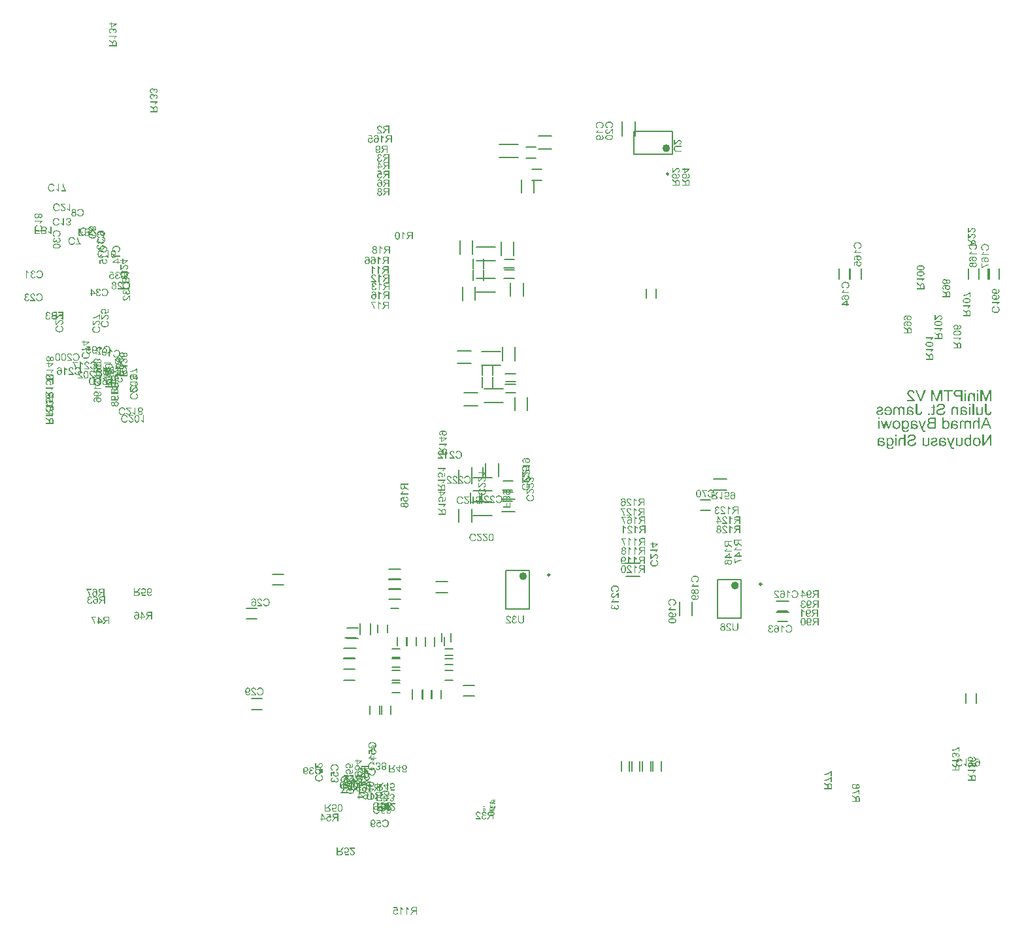
<source format=gbr>
G04*
G04 #@! TF.GenerationSoftware,Altium Limited,Altium Designer,23.7.1 (13)*
G04*
G04 Layer_Color=39423*
%FSLAX25Y25*%
%MOIN*%
G70*
G04*
G04 #@! TF.SameCoordinates,E44608C4-6370-4D0E-AFC6-BBC59DA78F3B*
G04*
G04*
G04 #@! TF.FilePolarity,Positive*
G04*
G01*
G75*
%ADD10C,0.00984*%
%ADD12C,0.00787*%
%ADD223C,0.01968*%
G36*
X384826Y-189508D02*
X384118D01*
Y-188700D01*
X384826D01*
Y-189508D01*
D02*
G37*
G36*
X378554D02*
X377846D01*
Y-188700D01*
X378554D01*
Y-189508D01*
D02*
G37*
G36*
X350582Y-188683D02*
X350723Y-188691D01*
X350857Y-188716D01*
X350982Y-188741D01*
X351098Y-188775D01*
X351206Y-188808D01*
X351307Y-188850D01*
X351398Y-188891D01*
X351481Y-188933D01*
X351548Y-188975D01*
X351606Y-189008D01*
X351656Y-189041D01*
X351698Y-189066D01*
X351723Y-189091D01*
X351740Y-189100D01*
X351748Y-189108D01*
X351831Y-189191D01*
X351906Y-189283D01*
X351981Y-189383D01*
X352040Y-189483D01*
X352139Y-189683D01*
X352206Y-189883D01*
X352231Y-189974D01*
X352256Y-190066D01*
X352273Y-190141D01*
X352289Y-190208D01*
X352298Y-190266D01*
Y-190307D01*
X352306Y-190332D01*
Y-190341D01*
X351581Y-190416D01*
X351565Y-190224D01*
X351531Y-190058D01*
X351481Y-189908D01*
X351423Y-189791D01*
X351373Y-189691D01*
X351323Y-189624D01*
X351290Y-189583D01*
X351273Y-189566D01*
X351148Y-189466D01*
X351015Y-189391D01*
X350873Y-189333D01*
X350748Y-189299D01*
X350632Y-189275D01*
X350532Y-189266D01*
X350499Y-189258D01*
X350448D01*
X350274Y-189266D01*
X350115Y-189299D01*
X349982Y-189349D01*
X349865Y-189400D01*
X349774Y-189458D01*
X349715Y-189499D01*
X349674Y-189533D01*
X349657Y-189549D01*
X349557Y-189666D01*
X349482Y-189783D01*
X349424Y-189899D01*
X349391Y-190016D01*
X349366Y-190108D01*
X349357Y-190191D01*
X349349Y-190241D01*
Y-190249D01*
Y-190257D01*
X349366Y-190407D01*
X349399Y-190566D01*
X349457Y-190707D01*
X349516Y-190840D01*
X349582Y-190949D01*
X349640Y-191041D01*
X349657Y-191074D01*
X349674Y-191099D01*
X349691Y-191107D01*
Y-191115D01*
X349757Y-191207D01*
X349840Y-191299D01*
X349932Y-191399D01*
X350032Y-191499D01*
X350240Y-191699D01*
X350448Y-191899D01*
X350557Y-191990D01*
X350648Y-192073D01*
X350740Y-192148D01*
X350815Y-192215D01*
X350873Y-192265D01*
X350923Y-192307D01*
X350957Y-192332D01*
X350965Y-192340D01*
X351173Y-192515D01*
X351365Y-192682D01*
X351523Y-192831D01*
X351648Y-192956D01*
X351756Y-193065D01*
X351831Y-193140D01*
X351873Y-193190D01*
X351890Y-193198D01*
Y-193206D01*
X352006Y-193348D01*
X352098Y-193481D01*
X352181Y-193614D01*
X352248Y-193731D01*
X352298Y-193831D01*
X352331Y-193906D01*
X352348Y-193956D01*
X352356Y-193964D01*
Y-193973D01*
X352389Y-194064D01*
X352406Y-194148D01*
X352423Y-194231D01*
X352431Y-194306D01*
X352439Y-194372D01*
Y-194422D01*
Y-194456D01*
Y-194464D01*
X348616D01*
Y-193781D01*
X351456D01*
X351357Y-193639D01*
X351307Y-193581D01*
X351265Y-193523D01*
X351223Y-193473D01*
X351190Y-193439D01*
X351165Y-193414D01*
X351157Y-193406D01*
X351115Y-193365D01*
X351065Y-193323D01*
X350948Y-193215D01*
X350815Y-193090D01*
X350673Y-192965D01*
X350540Y-192856D01*
X350482Y-192806D01*
X350432Y-192756D01*
X350390Y-192723D01*
X350357Y-192698D01*
X350340Y-192682D01*
X350332Y-192673D01*
X350199Y-192557D01*
X350065Y-192448D01*
X349949Y-192340D01*
X349840Y-192248D01*
X349741Y-192157D01*
X349657Y-192073D01*
X349574Y-191998D01*
X349507Y-191932D01*
X349441Y-191865D01*
X349391Y-191815D01*
X349349Y-191773D01*
X349307Y-191732D01*
X349266Y-191682D01*
X349249Y-191665D01*
X349132Y-191524D01*
X349032Y-191399D01*
X348949Y-191274D01*
X348883Y-191174D01*
X348833Y-191082D01*
X348799Y-191016D01*
X348782Y-190974D01*
X348774Y-190957D01*
X348724Y-190832D01*
X348691Y-190707D01*
X348657Y-190591D01*
X348641Y-190491D01*
X348633Y-190399D01*
X348624Y-190332D01*
Y-190291D01*
Y-190274D01*
X348633Y-190149D01*
X348649Y-190032D01*
X348666Y-189916D01*
X348699Y-189816D01*
X348782Y-189616D01*
X348866Y-189458D01*
X348916Y-189383D01*
X348957Y-189324D01*
X348999Y-189266D01*
X349041Y-189225D01*
X349074Y-189191D01*
X349091Y-189158D01*
X349107Y-189149D01*
X349116Y-189141D01*
X349207Y-189058D01*
X349307Y-188983D01*
X349416Y-188925D01*
X349524Y-188875D01*
X349741Y-188791D01*
X349957Y-188733D01*
X350049Y-188716D01*
X350140Y-188700D01*
X350224Y-188691D01*
X350290Y-188683D01*
X350348Y-188675D01*
X350432D01*
X350582Y-188683D01*
D02*
G37*
G36*
X391474Y-194464D02*
X390741D01*
Y-189558D01*
X389075Y-194464D01*
X388392D01*
X386709Y-189641D01*
Y-194464D01*
X385976D01*
Y-188700D01*
X387000D01*
X388383Y-192715D01*
X388458Y-192931D01*
X388517Y-193115D01*
X388575Y-193273D01*
X388617Y-193406D01*
X388650Y-193506D01*
X388675Y-193581D01*
X388683Y-193623D01*
X388691Y-193639D01*
X388725Y-193523D01*
X388767Y-193389D01*
X388816Y-193248D01*
X388858Y-193106D01*
X388900Y-192981D01*
X388933Y-192881D01*
X388950Y-192840D01*
X388958Y-192815D01*
X388966Y-192798D01*
Y-192790D01*
X390333Y-188700D01*
X391474D01*
Y-194464D01*
D02*
G37*
G36*
X366401D02*
X365667D01*
Y-189558D01*
X364001Y-194464D01*
X363318D01*
X361636Y-189641D01*
Y-194464D01*
X360903D01*
Y-188700D01*
X361927D01*
X363310Y-192715D01*
X363385Y-192931D01*
X363443Y-193115D01*
X363502Y-193273D01*
X363543Y-193406D01*
X363577Y-193506D01*
X363602Y-193581D01*
X363610Y-193623D01*
X363618Y-193639D01*
X363651Y-193523D01*
X363693Y-193389D01*
X363743Y-193248D01*
X363785Y-193106D01*
X363826Y-192981D01*
X363860Y-192881D01*
X363877Y-192840D01*
X363885Y-192815D01*
X363893Y-192798D01*
Y-192790D01*
X365259Y-188700D01*
X366401D01*
Y-194464D01*
D02*
G37*
G36*
X355788D02*
X354988D01*
X352739Y-188700D01*
X353514D01*
X355080Y-192890D01*
X355147Y-193065D01*
X355205Y-193231D01*
X355255Y-193389D01*
X355297Y-193531D01*
X355338Y-193656D01*
X355363Y-193748D01*
X355371Y-193781D01*
X355380Y-193806D01*
X355388Y-193823D01*
Y-193831D01*
X355488Y-193498D01*
X355538Y-193340D01*
X355588Y-193198D01*
X355630Y-193073D01*
X355646Y-193023D01*
X355655Y-192973D01*
X355671Y-192940D01*
X355680Y-192915D01*
X355688Y-192898D01*
Y-192890D01*
X357188Y-188700D01*
X358020D01*
X355788Y-194464D01*
D02*
G37*
G36*
X384826D02*
X384118D01*
Y-190282D01*
X384826D01*
Y-194464D01*
D02*
G37*
G36*
X381236Y-190199D02*
X381386Y-190224D01*
X381519Y-190257D01*
X381653Y-190299D01*
X381769Y-190349D01*
X381878Y-190407D01*
X381978Y-190474D01*
X382061Y-190532D01*
X382144Y-190599D01*
X382211Y-190666D01*
X382269Y-190724D01*
X382319Y-190774D01*
X382352Y-190816D01*
X382377Y-190849D01*
X382394Y-190874D01*
X382402Y-190882D01*
Y-190282D01*
X383035D01*
Y-194464D01*
X382327D01*
Y-192190D01*
Y-192048D01*
X382311Y-191907D01*
X382294Y-191790D01*
X382277Y-191682D01*
X382252Y-191582D01*
X382227Y-191490D01*
X382194Y-191407D01*
X382161Y-191340D01*
X382136Y-191282D01*
X382102Y-191232D01*
X382078Y-191190D01*
X382052Y-191157D01*
X382019Y-191115D01*
X382002Y-191099D01*
X381878Y-190999D01*
X381744Y-190932D01*
X381611Y-190882D01*
X381494Y-190840D01*
X381386Y-190824D01*
X381303Y-190816D01*
X381270Y-190807D01*
X381228D01*
X381128Y-190816D01*
X381028Y-190824D01*
X380945Y-190849D01*
X380878Y-190874D01*
X380820Y-190899D01*
X380770Y-190916D01*
X380745Y-190932D01*
X380736Y-190940D01*
X380661Y-190990D01*
X380595Y-191049D01*
X380545Y-191107D01*
X380503Y-191157D01*
X380478Y-191207D01*
X380453Y-191249D01*
X380436Y-191274D01*
Y-191282D01*
X380412Y-191374D01*
X380386Y-191474D01*
X380370Y-191582D01*
X380362Y-191690D01*
X380353Y-191782D01*
Y-191857D01*
Y-191915D01*
Y-191923D01*
Y-191932D01*
Y-194464D01*
X379645D01*
Y-191899D01*
Y-191724D01*
X379654Y-191582D01*
X379662Y-191465D01*
Y-191365D01*
X379670Y-191299D01*
X379679Y-191249D01*
X379687Y-191215D01*
Y-191207D01*
X379712Y-191099D01*
X379753Y-190999D01*
X379787Y-190916D01*
X379820Y-190832D01*
X379862Y-190774D01*
X379887Y-190732D01*
X379903Y-190699D01*
X379912Y-190691D01*
X379978Y-190607D01*
X380053Y-190541D01*
X380128Y-190474D01*
X380212Y-190424D01*
X380278Y-190382D01*
X380336Y-190357D01*
X380370Y-190341D01*
X380386Y-190332D01*
X380503Y-190282D01*
X380628Y-190249D01*
X380745Y-190224D01*
X380853Y-190208D01*
X380945Y-190199D01*
X381011Y-190191D01*
X381078D01*
X381236Y-190199D01*
D02*
G37*
G36*
X378554Y-194464D02*
X377846D01*
Y-190282D01*
X378554D01*
Y-194464D01*
D02*
G37*
G36*
X376671D02*
X375905D01*
Y-192123D01*
X374431D01*
X374214Y-192115D01*
X374006Y-192098D01*
X373822Y-192073D01*
X373656Y-192040D01*
X373498Y-192007D01*
X373364Y-191965D01*
X373239Y-191915D01*
X373131Y-191865D01*
X373040Y-191823D01*
X372956Y-191773D01*
X372889Y-191732D01*
X372839Y-191690D01*
X372798Y-191665D01*
X372773Y-191640D01*
X372756Y-191624D01*
X372748Y-191615D01*
X372665Y-191515D01*
X372590Y-191415D01*
X372531Y-191315D01*
X372473Y-191207D01*
X372423Y-191099D01*
X372390Y-190999D01*
X372331Y-190807D01*
X372315Y-190716D01*
X372298Y-190632D01*
X372290Y-190557D01*
X372281Y-190499D01*
X372273Y-190441D01*
Y-190407D01*
Y-190382D01*
Y-190374D01*
X372281Y-190216D01*
X372298Y-190066D01*
X372331Y-189933D01*
X372356Y-189816D01*
X372390Y-189716D01*
X372423Y-189641D01*
X372440Y-189599D01*
X372448Y-189583D01*
X372515Y-189458D01*
X372598Y-189349D01*
X372673Y-189250D01*
X372748Y-189174D01*
X372815Y-189116D01*
X372865Y-189066D01*
X372898Y-189041D01*
X372915Y-189033D01*
X373023Y-188966D01*
X373148Y-188908D01*
X373264Y-188858D01*
X373373Y-188816D01*
X373473Y-188791D01*
X373548Y-188775D01*
X373606Y-188758D01*
X373623D01*
X373747Y-188741D01*
X373889Y-188725D01*
X374039Y-188716D01*
X374181Y-188708D01*
X374306Y-188700D01*
X376671D01*
Y-194464D01*
D02*
G37*
G36*
X371732Y-189383D02*
X369832D01*
Y-194464D01*
X369066D01*
Y-189383D01*
X367167D01*
Y-188700D01*
X371732D01*
Y-189383D01*
D02*
G37*
G36*
X380853Y-196525D02*
X380145D01*
Y-195717D01*
X380853D01*
Y-196525D01*
D02*
G37*
G36*
X345509Y-197216D02*
X345650Y-197241D01*
X345775Y-197266D01*
X345884Y-197300D01*
X345975Y-197341D01*
X346042Y-197366D01*
X346084Y-197391D01*
X346100Y-197400D01*
X346217Y-197475D01*
X346317Y-197558D01*
X346408Y-197641D01*
X346483Y-197724D01*
X346542Y-197791D01*
X346592Y-197849D01*
X346617Y-197883D01*
X346625Y-197899D01*
Y-197300D01*
X347258D01*
Y-201481D01*
X346550D01*
Y-199316D01*
X346542Y-199116D01*
X346533Y-198941D01*
X346517Y-198791D01*
X346492Y-198666D01*
X346467Y-198574D01*
X346450Y-198507D01*
X346442Y-198466D01*
X346433Y-198449D01*
X346384Y-198341D01*
X346325Y-198249D01*
X346267Y-198166D01*
X346209Y-198099D01*
X346150Y-198049D01*
X346109Y-198016D01*
X346075Y-197991D01*
X346067Y-197983D01*
X345967Y-197933D01*
X345875Y-197891D01*
X345775Y-197866D01*
X345692Y-197841D01*
X345625Y-197833D01*
X345567Y-197824D01*
X345517D01*
X345375Y-197833D01*
X345259Y-197858D01*
X345159Y-197899D01*
X345084Y-197941D01*
X345026Y-197991D01*
X344984Y-198024D01*
X344959Y-198058D01*
X344951Y-198066D01*
X344892Y-198166D01*
X344851Y-198274D01*
X344817Y-198391D01*
X344801Y-198507D01*
X344784Y-198607D01*
X344776Y-198699D01*
Y-198732D01*
Y-198749D01*
Y-198766D01*
Y-198774D01*
Y-201481D01*
X344068D01*
Y-199057D01*
X344051Y-198832D01*
X344018Y-198641D01*
X343976Y-198483D01*
X343918Y-198349D01*
X343868Y-198249D01*
X343818Y-198183D01*
X343784Y-198141D01*
X343776Y-198124D01*
X343659Y-198024D01*
X343535Y-197949D01*
X343410Y-197899D01*
X343293Y-197858D01*
X343193Y-197841D01*
X343110Y-197833D01*
X343076Y-197824D01*
X343035D01*
X342943Y-197833D01*
X342868Y-197841D01*
X342793Y-197858D01*
X342735Y-197883D01*
X342677Y-197908D01*
X342643Y-197924D01*
X342618Y-197933D01*
X342610Y-197941D01*
X342543Y-197991D01*
X342493Y-198041D01*
X342452Y-198091D01*
X342418Y-198141D01*
X342393Y-198183D01*
X342377Y-198216D01*
X342360Y-198241D01*
Y-198249D01*
X342335Y-198324D01*
X342318Y-198424D01*
X342310Y-198524D01*
X342302Y-198624D01*
X342293Y-198716D01*
Y-198791D01*
Y-198841D01*
Y-198849D01*
Y-198857D01*
Y-201481D01*
X341585D01*
Y-198616D01*
Y-198483D01*
X341602Y-198366D01*
X341619Y-198249D01*
X341635Y-198149D01*
X341660Y-198049D01*
X341694Y-197966D01*
X341719Y-197891D01*
X341752Y-197816D01*
X341785Y-197758D01*
X341810Y-197699D01*
X341869Y-197625D01*
X341902Y-197574D01*
X341919Y-197558D01*
X342052Y-197441D01*
X342210Y-197358D01*
X342368Y-197291D01*
X342518Y-197250D01*
X342660Y-197225D01*
X342718Y-197216D01*
X342777D01*
X342818Y-197208D01*
X342877D01*
X343026Y-197216D01*
X343160Y-197241D01*
X343293Y-197275D01*
X343418Y-197325D01*
X343535Y-197383D01*
X343643Y-197441D01*
X343735Y-197508D01*
X343826Y-197574D01*
X343910Y-197650D01*
X343976Y-197716D01*
X344034Y-197774D01*
X344084Y-197833D01*
X344126Y-197883D01*
X344151Y-197916D01*
X344168Y-197941D01*
X344176Y-197949D01*
X344226Y-197824D01*
X344293Y-197716D01*
X344368Y-197625D01*
X344434Y-197549D01*
X344501Y-197483D01*
X344551Y-197441D01*
X344584Y-197416D01*
X344601Y-197408D01*
X344718Y-197341D01*
X344842Y-197291D01*
X344967Y-197258D01*
X345092Y-197233D01*
X345192Y-197216D01*
X345284Y-197208D01*
X345359D01*
X345509Y-197216D01*
D02*
G37*
G36*
X377496D02*
X377671Y-197233D01*
X377837Y-197258D01*
X377971Y-197283D01*
X378087Y-197308D01*
X378171Y-197333D01*
X378204Y-197341D01*
X378229Y-197350D01*
X378237Y-197358D01*
X378246D01*
X378387Y-197416D01*
X378512Y-197491D01*
X378621Y-197558D01*
X378712Y-197625D01*
X378779Y-197691D01*
X378829Y-197741D01*
X378862Y-197774D01*
X378871Y-197783D01*
X378945Y-197891D01*
X379012Y-198008D01*
X379062Y-198124D01*
X379104Y-198233D01*
X379137Y-198341D01*
X379162Y-198416D01*
X379170Y-198449D01*
Y-198474D01*
X379179Y-198483D01*
Y-198491D01*
X378487Y-198582D01*
X378437Y-198433D01*
X378387Y-198299D01*
X378329Y-198191D01*
X378279Y-198108D01*
X378229Y-198041D01*
X378187Y-197999D01*
X378154Y-197974D01*
X378146Y-197966D01*
X378046Y-197908D01*
X377929Y-197866D01*
X377804Y-197833D01*
X377688Y-197816D01*
X377571Y-197799D01*
X377488Y-197791D01*
X377404D01*
X377213Y-197799D01*
X377046Y-197824D01*
X376913Y-197866D01*
X376796Y-197908D01*
X376713Y-197958D01*
X376646Y-197991D01*
X376605Y-198024D01*
X376596Y-198033D01*
X376530Y-198108D01*
X376480Y-198199D01*
X376438Y-198299D01*
X376413Y-198399D01*
X376396Y-198491D01*
X376388Y-198574D01*
Y-198624D01*
Y-198632D01*
Y-198641D01*
Y-198657D01*
Y-198691D01*
Y-198749D01*
X376396Y-198799D01*
Y-198816D01*
Y-198824D01*
X376480Y-198849D01*
X376571Y-198874D01*
X376763Y-198924D01*
X376980Y-198966D01*
X377180Y-199007D01*
X377279Y-199024D01*
X377371Y-199032D01*
X377454Y-199049D01*
X377521Y-199057D01*
X377579Y-199066D01*
X377621D01*
X377654Y-199074D01*
X377663D01*
X377813Y-199091D01*
X377938Y-199116D01*
X378046Y-199132D01*
X378129Y-199149D01*
X378196Y-199157D01*
X378246Y-199174D01*
X378279Y-199182D01*
X378287D01*
X378396Y-199215D01*
X378487Y-199249D01*
X378579Y-199291D01*
X378654Y-199324D01*
X378720Y-199357D01*
X378762Y-199390D01*
X378796Y-199407D01*
X378804Y-199415D01*
X378887Y-199474D01*
X378954Y-199540D01*
X379020Y-199607D01*
X379070Y-199674D01*
X379112Y-199732D01*
X379145Y-199782D01*
X379162Y-199815D01*
X379170Y-199824D01*
X379212Y-199915D01*
X379245Y-200015D01*
X379270Y-200107D01*
X379287Y-200199D01*
X379295Y-200273D01*
X379304Y-200332D01*
Y-200365D01*
Y-200382D01*
X379295Y-200482D01*
X379287Y-200565D01*
X379245Y-200740D01*
X379187Y-200882D01*
X379120Y-201007D01*
X379054Y-201106D01*
X378995Y-201181D01*
X378954Y-201223D01*
X378937Y-201240D01*
X378787Y-201348D01*
X378621Y-201431D01*
X378437Y-201490D01*
X378271Y-201531D01*
X378121Y-201556D01*
X378054Y-201565D01*
X377996D01*
X377946Y-201573D01*
X377879D01*
X377729Y-201565D01*
X377579Y-201548D01*
X377446Y-201531D01*
X377329Y-201506D01*
X377238Y-201481D01*
X377163Y-201456D01*
X377113Y-201448D01*
X377096Y-201440D01*
X376955Y-201381D01*
X376821Y-201306D01*
X376696Y-201223D01*
X376571Y-201148D01*
X376471Y-201073D01*
X376396Y-201015D01*
X376346Y-200973D01*
X376338Y-200957D01*
X376330D01*
X376313Y-201065D01*
X376296Y-201165D01*
X376280Y-201256D01*
X376255Y-201331D01*
X376230Y-201398D01*
X376213Y-201440D01*
X376205Y-201473D01*
X376197Y-201481D01*
X375455D01*
X375497Y-201390D01*
X375538Y-201298D01*
X375572Y-201215D01*
X375588Y-201140D01*
X375613Y-201073D01*
X375622Y-201023D01*
X375630Y-200990D01*
Y-200981D01*
X375638Y-200923D01*
X375647Y-200848D01*
Y-200765D01*
X375655Y-200673D01*
X375663Y-200465D01*
Y-200257D01*
X375672Y-200057D01*
Y-199965D01*
Y-199890D01*
Y-199824D01*
Y-199774D01*
Y-199740D01*
Y-199732D01*
Y-198782D01*
Y-198624D01*
X375680Y-198483D01*
X375688Y-198374D01*
Y-198283D01*
X375697Y-198216D01*
X375705Y-198166D01*
X375713Y-198141D01*
Y-198133D01*
X375738Y-198024D01*
X375772Y-197933D01*
X375805Y-197858D01*
X375847Y-197783D01*
X375880Y-197733D01*
X375905Y-197691D01*
X375922Y-197666D01*
X375930Y-197658D01*
X375997Y-197591D01*
X376072Y-197524D01*
X376155Y-197475D01*
X376238Y-197425D01*
X376313Y-197391D01*
X376372Y-197366D01*
X376413Y-197350D01*
X376430Y-197341D01*
X376563Y-197300D01*
X376705Y-197266D01*
X376846Y-197241D01*
X376988Y-197225D01*
X377113Y-197216D01*
X377204Y-197208D01*
X377296D01*
X377496Y-197216D01*
D02*
G37*
G36*
X350165D02*
X350340Y-197233D01*
X350507Y-197258D01*
X350640Y-197283D01*
X350757Y-197308D01*
X350840Y-197333D01*
X350873Y-197341D01*
X350898Y-197350D01*
X350907Y-197358D01*
X350915D01*
X351057Y-197416D01*
X351182Y-197491D01*
X351290Y-197558D01*
X351381Y-197625D01*
X351448Y-197691D01*
X351498Y-197741D01*
X351531Y-197774D01*
X351540Y-197783D01*
X351615Y-197891D01*
X351681Y-198008D01*
X351731Y-198124D01*
X351773Y-198233D01*
X351806Y-198341D01*
X351831Y-198416D01*
X351840Y-198449D01*
Y-198474D01*
X351848Y-198483D01*
Y-198491D01*
X351157Y-198582D01*
X351107Y-198433D01*
X351057Y-198299D01*
X350998Y-198191D01*
X350948Y-198108D01*
X350898Y-198041D01*
X350857Y-197999D01*
X350823Y-197974D01*
X350815Y-197966D01*
X350715Y-197908D01*
X350598Y-197866D01*
X350473Y-197833D01*
X350357Y-197816D01*
X350240Y-197799D01*
X350157Y-197791D01*
X350074D01*
X349882Y-197799D01*
X349715Y-197824D01*
X349582Y-197866D01*
X349466Y-197908D01*
X349382Y-197958D01*
X349316Y-197991D01*
X349274Y-198024D01*
X349266Y-198033D01*
X349199Y-198108D01*
X349149Y-198199D01*
X349107Y-198299D01*
X349082Y-198399D01*
X349066Y-198491D01*
X349057Y-198574D01*
Y-198624D01*
Y-198632D01*
Y-198641D01*
Y-198657D01*
Y-198691D01*
Y-198749D01*
X349066Y-198799D01*
Y-198816D01*
Y-198824D01*
X349149Y-198849D01*
X349241Y-198874D01*
X349432Y-198924D01*
X349649Y-198966D01*
X349849Y-199007D01*
X349949Y-199024D01*
X350040Y-199032D01*
X350124Y-199049D01*
X350190Y-199057D01*
X350249Y-199066D01*
X350290D01*
X350324Y-199074D01*
X350332D01*
X350482Y-199091D01*
X350607Y-199116D01*
X350715Y-199132D01*
X350798Y-199149D01*
X350865Y-199157D01*
X350915Y-199174D01*
X350948Y-199182D01*
X350957D01*
X351065Y-199215D01*
X351157Y-199249D01*
X351248Y-199291D01*
X351323Y-199324D01*
X351390Y-199357D01*
X351431Y-199390D01*
X351465Y-199407D01*
X351473Y-199415D01*
X351556Y-199474D01*
X351623Y-199540D01*
X351690Y-199607D01*
X351740Y-199674D01*
X351781Y-199732D01*
X351815Y-199782D01*
X351831Y-199815D01*
X351840Y-199824D01*
X351881Y-199915D01*
X351915Y-200015D01*
X351940Y-200107D01*
X351956Y-200199D01*
X351965Y-200273D01*
X351973Y-200332D01*
Y-200365D01*
Y-200382D01*
X351965Y-200482D01*
X351956Y-200565D01*
X351915Y-200740D01*
X351856Y-200882D01*
X351790Y-201007D01*
X351723Y-201106D01*
X351665Y-201181D01*
X351623Y-201223D01*
X351606Y-201240D01*
X351456Y-201348D01*
X351290Y-201431D01*
X351107Y-201490D01*
X350940Y-201531D01*
X350790Y-201556D01*
X350723Y-201565D01*
X350665D01*
X350615Y-201573D01*
X350549D01*
X350398Y-201565D01*
X350249Y-201548D01*
X350115Y-201531D01*
X349999Y-201506D01*
X349907Y-201481D01*
X349832Y-201456D01*
X349782Y-201448D01*
X349765Y-201440D01*
X349624Y-201381D01*
X349490Y-201306D01*
X349366Y-201223D01*
X349241Y-201148D01*
X349141Y-201073D01*
X349066Y-201015D01*
X349016Y-200973D01*
X349007Y-200957D01*
X348999D01*
X348982Y-201065D01*
X348966Y-201165D01*
X348949Y-201256D01*
X348924Y-201331D01*
X348899Y-201398D01*
X348883Y-201440D01*
X348874Y-201473D01*
X348866Y-201481D01*
X348124D01*
X348166Y-201390D01*
X348208Y-201298D01*
X348241Y-201215D01*
X348258Y-201140D01*
X348283Y-201073D01*
X348291Y-201023D01*
X348299Y-200990D01*
Y-200981D01*
X348308Y-200923D01*
X348316Y-200848D01*
Y-200765D01*
X348324Y-200673D01*
X348333Y-200465D01*
Y-200257D01*
X348341Y-200057D01*
Y-199965D01*
Y-199890D01*
Y-199824D01*
Y-199774D01*
Y-199740D01*
Y-199732D01*
Y-198782D01*
Y-198624D01*
X348349Y-198483D01*
X348358Y-198374D01*
Y-198283D01*
X348366Y-198216D01*
X348374Y-198166D01*
X348383Y-198141D01*
Y-198133D01*
X348408Y-198024D01*
X348441Y-197933D01*
X348474Y-197858D01*
X348516Y-197783D01*
X348549Y-197733D01*
X348574Y-197691D01*
X348591Y-197666D01*
X348599Y-197658D01*
X348666Y-197591D01*
X348741Y-197524D01*
X348824Y-197475D01*
X348907Y-197425D01*
X348982Y-197391D01*
X349041Y-197366D01*
X349082Y-197350D01*
X349099Y-197341D01*
X349232Y-197300D01*
X349374Y-197266D01*
X349516Y-197241D01*
X349657Y-197225D01*
X349782Y-197216D01*
X349874Y-197208D01*
X349965D01*
X350165Y-197216D01*
D02*
G37*
G36*
X362369Y-196267D02*
Y-197300D01*
X362894D01*
Y-197849D01*
X362369D01*
Y-200265D01*
Y-200382D01*
Y-200482D01*
X362360Y-200573D01*
X362352Y-200665D01*
Y-200740D01*
X362344Y-200806D01*
X362327Y-200915D01*
X362310Y-200998D01*
X362302Y-201056D01*
X362285Y-201090D01*
Y-201098D01*
X362252Y-201173D01*
X362202Y-201231D01*
X362152Y-201290D01*
X362110Y-201331D01*
X362060Y-201373D01*
X362027Y-201398D01*
X362002Y-201415D01*
X361994Y-201423D01*
X361902Y-201465D01*
X361811Y-201490D01*
X361711Y-201515D01*
X361611Y-201523D01*
X361527Y-201531D01*
X361461Y-201540D01*
X361394D01*
X361211Y-201531D01*
X361119Y-201523D01*
X361036Y-201506D01*
X360961Y-201498D01*
X360903Y-201490D01*
X360869Y-201481D01*
X360853D01*
X360944Y-200856D01*
X361011Y-200865D01*
X361078Y-200873D01*
X361136D01*
X361177Y-200882D01*
X361261D01*
X361369Y-200873D01*
X361444Y-200856D01*
X361486Y-200840D01*
X361502Y-200832D01*
X361561Y-200790D01*
X361594Y-200748D01*
X361619Y-200715D01*
X361627Y-200698D01*
X361636Y-200657D01*
X361644Y-200598D01*
X361652Y-200465D01*
X361661Y-200407D01*
Y-200357D01*
Y-200323D01*
Y-200307D01*
Y-197849D01*
X360944D01*
Y-197300D01*
X361661D01*
Y-195842D01*
X362369Y-196267D01*
D02*
G37*
G36*
X387142Y-199890D02*
Y-200048D01*
X387134Y-200190D01*
X387125Y-200298D01*
X387117Y-200398D01*
Y-200465D01*
X387109Y-200515D01*
X387101Y-200548D01*
Y-200557D01*
X387075Y-200665D01*
X387042Y-200765D01*
X387009Y-200856D01*
X386967Y-200932D01*
X386934Y-200998D01*
X386909Y-201040D01*
X386892Y-201073D01*
X386884Y-201081D01*
X386817Y-201156D01*
X386742Y-201223D01*
X386667Y-201281D01*
X386584Y-201331D01*
X386517Y-201373D01*
X386459Y-201406D01*
X386426Y-201423D01*
X386409Y-201431D01*
X386284Y-201481D01*
X386168Y-201515D01*
X386051Y-201540D01*
X385943Y-201556D01*
X385851Y-201565D01*
X385776Y-201573D01*
X385718D01*
X385568Y-201565D01*
X385418Y-201540D01*
X385285Y-201506D01*
X385151Y-201465D01*
X385035Y-201406D01*
X384926Y-201348D01*
X384826Y-201290D01*
X384735Y-201223D01*
X384651Y-201156D01*
X384585Y-201098D01*
X384526Y-201031D01*
X384476Y-200981D01*
X384435Y-200940D01*
X384410Y-200906D01*
X384393Y-200882D01*
X384385Y-200873D01*
Y-201481D01*
X383752D01*
Y-197300D01*
X384460D01*
Y-199540D01*
X384468Y-199732D01*
X384476Y-199899D01*
X384493Y-200040D01*
X384518Y-200157D01*
X384543Y-200248D01*
X384560Y-200315D01*
X384568Y-200348D01*
X384577Y-200365D01*
X384627Y-200465D01*
X384685Y-200548D01*
X384751Y-200623D01*
X384818Y-200690D01*
X384876Y-200740D01*
X384926Y-200773D01*
X384960Y-200798D01*
X384976Y-200806D01*
X385085Y-200856D01*
X385193Y-200898D01*
X385293Y-200923D01*
X385384Y-200948D01*
X385459Y-200957D01*
X385518Y-200965D01*
X385576D01*
X385693Y-200957D01*
X385793Y-200940D01*
X385884Y-200915D01*
X385959Y-200882D01*
X386026Y-200856D01*
X386068Y-200832D01*
X386101Y-200815D01*
X386109Y-200806D01*
X386184Y-200740D01*
X386243Y-200673D01*
X386293Y-200598D01*
X386334Y-200532D01*
X386359Y-200465D01*
X386376Y-200415D01*
X386392Y-200382D01*
Y-200373D01*
X386409Y-200282D01*
X386417Y-200173D01*
X386426Y-200048D01*
Y-199924D01*
X386434Y-199807D01*
Y-199715D01*
Y-199674D01*
Y-199649D01*
Y-199632D01*
Y-199624D01*
Y-197300D01*
X387142D01*
Y-199890D01*
D02*
G37*
G36*
X338986Y-197216D02*
X339136Y-197233D01*
X339278Y-197258D01*
X339411Y-197300D01*
X339536Y-197341D01*
X339653Y-197391D01*
X339761Y-197441D01*
X339853Y-197500D01*
X339944Y-197549D01*
X340019Y-197608D01*
X340086Y-197658D01*
X340136Y-197699D01*
X340178Y-197741D01*
X340211Y-197766D01*
X340228Y-197783D01*
X340236Y-197791D01*
X340328Y-197908D01*
X340411Y-198033D01*
X340486Y-198158D01*
X340552Y-198291D01*
X340602Y-198433D01*
X340644Y-198566D01*
X340711Y-198832D01*
X340736Y-198949D01*
X340752Y-199066D01*
X340761Y-199165D01*
X340769Y-199257D01*
X340777Y-199332D01*
Y-199382D01*
Y-199424D01*
Y-199432D01*
X340769Y-199615D01*
X340752Y-199790D01*
X340727Y-199957D01*
X340694Y-200107D01*
X340652Y-200248D01*
X340611Y-200382D01*
X340561Y-200498D01*
X340511Y-200607D01*
X340461Y-200698D01*
X340411Y-200782D01*
X340369Y-200848D01*
X340328Y-200906D01*
X340294Y-200957D01*
X340269Y-200990D01*
X340253Y-201007D01*
X340244Y-201015D01*
X340136Y-201115D01*
X340028Y-201198D01*
X339911Y-201273D01*
X339786Y-201340D01*
X339669Y-201390D01*
X339545Y-201440D01*
X339311Y-201506D01*
X339203Y-201523D01*
X339103Y-201540D01*
X339011Y-201556D01*
X338936Y-201565D01*
X338878Y-201573D01*
X338787D01*
X338528Y-201556D01*
X338295Y-201515D01*
X338087Y-201465D01*
X338003Y-201431D01*
X337920Y-201398D01*
X337845Y-201365D01*
X337779Y-201331D01*
X337729Y-201306D01*
X337679Y-201281D01*
X337645Y-201256D01*
X337620Y-201240D01*
X337604Y-201223D01*
X337595D01*
X337429Y-201073D01*
X337295Y-200915D01*
X337179Y-200748D01*
X337095Y-200590D01*
X337029Y-200448D01*
X337004Y-200382D01*
X336979Y-200332D01*
X336962Y-200282D01*
X336954Y-200248D01*
X336946Y-200232D01*
Y-200223D01*
X337679Y-200132D01*
X337745Y-200290D01*
X337820Y-200423D01*
X337895Y-200540D01*
X337962Y-200632D01*
X338020Y-200698D01*
X338070Y-200748D01*
X338112Y-200782D01*
X338120Y-200790D01*
X338228Y-200856D01*
X338337Y-200906D01*
X338453Y-200940D01*
X338553Y-200965D01*
X338645Y-200981D01*
X338720Y-200990D01*
X338787D01*
X338886Y-200981D01*
X338978Y-200973D01*
X339145Y-200932D01*
X339295Y-200873D01*
X339428Y-200806D01*
X339528Y-200748D01*
X339603Y-200690D01*
X339653Y-200648D01*
X339661Y-200632D01*
X339669D01*
X339786Y-200482D01*
X339878Y-200315D01*
X339944Y-200132D01*
X339994Y-199965D01*
X340019Y-199815D01*
X340036Y-199749D01*
X340044Y-199690D01*
Y-199640D01*
X340053Y-199607D01*
Y-199582D01*
Y-199574D01*
X336929D01*
X336921Y-199490D01*
Y-199432D01*
Y-199399D01*
Y-199390D01*
X336929Y-199199D01*
X336946Y-199024D01*
X336971Y-198857D01*
X337004Y-198699D01*
X337046Y-198557D01*
X337087Y-198424D01*
X337137Y-198308D01*
X337187Y-198199D01*
X337237Y-198099D01*
X337287Y-198016D01*
X337329Y-197949D01*
X337370Y-197891D01*
X337404Y-197841D01*
X337429Y-197808D01*
X337445Y-197791D01*
X337454Y-197783D01*
X337554Y-197683D01*
X337662Y-197591D01*
X337779Y-197516D01*
X337895Y-197450D01*
X338012Y-197391D01*
X338120Y-197350D01*
X338237Y-197308D01*
X338337Y-197283D01*
X338445Y-197258D01*
X338537Y-197241D01*
X338620Y-197225D01*
X338686Y-197216D01*
X338745Y-197208D01*
X338828D01*
X338986Y-197216D01*
D02*
G37*
G36*
X382661Y-201481D02*
X381953D01*
Y-195717D01*
X382661D01*
Y-201481D01*
D02*
G37*
G36*
X380853D02*
X380145D01*
Y-197300D01*
X380853D01*
Y-201481D01*
D02*
G37*
G36*
X372781Y-197216D02*
X372931Y-197241D01*
X373064Y-197275D01*
X373198Y-197316D01*
X373314Y-197366D01*
X373423Y-197425D01*
X373523Y-197491D01*
X373606Y-197549D01*
X373689Y-197616D01*
X373756Y-197683D01*
X373814Y-197741D01*
X373864Y-197791D01*
X373897Y-197833D01*
X373922Y-197866D01*
X373939Y-197891D01*
X373947Y-197899D01*
Y-197300D01*
X374581D01*
Y-201481D01*
X373872D01*
Y-199207D01*
Y-199066D01*
X373856Y-198924D01*
X373839Y-198807D01*
X373822Y-198699D01*
X373797Y-198599D01*
X373773Y-198507D01*
X373739Y-198424D01*
X373706Y-198357D01*
X373681Y-198299D01*
X373648Y-198249D01*
X373623Y-198208D01*
X373598Y-198174D01*
X373564Y-198133D01*
X373548Y-198116D01*
X373423Y-198016D01*
X373289Y-197949D01*
X373156Y-197899D01*
X373040Y-197858D01*
X372931Y-197841D01*
X372848Y-197833D01*
X372815Y-197824D01*
X372773D01*
X372673Y-197833D01*
X372573Y-197841D01*
X372490Y-197866D01*
X372423Y-197891D01*
X372365Y-197916D01*
X372315Y-197933D01*
X372290Y-197949D01*
X372281Y-197958D01*
X372206Y-198008D01*
X372140Y-198066D01*
X372090Y-198124D01*
X372048Y-198174D01*
X372023Y-198224D01*
X371998Y-198266D01*
X371982Y-198291D01*
Y-198299D01*
X371957Y-198391D01*
X371932Y-198491D01*
X371915Y-198599D01*
X371907Y-198707D01*
X371898Y-198799D01*
Y-198874D01*
Y-198932D01*
Y-198941D01*
Y-198949D01*
Y-201481D01*
X371190D01*
Y-198916D01*
Y-198741D01*
X371199Y-198599D01*
X371207Y-198483D01*
Y-198382D01*
X371215Y-198316D01*
X371223Y-198266D01*
X371232Y-198233D01*
Y-198224D01*
X371257Y-198116D01*
X371299Y-198016D01*
X371332Y-197933D01*
X371365Y-197849D01*
X371407Y-197791D01*
X371432Y-197749D01*
X371448Y-197716D01*
X371457Y-197708D01*
X371523Y-197625D01*
X371598Y-197558D01*
X371673Y-197491D01*
X371757Y-197441D01*
X371823Y-197400D01*
X371882Y-197375D01*
X371915Y-197358D01*
X371932Y-197350D01*
X372048Y-197300D01*
X372173Y-197266D01*
X372290Y-197241D01*
X372398Y-197225D01*
X372490Y-197216D01*
X372556Y-197208D01*
X372623D01*
X372781Y-197216D01*
D02*
G37*
G36*
X360045Y-201481D02*
X359237D01*
Y-200673D01*
X360045D01*
Y-201481D01*
D02*
G37*
G36*
X334921Y-197225D02*
X335021Y-197233D01*
X335113Y-197250D01*
X335188Y-197266D01*
X335246Y-197283D01*
X335280Y-197291D01*
X335296Y-197300D01*
X335396Y-197333D01*
X335488Y-197366D01*
X335563Y-197400D01*
X335629Y-197433D01*
X335679Y-197458D01*
X335713Y-197483D01*
X335738Y-197491D01*
X335746Y-197500D01*
X335829Y-197558D01*
X335896Y-197625D01*
X335954Y-197699D01*
X336004Y-197758D01*
X336046Y-197816D01*
X336071Y-197858D01*
X336088Y-197891D01*
X336096Y-197899D01*
X336138Y-197991D01*
X336171Y-198074D01*
X336188Y-198166D01*
X336204Y-198241D01*
X336212Y-198316D01*
X336221Y-198366D01*
Y-198399D01*
Y-198416D01*
X336212Y-198532D01*
X336196Y-198632D01*
X336171Y-198732D01*
X336146Y-198816D01*
X336121Y-198882D01*
X336096Y-198941D01*
X336079Y-198974D01*
X336071Y-198982D01*
X336004Y-199074D01*
X335929Y-199149D01*
X335854Y-199215D01*
X335779Y-199274D01*
X335713Y-199316D01*
X335663Y-199349D01*
X335629Y-199365D01*
X335613Y-199374D01*
X335555Y-199399D01*
X335479Y-199432D01*
X335313Y-199490D01*
X335138Y-199540D01*
X334955Y-199599D01*
X334796Y-199640D01*
X334721Y-199665D01*
X334655Y-199682D01*
X334605Y-199699D01*
X334563Y-199707D01*
X334538Y-199715D01*
X334530D01*
X334422Y-199740D01*
X334330Y-199765D01*
X334247Y-199790D01*
X334172Y-199815D01*
X334105Y-199832D01*
X334047Y-199857D01*
X333947Y-199890D01*
X333880Y-199915D01*
X333839Y-199940D01*
X333814Y-199949D01*
X333805Y-199957D01*
X333730Y-200007D01*
X333680Y-200074D01*
X333639Y-200132D01*
X333614Y-200190D01*
X333597Y-200248D01*
X333589Y-200290D01*
Y-200323D01*
Y-200332D01*
X333597Y-200432D01*
X333622Y-200515D01*
X333664Y-200598D01*
X333705Y-200665D01*
X333755Y-200723D01*
X333788Y-200765D01*
X333822Y-200790D01*
X333830Y-200798D01*
X333930Y-200865D01*
X334038Y-200906D01*
X334163Y-200940D01*
X334280Y-200965D01*
X334388Y-200981D01*
X334472Y-200990D01*
X334555D01*
X334730Y-200981D01*
X334880Y-200957D01*
X335005Y-200923D01*
X335113Y-200882D01*
X335196Y-200840D01*
X335263Y-200806D01*
X335296Y-200782D01*
X335313Y-200773D01*
X335404Y-200682D01*
X335479Y-200573D01*
X335529Y-200465D01*
X335571Y-200365D01*
X335604Y-200273D01*
X335621Y-200190D01*
X335638Y-200140D01*
Y-200132D01*
Y-200124D01*
X336337Y-200232D01*
X336279Y-200465D01*
X336204Y-200673D01*
X336113Y-200840D01*
X336021Y-200981D01*
X335938Y-201098D01*
X335863Y-201173D01*
X335813Y-201223D01*
X335804Y-201231D01*
X335796Y-201240D01*
X335713Y-201298D01*
X335621Y-201348D01*
X335421Y-201431D01*
X335213Y-201490D01*
X335013Y-201531D01*
X334921Y-201548D01*
X334838Y-201556D01*
X334755Y-201565D01*
X334688D01*
X334630Y-201573D01*
X334555D01*
X334372Y-201565D01*
X334213Y-201548D01*
X334063Y-201523D01*
X333930Y-201490D01*
X333822Y-201456D01*
X333738Y-201431D01*
X333688Y-201415D01*
X333680Y-201406D01*
X333672D01*
X333530Y-201331D01*
X333414Y-201256D01*
X333314Y-201173D01*
X333222Y-201098D01*
X333155Y-201031D01*
X333114Y-200973D01*
X333081Y-200940D01*
X333072Y-200923D01*
X333005Y-200806D01*
X332956Y-200682D01*
X332914Y-200573D01*
X332889Y-200473D01*
X332872Y-200382D01*
X332864Y-200315D01*
Y-200273D01*
Y-200257D01*
X332872Y-200124D01*
X332889Y-200007D01*
X332922Y-199907D01*
X332947Y-199815D01*
X332980Y-199740D01*
X333014Y-199690D01*
X333031Y-199657D01*
X333039Y-199649D01*
X333105Y-199565D01*
X333180Y-199490D01*
X333255Y-199424D01*
X333330Y-199374D01*
X333405Y-199332D01*
X333455Y-199307D01*
X333489Y-199291D01*
X333505Y-199282D01*
X333564Y-199257D01*
X333630Y-199232D01*
X333788Y-199174D01*
X333963Y-199116D01*
X334138Y-199066D01*
X334297Y-199016D01*
X334372Y-198999D01*
X334430Y-198982D01*
X334480Y-198966D01*
X334522Y-198957D01*
X334546Y-198949D01*
X334555D01*
X334647Y-198924D01*
X334730Y-198899D01*
X334805Y-198882D01*
X334871Y-198857D01*
X334980Y-198832D01*
X335063Y-198807D01*
X335121Y-198782D01*
X335155Y-198774D01*
X335171Y-198766D01*
X335180D01*
X335246Y-198732D01*
X335305Y-198707D01*
X335354Y-198674D01*
X335388Y-198649D01*
X335421Y-198624D01*
X335438Y-198599D01*
X335446Y-198591D01*
X335455Y-198582D01*
X335505Y-198499D01*
X335529Y-198416D01*
Y-198382D01*
X335538Y-198357D01*
Y-198341D01*
Y-198333D01*
X335529Y-198258D01*
X335505Y-198183D01*
X335471Y-198116D01*
X335430Y-198066D01*
X335396Y-198016D01*
X335363Y-197983D01*
X335338Y-197966D01*
X335330Y-197958D01*
X335238Y-197899D01*
X335130Y-197858D01*
X335013Y-197833D01*
X334905Y-197808D01*
X334796Y-197799D01*
X334713Y-197791D01*
X334630D01*
X334488Y-197799D01*
X334355Y-197816D01*
X334247Y-197849D01*
X334163Y-197883D01*
X334088Y-197916D01*
X334038Y-197949D01*
X334005Y-197966D01*
X333997Y-197974D01*
X333913Y-198049D01*
X333855Y-198133D01*
X333805Y-198216D01*
X333764Y-198291D01*
X333738Y-198366D01*
X333722Y-198424D01*
X333714Y-198458D01*
Y-198474D01*
X333022Y-198382D01*
X333055Y-198241D01*
X333089Y-198116D01*
X333130Y-198008D01*
X333172Y-197908D01*
X333214Y-197841D01*
X333247Y-197783D01*
X333264Y-197749D01*
X333272Y-197741D01*
X333347Y-197658D01*
X333430Y-197583D01*
X333522Y-197516D01*
X333614Y-197458D01*
X333697Y-197416D01*
X333764Y-197383D01*
X333805Y-197366D01*
X333814Y-197358D01*
X333822D01*
X333963Y-197308D01*
X334113Y-197275D01*
X334255Y-197241D01*
X334388Y-197225D01*
X334513Y-197216D01*
X334605Y-197208D01*
X334805D01*
X334921Y-197225D01*
D02*
G37*
G36*
X389050Y-199690D02*
Y-199865D01*
X389066Y-200015D01*
X389075Y-200140D01*
X389091Y-200240D01*
X389108Y-200315D01*
X389116Y-200373D01*
X389133Y-200407D01*
Y-200415D01*
X389166Y-200498D01*
X389208Y-200565D01*
X389258Y-200623D01*
X389300Y-200682D01*
X389350Y-200715D01*
X389383Y-200748D01*
X389408Y-200765D01*
X389416Y-200773D01*
X389499Y-200815D01*
X389583Y-200848D01*
X389666Y-200865D01*
X389741Y-200882D01*
X389816Y-200890D01*
X389866Y-200898D01*
X389916D01*
X390049Y-200890D01*
X390174Y-200856D01*
X390274Y-200823D01*
X390366Y-200773D01*
X390433Y-200732D01*
X390482Y-200690D01*
X390516Y-200665D01*
X390524Y-200657D01*
X390566Y-200607D01*
X390599Y-200548D01*
X390649Y-200415D01*
X390699Y-200265D01*
X390724Y-200115D01*
X390749Y-199974D01*
Y-199915D01*
X390757Y-199865D01*
X390766Y-199815D01*
Y-199782D01*
Y-199765D01*
Y-199757D01*
X391457Y-199857D01*
Y-200015D01*
X391449Y-200157D01*
X391424Y-200298D01*
X391407Y-200423D01*
X391374Y-200540D01*
X391340Y-200640D01*
X391307Y-200740D01*
X391274Y-200823D01*
X391232Y-200898D01*
X391199Y-200965D01*
X391165Y-201023D01*
X391132Y-201065D01*
X391107Y-201098D01*
X391091Y-201131D01*
X391082Y-201140D01*
X391074Y-201148D01*
X390991Y-201223D01*
X390907Y-201290D01*
X390816Y-201348D01*
X390716Y-201398D01*
X390524Y-201473D01*
X390341Y-201523D01*
X390166Y-201556D01*
X390099Y-201565D01*
X390033Y-201573D01*
X389983Y-201581D01*
X389908D01*
X389724Y-201573D01*
X389558Y-201548D01*
X389408Y-201515D01*
X389275Y-201473D01*
X389166Y-201440D01*
X389091Y-201406D01*
X389041Y-201381D01*
X389025Y-201373D01*
X388891Y-201290D01*
X388775Y-201190D01*
X388683Y-201090D01*
X388600Y-200998D01*
X388542Y-200906D01*
X388500Y-200840D01*
X388475Y-200790D01*
X388467Y-200782D01*
Y-200773D01*
X388408Y-200607D01*
X388358Y-200432D01*
X388325Y-200240D01*
X388308Y-200057D01*
X388292Y-199899D01*
Y-199832D01*
X388283Y-199765D01*
Y-199715D01*
Y-199682D01*
Y-199657D01*
Y-199649D01*
Y-195717D01*
X389050D01*
Y-199690D01*
D02*
G37*
G36*
X366001Y-195625D02*
X366192Y-195650D01*
X366375Y-195684D01*
X366534Y-195717D01*
X366659Y-195750D01*
X366717Y-195767D01*
X366759Y-195784D01*
X366792Y-195800D01*
X366817Y-195808D01*
X366834Y-195817D01*
X366842D01*
X367008Y-195900D01*
X367159Y-195992D01*
X367283Y-196092D01*
X367383Y-196183D01*
X367458Y-196267D01*
X367517Y-196333D01*
X367558Y-196383D01*
X367567Y-196392D01*
Y-196400D01*
X367650Y-196542D01*
X367708Y-196683D01*
X367750Y-196825D01*
X367775Y-196950D01*
X367792Y-197058D01*
X367808Y-197141D01*
Y-197175D01*
Y-197200D01*
Y-197208D01*
Y-197216D01*
X367800Y-197358D01*
X367775Y-197491D01*
X367742Y-197616D01*
X367708Y-197724D01*
X367675Y-197808D01*
X367642Y-197874D01*
X367617Y-197916D01*
X367608Y-197933D01*
X367525Y-198049D01*
X367425Y-198158D01*
X367325Y-198249D01*
X367225Y-198324D01*
X367142Y-198391D01*
X367067Y-198433D01*
X367017Y-198466D01*
X367008Y-198474D01*
X367000D01*
X366934Y-198507D01*
X366859Y-198541D01*
X366692Y-198599D01*
X366500Y-198657D01*
X366317Y-198716D01*
X366151Y-198766D01*
X366076Y-198782D01*
X366009Y-198799D01*
X365959Y-198816D01*
X365917Y-198824D01*
X365892Y-198832D01*
X365884D01*
X365742Y-198866D01*
X365609Y-198899D01*
X365493Y-198932D01*
X365392Y-198957D01*
X365293Y-198982D01*
X365209Y-199007D01*
X365134Y-199024D01*
X365076Y-199049D01*
X365018Y-199066D01*
X364976Y-199074D01*
X364909Y-199099D01*
X364868Y-199107D01*
X364859Y-199116D01*
X364735Y-199165D01*
X364626Y-199224D01*
X364534Y-199282D01*
X364468Y-199332D01*
X364410Y-199382D01*
X364376Y-199415D01*
X364351Y-199440D01*
X364343Y-199449D01*
X364285Y-199524D01*
X364243Y-199607D01*
X364218Y-199690D01*
X364193Y-199757D01*
X364185Y-199824D01*
X364176Y-199874D01*
Y-199915D01*
Y-199924D01*
X364185Y-200024D01*
X364201Y-200115D01*
X364226Y-200199D01*
X364260Y-200265D01*
X364293Y-200332D01*
X364318Y-200373D01*
X364335Y-200407D01*
X364343Y-200415D01*
X364410Y-200498D01*
X364493Y-200565D01*
X364576Y-200623D01*
X364651Y-200682D01*
X364726Y-200715D01*
X364784Y-200748D01*
X364826Y-200765D01*
X364843Y-200773D01*
X364968Y-200815D01*
X365101Y-200848D01*
X365234Y-200865D01*
X365351Y-200882D01*
X365451Y-200890D01*
X365534Y-200898D01*
X365609D01*
X365792Y-200890D01*
X365959Y-200873D01*
X366109Y-200848D01*
X366242Y-200815D01*
X366351Y-200782D01*
X366434Y-200757D01*
X366459Y-200748D01*
X366484Y-200740D01*
X366492Y-200732D01*
X366500D01*
X366634Y-200665D01*
X366759Y-200590D01*
X366850Y-200515D01*
X366934Y-200440D01*
X367000Y-200382D01*
X367042Y-200323D01*
X367067Y-200290D01*
X367075Y-200282D01*
X367133Y-200173D01*
X367192Y-200057D01*
X367225Y-199932D01*
X367258Y-199824D01*
X367283Y-199715D01*
X367300Y-199640D01*
Y-199607D01*
X367308Y-199582D01*
Y-199574D01*
Y-199565D01*
X368025Y-199632D01*
X368008Y-199840D01*
X367975Y-200040D01*
X367925Y-200215D01*
X367866Y-200373D01*
X367808Y-200498D01*
X367783Y-200548D01*
X367767Y-200590D01*
X367742Y-200623D01*
X367733Y-200648D01*
X367717Y-200665D01*
Y-200673D01*
X367592Y-200832D01*
X367458Y-200973D01*
X367317Y-201090D01*
X367183Y-201190D01*
X367067Y-201265D01*
X366967Y-201315D01*
X366934Y-201331D01*
X366909Y-201348D01*
X366892Y-201356D01*
X366884D01*
X366675Y-201431D01*
X366459Y-201490D01*
X366242Y-201523D01*
X366034Y-201556D01*
X365934Y-201565D01*
X365851Y-201573D01*
X365776D01*
X365709Y-201581D01*
X365576D01*
X365351Y-201573D01*
X365143Y-201548D01*
X364951Y-201506D01*
X364793Y-201465D01*
X364660Y-201431D01*
X364601Y-201406D01*
X364551Y-201390D01*
X364518Y-201373D01*
X364493Y-201365D01*
X364476Y-201356D01*
X364468D01*
X364293Y-201265D01*
X364143Y-201165D01*
X364010Y-201056D01*
X363901Y-200957D01*
X363818Y-200873D01*
X363760Y-200798D01*
X363718Y-200748D01*
X363710Y-200740D01*
Y-200732D01*
X363618Y-200573D01*
X363552Y-200423D01*
X363510Y-200282D01*
X363477Y-200149D01*
X363460Y-200032D01*
X363443Y-199940D01*
Y-199907D01*
Y-199882D01*
Y-199874D01*
Y-199865D01*
X363452Y-199699D01*
X363477Y-199540D01*
X363518Y-199399D01*
X363560Y-199282D01*
X363610Y-199182D01*
X363643Y-199107D01*
X363677Y-199066D01*
X363685Y-199049D01*
X363785Y-198924D01*
X363901Y-198807D01*
X364026Y-198707D01*
X364151Y-198616D01*
X364260Y-198549D01*
X364351Y-198499D01*
X364385Y-198483D01*
X364410Y-198466D01*
X364426Y-198458D01*
X364435D01*
X364501Y-198424D01*
X364584Y-198399D01*
X364676Y-198366D01*
X364776Y-198333D01*
X364984Y-198274D01*
X365201Y-198216D01*
X365301Y-198191D01*
X365392Y-198166D01*
X365484Y-198141D01*
X365559Y-198124D01*
X365617Y-198108D01*
X365667Y-198099D01*
X365701Y-198091D01*
X365709D01*
X365876Y-198049D01*
X366026Y-198016D01*
X366159Y-197974D01*
X366276Y-197941D01*
X366384Y-197899D01*
X366475Y-197866D01*
X366559Y-197833D01*
X366634Y-197808D01*
X366692Y-197774D01*
X366742Y-197749D01*
X366775Y-197733D01*
X366809Y-197708D01*
X366850Y-197683D01*
X366859Y-197675D01*
X366934Y-197591D01*
X366984Y-197508D01*
X367025Y-197425D01*
X367050Y-197341D01*
X367067Y-197275D01*
X367075Y-197216D01*
Y-197183D01*
Y-197166D01*
X367058Y-197033D01*
X367025Y-196916D01*
X366975Y-196817D01*
X366917Y-196725D01*
X366867Y-196658D01*
X366817Y-196600D01*
X366784Y-196567D01*
X366767Y-196558D01*
X366700Y-196517D01*
X366634Y-196475D01*
X366475Y-196408D01*
X366309Y-196367D01*
X366142Y-196333D01*
X365992Y-196317D01*
X365926Y-196308D01*
X365876Y-196300D01*
X365759D01*
X365526Y-196308D01*
X365318Y-196342D01*
X365151Y-196392D01*
X365009Y-196442D01*
X364901Y-196492D01*
X364818Y-196542D01*
X364776Y-196575D01*
X364759Y-196583D01*
X364643Y-196700D01*
X364551Y-196825D01*
X364476Y-196958D01*
X364426Y-197091D01*
X364393Y-197216D01*
X364368Y-197308D01*
X364360Y-197350D01*
X364351Y-197375D01*
Y-197391D01*
Y-197400D01*
X363618Y-197341D01*
X363635Y-197158D01*
X363677Y-196991D01*
X363718Y-196833D01*
X363776Y-196700D01*
X363826Y-196592D01*
X363868Y-196508D01*
X363885Y-196483D01*
X363901Y-196458D01*
X363910Y-196450D01*
Y-196442D01*
X364018Y-196300D01*
X364135Y-196175D01*
X364260Y-196067D01*
X364385Y-195984D01*
X364493Y-195908D01*
X364576Y-195867D01*
X364610Y-195850D01*
X364634Y-195834D01*
X364651Y-195825D01*
X364660D01*
X364843Y-195759D01*
X365043Y-195709D01*
X365226Y-195667D01*
X365401Y-195642D01*
X365559Y-195625D01*
X365617D01*
X365676Y-195617D01*
X365784D01*
X366001Y-195625D01*
D02*
G37*
G36*
X353656Y-199690D02*
Y-199865D01*
X353672Y-200015D01*
X353680Y-200140D01*
X353697Y-200240D01*
X353714Y-200315D01*
X353722Y-200373D01*
X353739Y-200407D01*
Y-200415D01*
X353772Y-200498D01*
X353814Y-200565D01*
X353864Y-200623D01*
X353906Y-200682D01*
X353955Y-200715D01*
X353989Y-200748D01*
X354014Y-200765D01*
X354022Y-200773D01*
X354105Y-200815D01*
X354189Y-200848D01*
X354272Y-200865D01*
X354347Y-200882D01*
X354422Y-200890D01*
X354472Y-200898D01*
X354522D01*
X354655Y-200890D01*
X354780Y-200856D01*
X354880Y-200823D01*
X354972Y-200773D01*
X355038Y-200732D01*
X355088Y-200690D01*
X355122Y-200665D01*
X355130Y-200657D01*
X355172Y-200607D01*
X355205Y-200548D01*
X355255Y-200415D01*
X355305Y-200265D01*
X355330Y-200115D01*
X355355Y-199974D01*
Y-199915D01*
X355363Y-199865D01*
X355371Y-199815D01*
Y-199782D01*
Y-199765D01*
Y-199757D01*
X356063Y-199857D01*
Y-200015D01*
X356055Y-200157D01*
X356030Y-200298D01*
X356013Y-200423D01*
X355980Y-200540D01*
X355946Y-200640D01*
X355913Y-200740D01*
X355880Y-200823D01*
X355838Y-200898D01*
X355805Y-200965D01*
X355771Y-201023D01*
X355738Y-201065D01*
X355713Y-201098D01*
X355696Y-201131D01*
X355688Y-201140D01*
X355680Y-201148D01*
X355596Y-201223D01*
X355513Y-201290D01*
X355421Y-201348D01*
X355322Y-201398D01*
X355130Y-201473D01*
X354947Y-201523D01*
X354772Y-201556D01*
X354705Y-201565D01*
X354639Y-201573D01*
X354589Y-201581D01*
X354514D01*
X354330Y-201573D01*
X354164Y-201548D01*
X354014Y-201515D01*
X353881Y-201473D01*
X353772Y-201440D01*
X353697Y-201406D01*
X353647Y-201381D01*
X353631Y-201373D01*
X353497Y-201290D01*
X353381Y-201190D01*
X353289Y-201090D01*
X353206Y-200998D01*
X353147Y-200906D01*
X353106Y-200840D01*
X353081Y-200790D01*
X353072Y-200782D01*
Y-200773D01*
X353014Y-200607D01*
X352964Y-200432D01*
X352931Y-200240D01*
X352914Y-200057D01*
X352898Y-199899D01*
Y-199832D01*
X352889Y-199765D01*
Y-199715D01*
Y-199682D01*
Y-199657D01*
Y-199649D01*
Y-195717D01*
X353656D01*
Y-199690D01*
D02*
G37*
G36*
X334496Y-203542D02*
X333788D01*
Y-202734D01*
X334496D01*
Y-203542D01*
D02*
G37*
G36*
X385560Y-208499D02*
X384851D01*
Y-206216D01*
X384843Y-206041D01*
X384835Y-205891D01*
X384818Y-205758D01*
X384793Y-205650D01*
X384768Y-205566D01*
X384751Y-205500D01*
X384743Y-205466D01*
X384735Y-205450D01*
X384685Y-205350D01*
X384627Y-205258D01*
X384560Y-205183D01*
X384493Y-205117D01*
X384435Y-205066D01*
X384385Y-205033D01*
X384352Y-205008D01*
X384343Y-205000D01*
X384235Y-204942D01*
X384135Y-204900D01*
X384035Y-204875D01*
X383952Y-204850D01*
X383869Y-204842D01*
X383810Y-204833D01*
X383760D01*
X383610Y-204842D01*
X383477Y-204875D01*
X383369Y-204908D01*
X383277Y-204958D01*
X383202Y-205000D01*
X383152Y-205042D01*
X383119Y-205075D01*
X383110Y-205083D01*
X383035Y-205183D01*
X382977Y-205308D01*
X382936Y-205433D01*
X382902Y-205558D01*
X382886Y-205675D01*
X382877Y-205766D01*
Y-205800D01*
Y-205824D01*
Y-205841D01*
Y-205850D01*
Y-208499D01*
X382169D01*
Y-205858D01*
X382177Y-205641D01*
X382194Y-205450D01*
X382219Y-205291D01*
X382244Y-205158D01*
X382269Y-205050D01*
X382294Y-204975D01*
X382311Y-204933D01*
X382319Y-204917D01*
X382386Y-204800D01*
X382461Y-204700D01*
X382544Y-204617D01*
X382619Y-204542D01*
X382694Y-204483D01*
X382752Y-204442D01*
X382794Y-204417D01*
X382811Y-204408D01*
X382944Y-204350D01*
X383077Y-204300D01*
X383210Y-204267D01*
X383335Y-204250D01*
X383444Y-204234D01*
X383535Y-204225D01*
X383610D01*
X383744Y-204234D01*
X383877Y-204250D01*
X384002Y-204275D01*
X384118Y-204317D01*
X384335Y-204408D01*
X384427Y-204458D01*
X384510Y-204508D01*
X384585Y-204567D01*
X384660Y-204617D01*
X384718Y-204667D01*
X384760Y-204708D01*
X384801Y-204750D01*
X384826Y-204775D01*
X384843Y-204792D01*
X384851Y-204800D01*
Y-202734D01*
X385560D01*
Y-208499D01*
D02*
G37*
G36*
X347941Y-204234D02*
X348124Y-204267D01*
X348291Y-204317D01*
X348433Y-204367D01*
X348549Y-204417D01*
X348633Y-204467D01*
X348666Y-204483D01*
X348691Y-204500D01*
X348699Y-204508D01*
X348708D01*
X348849Y-204617D01*
X348974Y-204750D01*
X349082Y-204875D01*
X349174Y-205000D01*
X349241Y-205117D01*
X349291Y-205208D01*
X349307Y-205241D01*
X349324Y-205266D01*
X349332Y-205283D01*
Y-205291D01*
X349407Y-205483D01*
X349457Y-205675D01*
X349499Y-205858D01*
X349524Y-206025D01*
X349540Y-206174D01*
Y-206233D01*
X349549Y-206291D01*
Y-206333D01*
Y-206366D01*
Y-206383D01*
Y-206391D01*
X349540Y-206549D01*
X349532Y-206708D01*
X349474Y-206991D01*
X349441Y-207124D01*
X349399Y-207241D01*
X349357Y-207357D01*
X349316Y-207457D01*
X349274Y-207557D01*
X349232Y-207641D01*
X349191Y-207707D01*
X349157Y-207774D01*
X349124Y-207815D01*
X349099Y-207857D01*
X349091Y-207874D01*
X349082Y-207882D01*
X348991Y-207990D01*
X348891Y-208082D01*
X348782Y-208165D01*
X348674Y-208240D01*
X348558Y-208298D01*
X348449Y-208348D01*
X348341Y-208390D01*
X348233Y-208423D01*
X348133Y-208449D01*
X348041Y-208465D01*
X347958Y-208482D01*
X347883Y-208490D01*
X347825D01*
X347783Y-208499D01*
X347741D01*
X347616Y-208490D01*
X347491Y-208473D01*
X347375Y-208449D01*
X347266Y-208415D01*
X347075Y-208324D01*
X346900Y-208224D01*
X346833Y-208174D01*
X346767Y-208124D01*
X346708Y-208074D01*
X346667Y-208032D01*
X346633Y-207999D01*
X346608Y-207974D01*
X346592Y-207957D01*
X346583Y-207949D01*
Y-208074D01*
Y-208182D01*
X346592Y-208290D01*
Y-208382D01*
Y-208465D01*
X346600Y-208540D01*
Y-208607D01*
X346608Y-208665D01*
X346617Y-208748D01*
X346625Y-208815D01*
X346633Y-208848D01*
Y-208857D01*
X346675Y-208982D01*
X346733Y-209090D01*
X346792Y-209181D01*
X346850Y-209265D01*
X346908Y-209323D01*
X346958Y-209373D01*
X346992Y-209398D01*
X347000Y-209406D01*
X347108Y-209473D01*
X347233Y-209523D01*
X347358Y-209556D01*
X347475Y-209581D01*
X347591Y-209598D01*
X347675Y-209606D01*
X347758D01*
X347916Y-209598D01*
X348066Y-209573D01*
X348191Y-209540D01*
X348291Y-209498D01*
X348374Y-209465D01*
X348433Y-209431D01*
X348466Y-209406D01*
X348483Y-209398D01*
X348549Y-209340D01*
X348599Y-209265D01*
X348641Y-209190D01*
X348674Y-209115D01*
X348691Y-209040D01*
X348708Y-208982D01*
X348716Y-208948D01*
Y-208932D01*
X349407Y-208840D01*
Y-208965D01*
X349391Y-209073D01*
X349374Y-209181D01*
X349349Y-209281D01*
X349274Y-209456D01*
X349191Y-209598D01*
X349107Y-209706D01*
X349041Y-209781D01*
X348982Y-209831D01*
X348974Y-209840D01*
X348966Y-209848D01*
X348782Y-209965D01*
X348583Y-210048D01*
X348383Y-210106D01*
X348191Y-210148D01*
X348099Y-210164D01*
X348016Y-210173D01*
X347950Y-210181D01*
X347883D01*
X347833Y-210190D01*
X347758D01*
X347533Y-210181D01*
X347325Y-210148D01*
X347142Y-210115D01*
X346992Y-210065D01*
X346867Y-210023D01*
X346817Y-210006D01*
X346775Y-209981D01*
X346742Y-209973D01*
X346717Y-209956D01*
X346708Y-209948D01*
X346700D01*
X346550Y-209856D01*
X346417Y-209748D01*
X346308Y-209640D01*
X346217Y-209540D01*
X346150Y-209448D01*
X346109Y-209373D01*
X346075Y-209323D01*
X346067Y-209315D01*
Y-209307D01*
X346034Y-209223D01*
X346000Y-209132D01*
X345975Y-209032D01*
X345950Y-208923D01*
X345917Y-208690D01*
X345892Y-208465D01*
X345884Y-208357D01*
X345875Y-208257D01*
Y-208165D01*
X345867Y-208090D01*
Y-208024D01*
Y-207974D01*
Y-207940D01*
Y-207932D01*
Y-204317D01*
X346517D01*
Y-204833D01*
X346608Y-204725D01*
X346708Y-204633D01*
X346808Y-204550D01*
X346908Y-204483D01*
X347017Y-204425D01*
X347116Y-204375D01*
X347217Y-204333D01*
X347308Y-204300D01*
X347400Y-204275D01*
X347483Y-204258D01*
X347558Y-204242D01*
X347616Y-204234D01*
X347666Y-204225D01*
X347741D01*
X347941Y-204234D01*
D02*
G37*
G36*
X379337D02*
X379479Y-204258D01*
X379604Y-204283D01*
X379712Y-204317D01*
X379803Y-204359D01*
X379870Y-204383D01*
X379912Y-204408D01*
X379928Y-204417D01*
X380045Y-204492D01*
X380145Y-204575D01*
X380237Y-204658D01*
X380311Y-204742D01*
X380370Y-204808D01*
X380420Y-204867D01*
X380445Y-204900D01*
X380453Y-204917D01*
Y-204317D01*
X381086D01*
Y-208499D01*
X380378D01*
Y-206333D01*
X380370Y-206133D01*
X380362Y-205958D01*
X380345Y-205808D01*
X380320Y-205683D01*
X380295Y-205591D01*
X380278Y-205525D01*
X380270Y-205483D01*
X380262Y-205466D01*
X380212Y-205358D01*
X380153Y-205266D01*
X380095Y-205183D01*
X380037Y-205117D01*
X379978Y-205066D01*
X379937Y-205033D01*
X379903Y-205008D01*
X379895Y-205000D01*
X379795Y-204950D01*
X379703Y-204908D01*
X379604Y-204883D01*
X379520Y-204858D01*
X379454Y-204850D01*
X379395Y-204842D01*
X379345D01*
X379204Y-204850D01*
X379087Y-204875D01*
X378987Y-204917D01*
X378912Y-204958D01*
X378854Y-205008D01*
X378812Y-205042D01*
X378787Y-205075D01*
X378779Y-205083D01*
X378720Y-205183D01*
X378679Y-205291D01*
X378646Y-205408D01*
X378629Y-205525D01*
X378612Y-205625D01*
X378604Y-205716D01*
Y-205750D01*
Y-205766D01*
Y-205783D01*
Y-205791D01*
Y-208499D01*
X377896D01*
Y-206074D01*
X377879Y-205850D01*
X377846Y-205658D01*
X377804Y-205500D01*
X377746Y-205366D01*
X377696Y-205266D01*
X377646Y-205200D01*
X377613Y-205158D01*
X377604Y-205141D01*
X377488Y-205042D01*
X377363Y-204967D01*
X377238Y-204917D01*
X377121Y-204875D01*
X377021Y-204858D01*
X376938Y-204850D01*
X376905Y-204842D01*
X376863D01*
X376771Y-204850D01*
X376696Y-204858D01*
X376621Y-204875D01*
X376563Y-204900D01*
X376505Y-204925D01*
X376471Y-204942D01*
X376446Y-204950D01*
X376438Y-204958D01*
X376372Y-205008D01*
X376322Y-205058D01*
X376280Y-205108D01*
X376247Y-205158D01*
X376221Y-205200D01*
X376205Y-205233D01*
X376188Y-205258D01*
Y-205266D01*
X376163Y-205341D01*
X376147Y-205441D01*
X376138Y-205541D01*
X376130Y-205641D01*
X376122Y-205733D01*
Y-205808D01*
Y-205858D01*
Y-205866D01*
Y-205874D01*
Y-208499D01*
X375413D01*
Y-205633D01*
Y-205500D01*
X375430Y-205383D01*
X375447Y-205266D01*
X375464Y-205167D01*
X375488Y-205066D01*
X375522Y-204983D01*
X375547Y-204908D01*
X375580Y-204833D01*
X375613Y-204775D01*
X375638Y-204717D01*
X375697Y-204642D01*
X375730Y-204592D01*
X375747Y-204575D01*
X375880Y-204458D01*
X376038Y-204375D01*
X376197Y-204309D01*
X376346Y-204267D01*
X376488Y-204242D01*
X376546Y-204234D01*
X376605D01*
X376646Y-204225D01*
X376705D01*
X376855Y-204234D01*
X376988Y-204258D01*
X377121Y-204292D01*
X377246Y-204342D01*
X377363Y-204400D01*
X377471Y-204458D01*
X377563Y-204525D01*
X377654Y-204592D01*
X377738Y-204667D01*
X377804Y-204733D01*
X377863Y-204792D01*
X377912Y-204850D01*
X377954Y-204900D01*
X377979Y-204933D01*
X377996Y-204958D01*
X378004Y-204967D01*
X378054Y-204842D01*
X378121Y-204733D01*
X378196Y-204642D01*
X378262Y-204567D01*
X378329Y-204500D01*
X378379Y-204458D01*
X378412Y-204433D01*
X378429Y-204425D01*
X378546Y-204359D01*
X378671Y-204309D01*
X378796Y-204275D01*
X378920Y-204250D01*
X379020Y-204234D01*
X379112Y-204225D01*
X379187D01*
X379337Y-204234D01*
D02*
G37*
G36*
X372798D02*
X372973Y-204250D01*
X373139Y-204275D01*
X373273Y-204300D01*
X373389Y-204325D01*
X373473Y-204350D01*
X373506Y-204359D01*
X373531Y-204367D01*
X373539Y-204375D01*
X373548D01*
X373689Y-204433D01*
X373814Y-204508D01*
X373922Y-204575D01*
X374014Y-204642D01*
X374081Y-204708D01*
X374131Y-204758D01*
X374164Y-204792D01*
X374172Y-204800D01*
X374247Y-204908D01*
X374314Y-205025D01*
X374364Y-205141D01*
X374406Y-205250D01*
X374439Y-205358D01*
X374464Y-205433D01*
X374472Y-205466D01*
Y-205491D01*
X374481Y-205500D01*
Y-205508D01*
X373789Y-205600D01*
X373739Y-205450D01*
X373689Y-205316D01*
X373631Y-205208D01*
X373581Y-205125D01*
X373531Y-205058D01*
X373489Y-205016D01*
X373456Y-204992D01*
X373448Y-204983D01*
X373348Y-204925D01*
X373231Y-204883D01*
X373106Y-204850D01*
X372990Y-204833D01*
X372873Y-204817D01*
X372790Y-204808D01*
X372706D01*
X372515Y-204817D01*
X372348Y-204842D01*
X372215Y-204883D01*
X372098Y-204925D01*
X372015Y-204975D01*
X371948Y-205008D01*
X371907Y-205042D01*
X371898Y-205050D01*
X371832Y-205125D01*
X371782Y-205216D01*
X371740Y-205316D01*
X371715Y-205416D01*
X371698Y-205508D01*
X371690Y-205591D01*
Y-205641D01*
Y-205650D01*
Y-205658D01*
Y-205675D01*
Y-205708D01*
Y-205766D01*
X371698Y-205816D01*
Y-205833D01*
Y-205841D01*
X371782Y-205866D01*
X371873Y-205891D01*
X372065Y-205941D01*
X372281Y-205983D01*
X372481Y-206025D01*
X372581Y-206041D01*
X372673Y-206049D01*
X372756Y-206066D01*
X372823Y-206074D01*
X372881Y-206083D01*
X372923D01*
X372956Y-206091D01*
X372965D01*
X373114Y-206108D01*
X373239Y-206133D01*
X373348Y-206149D01*
X373431Y-206166D01*
X373498Y-206174D01*
X373548Y-206191D01*
X373581Y-206199D01*
X373589D01*
X373697Y-206233D01*
X373789Y-206266D01*
X373881Y-206308D01*
X373956Y-206341D01*
X374022Y-206374D01*
X374064Y-206408D01*
X374097Y-206424D01*
X374106Y-206433D01*
X374189Y-206491D01*
X374256Y-206558D01*
X374322Y-206624D01*
X374372Y-206691D01*
X374414Y-206749D01*
X374447Y-206799D01*
X374464Y-206833D01*
X374472Y-206841D01*
X374514Y-206932D01*
X374547Y-207032D01*
X374572Y-207124D01*
X374589Y-207216D01*
X374597Y-207291D01*
X374605Y-207349D01*
Y-207382D01*
Y-207399D01*
X374597Y-207499D01*
X374589Y-207582D01*
X374547Y-207757D01*
X374489Y-207899D01*
X374422Y-208024D01*
X374356Y-208124D01*
X374297Y-208199D01*
X374256Y-208240D01*
X374239Y-208257D01*
X374089Y-208365D01*
X373922Y-208449D01*
X373739Y-208507D01*
X373573Y-208548D01*
X373423Y-208573D01*
X373356Y-208582D01*
X373298D01*
X373248Y-208590D01*
X373181D01*
X373031Y-208582D01*
X372881Y-208565D01*
X372748Y-208548D01*
X372631Y-208524D01*
X372540Y-208499D01*
X372465Y-208473D01*
X372415Y-208465D01*
X372398Y-208457D01*
X372256Y-208399D01*
X372123Y-208324D01*
X371998Y-208240D01*
X371873Y-208165D01*
X371773Y-208090D01*
X371698Y-208032D01*
X371648Y-207990D01*
X371640Y-207974D01*
X371632D01*
X371615Y-208082D01*
X371598Y-208182D01*
X371582Y-208274D01*
X371557Y-208348D01*
X371532Y-208415D01*
X371515Y-208457D01*
X371507Y-208490D01*
X371498Y-208499D01*
X370757D01*
X370799Y-208407D01*
X370840Y-208315D01*
X370874Y-208232D01*
X370890Y-208157D01*
X370915Y-208090D01*
X370924Y-208040D01*
X370932Y-208007D01*
Y-207999D01*
X370940Y-207940D01*
X370949Y-207865D01*
Y-207782D01*
X370957Y-207691D01*
X370965Y-207482D01*
Y-207274D01*
X370974Y-207074D01*
Y-206982D01*
Y-206907D01*
Y-206841D01*
Y-206791D01*
Y-206757D01*
Y-206749D01*
Y-205800D01*
Y-205641D01*
X370982Y-205500D01*
X370990Y-205391D01*
Y-205300D01*
X370999Y-205233D01*
X371007Y-205183D01*
X371015Y-205158D01*
Y-205150D01*
X371040Y-205042D01*
X371074Y-204950D01*
X371107Y-204875D01*
X371148Y-204800D01*
X371182Y-204750D01*
X371207Y-204708D01*
X371223Y-204683D01*
X371232Y-204675D01*
X371299Y-204608D01*
X371374Y-204542D01*
X371457Y-204492D01*
X371540Y-204442D01*
X371615Y-204408D01*
X371673Y-204383D01*
X371715Y-204367D01*
X371732Y-204359D01*
X371865Y-204317D01*
X372007Y-204283D01*
X372148Y-204258D01*
X372290Y-204242D01*
X372415Y-204234D01*
X372506Y-204225D01*
X372598D01*
X372798Y-204234D01*
D02*
G37*
G36*
X352189D02*
X352364Y-204250D01*
X352531Y-204275D01*
X352664Y-204300D01*
X352781Y-204325D01*
X352864Y-204350D01*
X352898Y-204359D01*
X352923Y-204367D01*
X352931Y-204375D01*
X352939D01*
X353081Y-204433D01*
X353206Y-204508D01*
X353314Y-204575D01*
X353406Y-204642D01*
X353472Y-204708D01*
X353522Y-204758D01*
X353556Y-204792D01*
X353564Y-204800D01*
X353639Y-204908D01*
X353706Y-205025D01*
X353755Y-205141D01*
X353797Y-205250D01*
X353831Y-205358D01*
X353855Y-205433D01*
X353864Y-205466D01*
Y-205491D01*
X353872Y-205500D01*
Y-205508D01*
X353181Y-205600D01*
X353131Y-205450D01*
X353081Y-205316D01*
X353023Y-205208D01*
X352973Y-205125D01*
X352923Y-205058D01*
X352881Y-205016D01*
X352848Y-204992D01*
X352839Y-204983D01*
X352739Y-204925D01*
X352623Y-204883D01*
X352498Y-204850D01*
X352381Y-204833D01*
X352264Y-204817D01*
X352181Y-204808D01*
X352098D01*
X351906Y-204817D01*
X351740Y-204842D01*
X351606Y-204883D01*
X351490Y-204925D01*
X351406Y-204975D01*
X351340Y-205008D01*
X351298Y-205042D01*
X351290Y-205050D01*
X351223Y-205125D01*
X351173Y-205216D01*
X351132Y-205316D01*
X351107Y-205416D01*
X351090Y-205508D01*
X351082Y-205591D01*
Y-205641D01*
Y-205650D01*
Y-205658D01*
Y-205675D01*
Y-205708D01*
Y-205766D01*
X351090Y-205816D01*
Y-205833D01*
Y-205841D01*
X351173Y-205866D01*
X351265Y-205891D01*
X351456Y-205941D01*
X351673Y-205983D01*
X351873Y-206025D01*
X351973Y-206041D01*
X352064Y-206049D01*
X352148Y-206066D01*
X352215Y-206074D01*
X352273Y-206083D01*
X352314D01*
X352348Y-206091D01*
X352356D01*
X352506Y-206108D01*
X352631Y-206133D01*
X352739Y-206149D01*
X352823Y-206166D01*
X352889Y-206174D01*
X352939Y-206191D01*
X352973Y-206199D01*
X352981D01*
X353089Y-206233D01*
X353181Y-206266D01*
X353272Y-206308D01*
X353347Y-206341D01*
X353414Y-206374D01*
X353456Y-206408D01*
X353489Y-206424D01*
X353497Y-206433D01*
X353581Y-206491D01*
X353647Y-206558D01*
X353714Y-206624D01*
X353764Y-206691D01*
X353805Y-206749D01*
X353839Y-206799D01*
X353855Y-206833D01*
X353864Y-206841D01*
X353906Y-206932D01*
X353939Y-207032D01*
X353964Y-207124D01*
X353980Y-207216D01*
X353989Y-207291D01*
X353997Y-207349D01*
Y-207382D01*
Y-207399D01*
X353989Y-207499D01*
X353980Y-207582D01*
X353939Y-207757D01*
X353881Y-207899D01*
X353814Y-208024D01*
X353747Y-208124D01*
X353689Y-208199D01*
X353647Y-208240D01*
X353631Y-208257D01*
X353481Y-208365D01*
X353314Y-208449D01*
X353131Y-208507D01*
X352964Y-208548D01*
X352814Y-208573D01*
X352748Y-208582D01*
X352689D01*
X352639Y-208590D01*
X352573D01*
X352423Y-208582D01*
X352273Y-208565D01*
X352139Y-208548D01*
X352023Y-208524D01*
X351931Y-208499D01*
X351856Y-208473D01*
X351806Y-208465D01*
X351790Y-208457D01*
X351648Y-208399D01*
X351515Y-208324D01*
X351390Y-208240D01*
X351265Y-208165D01*
X351165Y-208090D01*
X351090Y-208032D01*
X351040Y-207990D01*
X351032Y-207974D01*
X351023D01*
X351007Y-208082D01*
X350990Y-208182D01*
X350973Y-208274D01*
X350948Y-208348D01*
X350923Y-208415D01*
X350907Y-208457D01*
X350898Y-208490D01*
X350890Y-208499D01*
X350149D01*
X350190Y-208407D01*
X350232Y-208315D01*
X350265Y-208232D01*
X350282Y-208157D01*
X350307Y-208090D01*
X350315Y-208040D01*
X350324Y-208007D01*
Y-207999D01*
X350332Y-207940D01*
X350340Y-207865D01*
Y-207782D01*
X350348Y-207691D01*
X350357Y-207482D01*
Y-207274D01*
X350365Y-207074D01*
Y-206982D01*
Y-206907D01*
Y-206841D01*
Y-206791D01*
Y-206757D01*
Y-206749D01*
Y-205800D01*
Y-205641D01*
X350374Y-205500D01*
X350382Y-205391D01*
Y-205300D01*
X350390Y-205233D01*
X350398Y-205183D01*
X350407Y-205158D01*
Y-205150D01*
X350432Y-205042D01*
X350465Y-204950D01*
X350499Y-204875D01*
X350540Y-204800D01*
X350573Y-204750D01*
X350598Y-204708D01*
X350615Y-204683D01*
X350623Y-204675D01*
X350690Y-204608D01*
X350765Y-204542D01*
X350848Y-204492D01*
X350932Y-204442D01*
X351007Y-204408D01*
X351065Y-204383D01*
X351107Y-204367D01*
X351123Y-204359D01*
X351256Y-204317D01*
X351398Y-204283D01*
X351540Y-204258D01*
X351681Y-204242D01*
X351806Y-204234D01*
X351898Y-204225D01*
X351990D01*
X352189Y-204234D01*
D02*
G37*
G36*
X339561Y-208499D02*
X338811D01*
X337970Y-205283D01*
X337804Y-205999D01*
X337137Y-208499D01*
X336412D01*
X335096Y-204317D01*
X335788D01*
X336504Y-206741D01*
X336746Y-207549D01*
X336954Y-206749D01*
X337579Y-204317D01*
X338303D01*
X338970Y-206774D01*
X339003Y-206916D01*
X339036Y-207041D01*
X339061Y-207149D01*
X339086Y-207241D01*
X339111Y-207324D01*
X339128Y-207391D01*
X339145Y-207449D01*
X339153Y-207499D01*
X339161Y-207540D01*
X339170Y-207565D01*
X339178Y-207607D01*
X339186Y-207624D01*
Y-207632D01*
X339420Y-206733D01*
X340086Y-204317D01*
X340827D01*
X339561Y-208499D01*
D02*
G37*
G36*
X356613D02*
X356646Y-208573D01*
X356663Y-208632D01*
X356679Y-208665D01*
Y-208673D01*
X356729Y-208815D01*
X356779Y-208932D01*
X356813Y-209032D01*
X356846Y-209098D01*
X356863Y-209148D01*
X356879Y-209181D01*
X356896Y-209198D01*
Y-209207D01*
X356963Y-209298D01*
X357037Y-209365D01*
X357071Y-209390D01*
X357096Y-209406D01*
X357113Y-209423D01*
X357121D01*
X357179Y-209448D01*
X357237Y-209473D01*
X357362Y-209498D01*
X357412D01*
X357454Y-209506D01*
X357496D01*
X357629Y-209498D01*
X357762Y-209473D01*
X357812Y-209456D01*
X357854Y-209448D01*
X357887Y-209440D01*
X357895D01*
X357821Y-210098D01*
X357729Y-210131D01*
X357646Y-210148D01*
X357571Y-210164D01*
X357504Y-210181D01*
X357446D01*
X357404Y-210190D01*
X357371D01*
X357246Y-210181D01*
X357137Y-210164D01*
X357037Y-210139D01*
X356954Y-210106D01*
X356879Y-210073D01*
X356829Y-210048D01*
X356796Y-210031D01*
X356788Y-210023D01*
X356696Y-209956D01*
X356621Y-209873D01*
X356546Y-209790D01*
X356479Y-209706D01*
X356429Y-209631D01*
X356388Y-209573D01*
X356363Y-209531D01*
X356354Y-209515D01*
X356329Y-209456D01*
X356296Y-209398D01*
X356229Y-209257D01*
X356163Y-209098D01*
X356105Y-208940D01*
X356046Y-208798D01*
X356021Y-208732D01*
X355996Y-208673D01*
X355980Y-208632D01*
X355963Y-208598D01*
X355955Y-208573D01*
Y-208565D01*
X354364Y-204317D01*
X355072D01*
X355971Y-206757D01*
X356038Y-206932D01*
X356088Y-207099D01*
X356146Y-207266D01*
X356188Y-207407D01*
X356221Y-207532D01*
X356238Y-207582D01*
X356246Y-207624D01*
X356255Y-207657D01*
X356263Y-207682D01*
X356271Y-207699D01*
Y-207707D01*
X356321Y-207516D01*
X356371Y-207341D01*
X356421Y-207174D01*
X356471Y-207032D01*
X356513Y-206916D01*
X356529Y-206866D01*
X356546Y-206824D01*
X356554Y-206783D01*
X356563Y-206757D01*
X356571Y-206749D01*
Y-206741D01*
X357446Y-204317D01*
X358195D01*
X356613Y-208499D01*
D02*
G37*
G36*
X391474D02*
X390666D01*
X390041Y-206749D01*
X387625D01*
X386951Y-208499D01*
X386084D01*
X388442Y-202734D01*
X389275D01*
X391474Y-208499D01*
D02*
G37*
G36*
X363102D02*
X360903D01*
X360703Y-208490D01*
X360528Y-208482D01*
X360369Y-208465D01*
X360236Y-208449D01*
X360128Y-208432D01*
X360045Y-208423D01*
X359995Y-208407D01*
X359978D01*
X359836Y-208365D01*
X359720Y-208324D01*
X359612Y-208274D01*
X359520Y-208224D01*
X359445Y-208190D01*
X359387Y-208157D01*
X359353Y-208132D01*
X359345Y-208124D01*
X359253Y-208049D01*
X359170Y-207957D01*
X359103Y-207865D01*
X359037Y-207782D01*
X358987Y-207699D01*
X358953Y-207641D01*
X358928Y-207599D01*
X358920Y-207582D01*
X358862Y-207449D01*
X358820Y-207316D01*
X358787Y-207191D01*
X358770Y-207074D01*
X358753Y-206974D01*
X358745Y-206891D01*
Y-206841D01*
Y-206833D01*
Y-206824D01*
X358753Y-206641D01*
X358787Y-206474D01*
X358837Y-206333D01*
X358887Y-206199D01*
X358937Y-206099D01*
X358987Y-206025D01*
X359020Y-205975D01*
X359028Y-205958D01*
X359145Y-205824D01*
X359270Y-205716D01*
X359412Y-205625D01*
X359537Y-205550D01*
X359653Y-205491D01*
X359753Y-205458D01*
X359786Y-205441D01*
X359811Y-205433D01*
X359828Y-205425D01*
X359836D01*
X359695Y-205341D01*
X359570Y-205258D01*
X359470Y-205167D01*
X359387Y-205083D01*
X359320Y-205016D01*
X359270Y-204950D01*
X359245Y-204917D01*
X359237Y-204900D01*
X359170Y-204775D01*
X359120Y-204658D01*
X359078Y-204542D01*
X359053Y-204433D01*
X359037Y-204342D01*
X359028Y-204267D01*
Y-204225D01*
Y-204208D01*
X359037Y-204067D01*
X359062Y-203925D01*
X359103Y-203800D01*
X359145Y-203684D01*
X359187Y-203584D01*
X359228Y-203517D01*
X359253Y-203467D01*
X359262Y-203450D01*
X359353Y-203326D01*
X359453Y-203209D01*
X359561Y-203117D01*
X359662Y-203042D01*
X359745Y-202984D01*
X359820Y-202942D01*
X359870Y-202917D01*
X359878Y-202909D01*
X359886D01*
X360045Y-202851D01*
X360220Y-202809D01*
X360395Y-202776D01*
X360561Y-202759D01*
X360711Y-202742D01*
X360778D01*
X360836Y-202734D01*
X363102D01*
Y-208499D01*
D02*
G37*
G36*
X334496D02*
X333788D01*
Y-204317D01*
X334496D01*
Y-208499D01*
D02*
G37*
G36*
X367233Y-204800D02*
X367308Y-204708D01*
X367392Y-204633D01*
X367467Y-204558D01*
X367550Y-204500D01*
X367617Y-204458D01*
X367667Y-204417D01*
X367700Y-204400D01*
X367717Y-204392D01*
X367825Y-204333D01*
X367941Y-204292D01*
X368058Y-204267D01*
X368166Y-204242D01*
X368258Y-204234D01*
X368325Y-204225D01*
X368391D01*
X368575Y-204234D01*
X368749Y-204267D01*
X368908Y-204309D01*
X369041Y-204359D01*
X369158Y-204417D01*
X369241Y-204458D01*
X369274Y-204475D01*
X369299Y-204492D01*
X369308Y-204500D01*
X369316D01*
X369466Y-204608D01*
X369591Y-204742D01*
X369699Y-204867D01*
X369782Y-204992D01*
X369849Y-205108D01*
X369899Y-205200D01*
X369916Y-205233D01*
X369932Y-205258D01*
X369941Y-205275D01*
Y-205283D01*
X370007Y-205475D01*
X370057Y-205675D01*
X370099Y-205866D01*
X370124Y-206041D01*
X370141Y-206191D01*
Y-206258D01*
X370149Y-206308D01*
Y-206358D01*
Y-206391D01*
Y-206408D01*
Y-206416D01*
X370141Y-206649D01*
X370116Y-206866D01*
X370074Y-207057D01*
X370032Y-207224D01*
X370016Y-207299D01*
X369999Y-207357D01*
X369974Y-207416D01*
X369957Y-207466D01*
X369941Y-207499D01*
X369932Y-207524D01*
X369924Y-207540D01*
Y-207549D01*
X369832Y-207724D01*
X369724Y-207874D01*
X369616Y-208007D01*
X369508Y-208115D01*
X369416Y-208199D01*
X369341Y-208265D01*
X369291Y-208298D01*
X369283Y-208315D01*
X369274D01*
X369116Y-208407D01*
X368958Y-208473D01*
X368799Y-208524D01*
X368658Y-208557D01*
X368541Y-208573D01*
X368441Y-208582D01*
X368408Y-208590D01*
X368358D01*
X368216Y-208582D01*
X368083Y-208565D01*
X367958Y-208532D01*
X367850Y-208490D01*
X367742Y-208449D01*
X367642Y-208399D01*
X367558Y-208340D01*
X367483Y-208282D01*
X367408Y-208224D01*
X367350Y-208165D01*
X367300Y-208115D01*
X367258Y-208074D01*
X367225Y-208032D01*
X367200Y-207999D01*
X367192Y-207982D01*
X367183Y-207974D01*
Y-208499D01*
X366525D01*
Y-202734D01*
X367233D01*
Y-204800D01*
D02*
G37*
G36*
X343243Y-204234D02*
X343376Y-204242D01*
X343635Y-204300D01*
X343860Y-204375D01*
X343959Y-204417D01*
X344051Y-204458D01*
X344134Y-204500D01*
X344201Y-204542D01*
X344268Y-204583D01*
X344318Y-204617D01*
X344359Y-204650D01*
X344393Y-204675D01*
X344409Y-204683D01*
X344418Y-204692D01*
X344534Y-204800D01*
X344626Y-204925D01*
X344718Y-205058D01*
X344784Y-205191D01*
X344851Y-205333D01*
X344901Y-205483D01*
X344942Y-205625D01*
X344976Y-205758D01*
X345009Y-205891D01*
X345026Y-206008D01*
X345042Y-206124D01*
X345051Y-206216D01*
Y-206299D01*
X345059Y-206358D01*
Y-206391D01*
Y-206408D01*
X345051Y-206599D01*
X345034Y-206783D01*
X345009Y-206949D01*
X344976Y-207107D01*
X344934Y-207249D01*
X344892Y-207382D01*
X344842Y-207507D01*
X344792Y-207615D01*
X344742Y-207716D01*
X344692Y-207799D01*
X344651Y-207865D01*
X344609Y-207924D01*
X344576Y-207974D01*
X344551Y-208007D01*
X344534Y-208024D01*
X344526Y-208032D01*
X344418Y-208132D01*
X344309Y-208215D01*
X344193Y-208290D01*
X344076Y-208357D01*
X343959Y-208407D01*
X343834Y-208457D01*
X343610Y-208524D01*
X343510Y-208540D01*
X343410Y-208557D01*
X343326Y-208573D01*
X343251Y-208582D01*
X343185Y-208590D01*
X343101D01*
X342901Y-208582D01*
X342718Y-208548D01*
X342543Y-208507D01*
X342402Y-208465D01*
X342277Y-208415D01*
X342227Y-208399D01*
X342185Y-208382D01*
X342144Y-208365D01*
X342119Y-208348D01*
X342110Y-208340D01*
X342102D01*
X341935Y-208232D01*
X341794Y-208115D01*
X341669Y-207999D01*
X341569Y-207882D01*
X341494Y-207782D01*
X341435Y-207699D01*
X341419Y-207665D01*
X341402Y-207641D01*
X341394Y-207632D01*
Y-207624D01*
X341311Y-207432D01*
X341252Y-207224D01*
X341202Y-207016D01*
X341177Y-206807D01*
X341161Y-206716D01*
Y-206632D01*
X341152Y-206549D01*
X341144Y-206483D01*
Y-206424D01*
Y-206383D01*
Y-206358D01*
Y-206349D01*
X341152Y-206166D01*
X341169Y-205999D01*
X341194Y-205841D01*
X341227Y-205691D01*
X341269Y-205550D01*
X341319Y-205425D01*
X341369Y-205300D01*
X341419Y-205200D01*
X341469Y-205108D01*
X341519Y-205025D01*
X341569Y-204950D01*
X341610Y-204892D01*
X341644Y-204850D01*
X341669Y-204817D01*
X341685Y-204800D01*
X341694Y-204792D01*
X341802Y-204692D01*
X341910Y-204608D01*
X342027Y-204525D01*
X342144Y-204467D01*
X342260Y-204408D01*
X342377Y-204367D01*
X342602Y-204292D01*
X342710Y-204275D01*
X342802Y-204258D01*
X342885Y-204242D01*
X342960Y-204234D01*
X343018Y-204225D01*
X343101D01*
X343243Y-204234D01*
D02*
G37*
G36*
X343176Y-212250D02*
X342468D01*
Y-211442D01*
X343176D01*
Y-212250D01*
D02*
G37*
G36*
X381278Y-217207D02*
X380620D01*
Y-216682D01*
X380537Y-216790D01*
X380453Y-216882D01*
X380362Y-216965D01*
X380262Y-217040D01*
X380170Y-217098D01*
X380070Y-217148D01*
X379978Y-217190D01*
X379887Y-217223D01*
X379720Y-217265D01*
X379645Y-217282D01*
X379587Y-217290D01*
X379537D01*
X379495Y-217298D01*
X379462D01*
X379329Y-217290D01*
X379195Y-217273D01*
X379070Y-217248D01*
X378954Y-217207D01*
X378729Y-217115D01*
X378637Y-217057D01*
X378546Y-217007D01*
X378462Y-216948D01*
X378396Y-216898D01*
X378337Y-216848D01*
X378279Y-216807D01*
X378237Y-216765D01*
X378212Y-216740D01*
X378196Y-216723D01*
X378187Y-216715D01*
X378096Y-216599D01*
X378012Y-216474D01*
X377938Y-216349D01*
X377879Y-216207D01*
X377829Y-216074D01*
X377788Y-215932D01*
X377721Y-215666D01*
X377696Y-215541D01*
X377679Y-215424D01*
X377671Y-215324D01*
X377663Y-215232D01*
X377654Y-215158D01*
Y-215107D01*
Y-215066D01*
Y-215057D01*
X377663Y-214891D01*
X377671Y-214733D01*
X377696Y-214591D01*
X377721Y-214466D01*
X377746Y-214358D01*
X377763Y-214275D01*
X377771Y-214249D01*
X377779Y-214225D01*
X377788Y-214216D01*
Y-214208D01*
X377837Y-214066D01*
X377896Y-213933D01*
X377954Y-213816D01*
X378012Y-213716D01*
X378062Y-213641D01*
X378104Y-213583D01*
X378129Y-213541D01*
X378137Y-213533D01*
X378221Y-213433D01*
X378321Y-213341D01*
X378412Y-213267D01*
X378504Y-213208D01*
X378579Y-213158D01*
X378646Y-213117D01*
X378687Y-213100D01*
X378704Y-213092D01*
X378829Y-213042D01*
X378962Y-213000D01*
X379087Y-212975D01*
X379195Y-212950D01*
X379287Y-212942D01*
X379362Y-212933D01*
X379429D01*
X379554Y-212942D01*
X379679Y-212958D01*
X379795Y-212983D01*
X379903Y-213025D01*
X380095Y-213108D01*
X380262Y-213217D01*
X380328Y-213267D01*
X380395Y-213316D01*
X380445Y-213367D01*
X380486Y-213408D01*
X380528Y-213450D01*
X380553Y-213475D01*
X380561Y-213492D01*
X380570Y-213500D01*
Y-211442D01*
X381278D01*
Y-217207D01*
D02*
G37*
G36*
X347658D02*
X346950D01*
Y-214924D01*
X346942Y-214749D01*
X346933Y-214599D01*
X346917Y-214466D01*
X346892Y-214358D01*
X346867Y-214275D01*
X346850Y-214208D01*
X346842Y-214175D01*
X346833Y-214158D01*
X346783Y-214058D01*
X346725Y-213966D01*
X346658Y-213891D01*
X346592Y-213825D01*
X346533Y-213775D01*
X346483Y-213741D01*
X346450Y-213716D01*
X346442Y-213708D01*
X346334Y-213650D01*
X346234Y-213608D01*
X346134Y-213583D01*
X346050Y-213558D01*
X345967Y-213550D01*
X345909Y-213541D01*
X345859D01*
X345709Y-213550D01*
X345575Y-213583D01*
X345467Y-213616D01*
X345375Y-213666D01*
X345301Y-213708D01*
X345251Y-213750D01*
X345217Y-213783D01*
X345209Y-213791D01*
X345134Y-213891D01*
X345076Y-214016D01*
X345034Y-214141D01*
X345001Y-214266D01*
X344984Y-214383D01*
X344976Y-214474D01*
Y-214508D01*
Y-214533D01*
Y-214549D01*
Y-214558D01*
Y-217207D01*
X344268D01*
Y-214566D01*
X344276Y-214350D01*
X344293Y-214158D01*
X344318Y-214000D01*
X344343Y-213866D01*
X344368Y-213758D01*
X344393Y-213683D01*
X344409Y-213641D01*
X344418Y-213625D01*
X344484Y-213508D01*
X344559Y-213408D01*
X344642Y-213325D01*
X344718Y-213250D01*
X344792Y-213192D01*
X344851Y-213150D01*
X344892Y-213125D01*
X344909Y-213117D01*
X345042Y-213058D01*
X345176Y-213008D01*
X345309Y-212975D01*
X345434Y-212958D01*
X345542Y-212942D01*
X345634Y-212933D01*
X345709D01*
X345842Y-212942D01*
X345975Y-212958D01*
X346100Y-212983D01*
X346217Y-213025D01*
X346433Y-213117D01*
X346525Y-213167D01*
X346608Y-213217D01*
X346683Y-213275D01*
X346758Y-213325D01*
X346817Y-213375D01*
X346858Y-213417D01*
X346900Y-213458D01*
X346925Y-213483D01*
X346942Y-213500D01*
X346950Y-213508D01*
Y-211442D01*
X347658D01*
Y-217207D01*
D02*
G37*
G36*
X340053Y-212942D02*
X340236Y-212975D01*
X340403Y-213025D01*
X340544Y-213075D01*
X340661Y-213125D01*
X340744Y-213175D01*
X340777Y-213192D01*
X340802Y-213208D01*
X340811Y-213217D01*
X340819D01*
X340961Y-213325D01*
X341086Y-213458D01*
X341194Y-213583D01*
X341285Y-213708D01*
X341352Y-213825D01*
X341402Y-213916D01*
X341419Y-213950D01*
X341435Y-213975D01*
X341444Y-213991D01*
Y-214000D01*
X341519Y-214191D01*
X341569Y-214383D01*
X341610Y-214566D01*
X341635Y-214733D01*
X341652Y-214883D01*
Y-214941D01*
X341660Y-214999D01*
Y-215041D01*
Y-215074D01*
Y-215091D01*
Y-215099D01*
X341652Y-215257D01*
X341644Y-215416D01*
X341585Y-215699D01*
X341552Y-215832D01*
X341510Y-215949D01*
X341469Y-216065D01*
X341427Y-216165D01*
X341386Y-216265D01*
X341344Y-216349D01*
X341302Y-216415D01*
X341269Y-216482D01*
X341235Y-216524D01*
X341211Y-216565D01*
X341202Y-216582D01*
X341194Y-216590D01*
X341102Y-216699D01*
X341002Y-216790D01*
X340894Y-216874D01*
X340786Y-216948D01*
X340669Y-217007D01*
X340561Y-217057D01*
X340453Y-217098D01*
X340344Y-217132D01*
X340244Y-217157D01*
X340153Y-217173D01*
X340069Y-217190D01*
X339994Y-217198D01*
X339936D01*
X339894Y-217207D01*
X339853D01*
X339728Y-217198D01*
X339603Y-217182D01*
X339486Y-217157D01*
X339378Y-217123D01*
X339186Y-217032D01*
X339011Y-216932D01*
X338945Y-216882D01*
X338878Y-216832D01*
X338820Y-216782D01*
X338778Y-216740D01*
X338745Y-216707D01*
X338720Y-216682D01*
X338703Y-216665D01*
X338695Y-216657D01*
Y-216782D01*
Y-216890D01*
X338703Y-216998D01*
Y-217090D01*
Y-217173D01*
X338712Y-217248D01*
Y-217315D01*
X338720Y-217373D01*
X338728Y-217457D01*
X338737Y-217523D01*
X338745Y-217557D01*
Y-217565D01*
X338787Y-217690D01*
X338845Y-217798D01*
X338903Y-217890D01*
X338961Y-217973D01*
X339020Y-218031D01*
X339070Y-218081D01*
X339103Y-218106D01*
X339111Y-218115D01*
X339220Y-218181D01*
X339345Y-218231D01*
X339470Y-218265D01*
X339586Y-218290D01*
X339703Y-218306D01*
X339786Y-218315D01*
X339869D01*
X340028Y-218306D01*
X340178Y-218281D01*
X340303Y-218248D01*
X340403Y-218206D01*
X340486Y-218173D01*
X340544Y-218140D01*
X340577Y-218115D01*
X340594Y-218106D01*
X340661Y-218048D01*
X340711Y-217973D01*
X340752Y-217898D01*
X340786Y-217823D01*
X340802Y-217748D01*
X340819Y-217690D01*
X340827Y-217656D01*
Y-217640D01*
X341519Y-217548D01*
Y-217673D01*
X341502Y-217781D01*
X341485Y-217890D01*
X341460Y-217990D01*
X341386Y-218165D01*
X341302Y-218306D01*
X341219Y-218414D01*
X341152Y-218490D01*
X341094Y-218539D01*
X341086Y-218548D01*
X341077Y-218556D01*
X340894Y-218673D01*
X340694Y-218756D01*
X340494Y-218814D01*
X340303Y-218856D01*
X340211Y-218873D01*
X340128Y-218881D01*
X340061Y-218889D01*
X339994D01*
X339944Y-218898D01*
X339869D01*
X339645Y-218889D01*
X339436Y-218856D01*
X339253Y-218823D01*
X339103Y-218773D01*
X338978Y-218731D01*
X338928Y-218714D01*
X338886Y-218689D01*
X338853Y-218681D01*
X338828Y-218664D01*
X338820Y-218656D01*
X338811D01*
X338662Y-218564D01*
X338528Y-218456D01*
X338420Y-218348D01*
X338328Y-218248D01*
X338262Y-218156D01*
X338220Y-218081D01*
X338187Y-218031D01*
X338178Y-218023D01*
Y-218015D01*
X338145Y-217931D01*
X338112Y-217840D01*
X338087Y-217740D01*
X338062Y-217632D01*
X338029Y-217398D01*
X338003Y-217173D01*
X337995Y-217065D01*
X337987Y-216965D01*
Y-216874D01*
X337979Y-216798D01*
Y-216732D01*
Y-216682D01*
Y-216649D01*
Y-216640D01*
Y-213025D01*
X338628D01*
Y-213541D01*
X338720Y-213433D01*
X338820Y-213341D01*
X338920Y-213258D01*
X339020Y-213192D01*
X339128Y-213133D01*
X339228Y-213083D01*
X339328Y-213042D01*
X339420Y-213008D01*
X339511Y-212983D01*
X339595Y-212967D01*
X339669Y-212950D01*
X339728Y-212942D01*
X339778Y-212933D01*
X339853D01*
X340053Y-212942D01*
D02*
G37*
G36*
X366700D02*
X366875Y-212958D01*
X367042Y-212983D01*
X367175Y-213008D01*
X367292Y-213033D01*
X367375Y-213058D01*
X367408Y-213067D01*
X367433Y-213075D01*
X367442Y-213083D01*
X367450D01*
X367592Y-213142D01*
X367717Y-213217D01*
X367825Y-213283D01*
X367916Y-213350D01*
X367983Y-213417D01*
X368033Y-213467D01*
X368066Y-213500D01*
X368075Y-213508D01*
X368150Y-213616D01*
X368216Y-213733D01*
X368266Y-213850D01*
X368308Y-213958D01*
X368341Y-214066D01*
X368366Y-214141D01*
X368375Y-214175D01*
Y-214199D01*
X368383Y-214208D01*
Y-214216D01*
X367692Y-214308D01*
X367642Y-214158D01*
X367592Y-214025D01*
X367533Y-213916D01*
X367483Y-213833D01*
X367433Y-213766D01*
X367392Y-213725D01*
X367358Y-213700D01*
X367350Y-213691D01*
X367250Y-213633D01*
X367133Y-213591D01*
X367008Y-213558D01*
X366892Y-213541D01*
X366775Y-213525D01*
X366692Y-213516D01*
X366609D01*
X366417Y-213525D01*
X366250Y-213550D01*
X366117Y-213591D01*
X366001Y-213633D01*
X365917Y-213683D01*
X365851Y-213716D01*
X365809Y-213750D01*
X365801Y-213758D01*
X365734Y-213833D01*
X365684Y-213925D01*
X365642Y-214025D01*
X365617Y-214124D01*
X365601Y-214216D01*
X365592Y-214300D01*
Y-214350D01*
Y-214358D01*
Y-214366D01*
Y-214383D01*
Y-214416D01*
Y-214474D01*
X365601Y-214524D01*
Y-214541D01*
Y-214549D01*
X365684Y-214574D01*
X365776Y-214599D01*
X365967Y-214649D01*
X366184Y-214691D01*
X366384Y-214733D01*
X366484Y-214749D01*
X366575Y-214758D01*
X366659Y-214774D01*
X366725Y-214783D01*
X366784Y-214791D01*
X366825D01*
X366859Y-214799D01*
X366867D01*
X367017Y-214816D01*
X367142Y-214841D01*
X367250Y-214858D01*
X367333Y-214874D01*
X367400Y-214883D01*
X367450Y-214899D01*
X367483Y-214908D01*
X367492D01*
X367600Y-214941D01*
X367692Y-214974D01*
X367783Y-215016D01*
X367858Y-215049D01*
X367925Y-215083D01*
X367967Y-215116D01*
X368000Y-215132D01*
X368008Y-215141D01*
X368091Y-215199D01*
X368158Y-215266D01*
X368225Y-215332D01*
X368275Y-215399D01*
X368316Y-215457D01*
X368350Y-215507D01*
X368366Y-215541D01*
X368375Y-215549D01*
X368416Y-215641D01*
X368450Y-215741D01*
X368475Y-215832D01*
X368491Y-215924D01*
X368500Y-215999D01*
X368508Y-216057D01*
Y-216090D01*
Y-216107D01*
X368500Y-216207D01*
X368491Y-216290D01*
X368450Y-216465D01*
X368391Y-216607D01*
X368325Y-216732D01*
X368258Y-216832D01*
X368200Y-216907D01*
X368158Y-216948D01*
X368141Y-216965D01*
X367991Y-217073D01*
X367825Y-217157D01*
X367642Y-217215D01*
X367475Y-217257D01*
X367325Y-217282D01*
X367258Y-217290D01*
X367200D01*
X367150Y-217298D01*
X367084D01*
X366934Y-217290D01*
X366784Y-217273D01*
X366650Y-217257D01*
X366534Y-217232D01*
X366442Y-217207D01*
X366367Y-217182D01*
X366317Y-217173D01*
X366301Y-217165D01*
X366159Y-217107D01*
X366026Y-217032D01*
X365901Y-216948D01*
X365776Y-216874D01*
X365676Y-216798D01*
X365601Y-216740D01*
X365551Y-216699D01*
X365543Y-216682D01*
X365534D01*
X365517Y-216790D01*
X365501Y-216890D01*
X365484Y-216982D01*
X365459Y-217057D01*
X365434Y-217123D01*
X365418Y-217165D01*
X365409Y-217198D01*
X365401Y-217207D01*
X364660D01*
X364701Y-217115D01*
X364743Y-217023D01*
X364776Y-216940D01*
X364793Y-216865D01*
X364818Y-216798D01*
X364826Y-216748D01*
X364834Y-216715D01*
Y-216707D01*
X364843Y-216649D01*
X364851Y-216574D01*
Y-216490D01*
X364859Y-216399D01*
X364868Y-216190D01*
Y-215982D01*
X364876Y-215782D01*
Y-215691D01*
Y-215616D01*
Y-215549D01*
Y-215499D01*
Y-215466D01*
Y-215457D01*
Y-214508D01*
Y-214350D01*
X364884Y-214208D01*
X364893Y-214100D01*
Y-214008D01*
X364901Y-213941D01*
X364909Y-213891D01*
X364918Y-213866D01*
Y-213858D01*
X364943Y-213750D01*
X364976Y-213658D01*
X365009Y-213583D01*
X365051Y-213508D01*
X365084Y-213458D01*
X365109Y-213417D01*
X365126Y-213391D01*
X365134Y-213383D01*
X365201Y-213316D01*
X365276Y-213250D01*
X365359Y-213200D01*
X365442Y-213150D01*
X365517Y-213117D01*
X365576Y-213092D01*
X365617Y-213075D01*
X365634Y-213067D01*
X365767Y-213025D01*
X365909Y-212992D01*
X366051Y-212967D01*
X366192Y-212950D01*
X366317Y-212942D01*
X366409Y-212933D01*
X366500D01*
X366700Y-212942D01*
D02*
G37*
G36*
X335338D02*
X335513Y-212958D01*
X335679Y-212983D01*
X335813Y-213008D01*
X335929Y-213033D01*
X336013Y-213058D01*
X336046Y-213067D01*
X336071Y-213075D01*
X336079Y-213083D01*
X336088D01*
X336229Y-213142D01*
X336354Y-213217D01*
X336462Y-213283D01*
X336554Y-213350D01*
X336621Y-213417D01*
X336671Y-213467D01*
X336704Y-213500D01*
X336712Y-213508D01*
X336787Y-213616D01*
X336854Y-213733D01*
X336904Y-213850D01*
X336946Y-213958D01*
X336979Y-214066D01*
X337004Y-214141D01*
X337012Y-214175D01*
Y-214199D01*
X337020Y-214208D01*
Y-214216D01*
X336329Y-214308D01*
X336279Y-214158D01*
X336229Y-214025D01*
X336171Y-213916D01*
X336121Y-213833D01*
X336071Y-213766D01*
X336029Y-213725D01*
X335996Y-213700D01*
X335988Y-213691D01*
X335888Y-213633D01*
X335771Y-213591D01*
X335646Y-213558D01*
X335529Y-213541D01*
X335413Y-213525D01*
X335330Y-213516D01*
X335246D01*
X335055Y-213525D01*
X334888Y-213550D01*
X334755Y-213591D01*
X334638Y-213633D01*
X334555Y-213683D01*
X334488Y-213716D01*
X334447Y-213750D01*
X334438Y-213758D01*
X334372Y-213833D01*
X334322Y-213925D01*
X334280Y-214025D01*
X334255Y-214124D01*
X334238Y-214216D01*
X334230Y-214300D01*
Y-214350D01*
Y-214358D01*
Y-214366D01*
Y-214383D01*
Y-214416D01*
Y-214474D01*
X334238Y-214524D01*
Y-214541D01*
Y-214549D01*
X334322Y-214574D01*
X334413Y-214599D01*
X334605Y-214649D01*
X334821Y-214691D01*
X335021Y-214733D01*
X335121Y-214749D01*
X335213Y-214758D01*
X335296Y-214774D01*
X335363Y-214783D01*
X335421Y-214791D01*
X335463D01*
X335496Y-214799D01*
X335505D01*
X335654Y-214816D01*
X335779Y-214841D01*
X335888Y-214858D01*
X335971Y-214874D01*
X336038Y-214883D01*
X336088Y-214899D01*
X336121Y-214908D01*
X336129D01*
X336238Y-214941D01*
X336329Y-214974D01*
X336421Y-215016D01*
X336496Y-215049D01*
X336562Y-215083D01*
X336604Y-215116D01*
X336637Y-215132D01*
X336646Y-215141D01*
X336729Y-215199D01*
X336796Y-215266D01*
X336862Y-215332D01*
X336912Y-215399D01*
X336954Y-215457D01*
X336987Y-215507D01*
X337004Y-215541D01*
X337012Y-215549D01*
X337054Y-215641D01*
X337087Y-215741D01*
X337112Y-215832D01*
X337129Y-215924D01*
X337137Y-215999D01*
X337145Y-216057D01*
Y-216090D01*
Y-216107D01*
X337137Y-216207D01*
X337129Y-216290D01*
X337087Y-216465D01*
X337029Y-216607D01*
X336962Y-216732D01*
X336896Y-216832D01*
X336837Y-216907D01*
X336796Y-216948D01*
X336779Y-216965D01*
X336629Y-217073D01*
X336462Y-217157D01*
X336279Y-217215D01*
X336113Y-217257D01*
X335963Y-217282D01*
X335896Y-217290D01*
X335838D01*
X335788Y-217298D01*
X335721D01*
X335571Y-217290D01*
X335421Y-217273D01*
X335288Y-217257D01*
X335171Y-217232D01*
X335080Y-217207D01*
X335005Y-217182D01*
X334955Y-217173D01*
X334938Y-217165D01*
X334796Y-217107D01*
X334663Y-217032D01*
X334538Y-216948D01*
X334413Y-216874D01*
X334313Y-216798D01*
X334238Y-216740D01*
X334188Y-216699D01*
X334180Y-216682D01*
X334172D01*
X334155Y-216790D01*
X334138Y-216890D01*
X334122Y-216982D01*
X334097Y-217057D01*
X334072Y-217123D01*
X334055Y-217165D01*
X334047Y-217198D01*
X334038Y-217207D01*
X333297D01*
X333339Y-217115D01*
X333380Y-217023D01*
X333414Y-216940D01*
X333430Y-216865D01*
X333455Y-216798D01*
X333464Y-216748D01*
X333472Y-216715D01*
Y-216707D01*
X333480Y-216649D01*
X333489Y-216574D01*
Y-216490D01*
X333497Y-216399D01*
X333505Y-216190D01*
Y-215982D01*
X333514Y-215782D01*
Y-215691D01*
Y-215616D01*
Y-215549D01*
Y-215499D01*
Y-215466D01*
Y-215457D01*
Y-214508D01*
Y-214350D01*
X333522Y-214208D01*
X333530Y-214100D01*
Y-214008D01*
X333539Y-213941D01*
X333547Y-213891D01*
X333555Y-213866D01*
Y-213858D01*
X333580Y-213750D01*
X333614Y-213658D01*
X333647Y-213583D01*
X333688Y-213508D01*
X333722Y-213458D01*
X333747Y-213417D01*
X333764Y-213391D01*
X333772Y-213383D01*
X333839Y-213316D01*
X333913Y-213250D01*
X333997Y-213200D01*
X334080Y-213150D01*
X334155Y-213117D01*
X334213Y-213092D01*
X334255Y-213075D01*
X334272Y-213067D01*
X334405Y-213025D01*
X334546Y-212992D01*
X334688Y-212967D01*
X334830Y-212950D01*
X334955Y-212942D01*
X335046Y-212933D01*
X335138D01*
X335338Y-212942D01*
D02*
G37*
G36*
X391474Y-217207D02*
X390741D01*
Y-212684D01*
X387725Y-217207D01*
X386934D01*
Y-211442D01*
X387667D01*
Y-215974D01*
X390691Y-211442D01*
X391474D01*
Y-217207D01*
D02*
G37*
G36*
X371124D02*
X371157Y-217282D01*
X371174Y-217340D01*
X371190Y-217373D01*
Y-217382D01*
X371240Y-217523D01*
X371290Y-217640D01*
X371323Y-217740D01*
X371357Y-217806D01*
X371374Y-217856D01*
X371390Y-217890D01*
X371407Y-217906D01*
Y-217915D01*
X371473Y-218006D01*
X371548Y-218073D01*
X371582Y-218098D01*
X371607Y-218115D01*
X371623Y-218131D01*
X371632D01*
X371690Y-218156D01*
X371748Y-218181D01*
X371873Y-218206D01*
X371923D01*
X371965Y-218215D01*
X372007D01*
X372140Y-218206D01*
X372273Y-218181D01*
X372323Y-218165D01*
X372365Y-218156D01*
X372398Y-218148D01*
X372406D01*
X372331Y-218806D01*
X372240Y-218839D01*
X372157Y-218856D01*
X372081Y-218873D01*
X372015Y-218889D01*
X371957D01*
X371915Y-218898D01*
X371882D01*
X371757Y-218889D01*
X371648Y-218873D01*
X371548Y-218848D01*
X371465Y-218814D01*
X371390Y-218781D01*
X371340Y-218756D01*
X371307Y-218739D01*
X371299Y-218731D01*
X371207Y-218664D01*
X371132Y-218581D01*
X371057Y-218498D01*
X370990Y-218414D01*
X370940Y-218339D01*
X370899Y-218281D01*
X370874Y-218240D01*
X370865Y-218223D01*
X370840Y-218165D01*
X370807Y-218106D01*
X370740Y-217965D01*
X370674Y-217806D01*
X370615Y-217648D01*
X370557Y-217507D01*
X370532Y-217440D01*
X370507Y-217382D01*
X370491Y-217340D01*
X370474Y-217307D01*
X370465Y-217282D01*
Y-217273D01*
X368875Y-213025D01*
X369583D01*
X370482Y-215466D01*
X370549Y-215641D01*
X370599Y-215807D01*
X370657Y-215974D01*
X370699Y-216115D01*
X370732Y-216240D01*
X370749Y-216290D01*
X370757Y-216332D01*
X370765Y-216365D01*
X370774Y-216390D01*
X370782Y-216407D01*
Y-216415D01*
X370832Y-216224D01*
X370882Y-216049D01*
X370932Y-215882D01*
X370982Y-215741D01*
X371024Y-215624D01*
X371040Y-215574D01*
X371057Y-215532D01*
X371065Y-215491D01*
X371074Y-215466D01*
X371082Y-215457D01*
Y-215449D01*
X371957Y-213025D01*
X372706D01*
X371124Y-217207D01*
D02*
G37*
G36*
X376796Y-215616D02*
Y-215774D01*
X376788Y-215915D01*
X376780Y-216024D01*
X376771Y-216124D01*
Y-216190D01*
X376763Y-216240D01*
X376755Y-216274D01*
Y-216282D01*
X376730Y-216390D01*
X376696Y-216490D01*
X376663Y-216582D01*
X376621Y-216657D01*
X376588Y-216723D01*
X376563Y-216765D01*
X376546Y-216798D01*
X376538Y-216807D01*
X376471Y-216882D01*
X376396Y-216948D01*
X376322Y-217007D01*
X376238Y-217057D01*
X376171Y-217098D01*
X376113Y-217132D01*
X376080Y-217148D01*
X376063Y-217157D01*
X375938Y-217207D01*
X375822Y-217240D01*
X375705Y-217265D01*
X375597Y-217282D01*
X375505Y-217290D01*
X375430Y-217298D01*
X375372D01*
X375222Y-217290D01*
X375072Y-217265D01*
X374939Y-217232D01*
X374805Y-217190D01*
X374689Y-217132D01*
X374581Y-217073D01*
X374481Y-217015D01*
X374389Y-216948D01*
X374306Y-216882D01*
X374239Y-216824D01*
X374181Y-216757D01*
X374131Y-216707D01*
X374089Y-216665D01*
X374064Y-216632D01*
X374047Y-216607D01*
X374039Y-216599D01*
Y-217207D01*
X373406D01*
Y-213025D01*
X374114D01*
Y-215266D01*
X374122Y-215457D01*
X374131Y-215624D01*
X374147Y-215766D01*
X374172Y-215882D01*
X374197Y-215974D01*
X374214Y-216040D01*
X374222Y-216074D01*
X374231Y-216090D01*
X374281Y-216190D01*
X374339Y-216274D01*
X374406Y-216349D01*
X374472Y-216415D01*
X374531Y-216465D01*
X374581Y-216499D01*
X374614Y-216524D01*
X374630Y-216532D01*
X374739Y-216582D01*
X374847Y-216623D01*
X374947Y-216649D01*
X375039Y-216673D01*
X375114Y-216682D01*
X375172Y-216690D01*
X375230D01*
X375347Y-216682D01*
X375447Y-216665D01*
X375538Y-216640D01*
X375613Y-216607D01*
X375680Y-216582D01*
X375722Y-216557D01*
X375755Y-216540D01*
X375763Y-216532D01*
X375838Y-216465D01*
X375897Y-216399D01*
X375947Y-216324D01*
X375988Y-216257D01*
X376013Y-216190D01*
X376030Y-216140D01*
X376047Y-216107D01*
Y-216099D01*
X376063Y-216007D01*
X376072Y-215899D01*
X376080Y-215774D01*
Y-215649D01*
X376088Y-215532D01*
Y-215441D01*
Y-215399D01*
Y-215374D01*
Y-215357D01*
Y-215349D01*
Y-213025D01*
X376796D01*
Y-215616D01*
D02*
G37*
G36*
X359770D02*
Y-215774D01*
X359761Y-215915D01*
X359753Y-216024D01*
X359745Y-216124D01*
Y-216190D01*
X359736Y-216240D01*
X359728Y-216274D01*
Y-216282D01*
X359703Y-216390D01*
X359670Y-216490D01*
X359636Y-216582D01*
X359595Y-216657D01*
X359561Y-216723D01*
X359537Y-216765D01*
X359520Y-216798D01*
X359511Y-216807D01*
X359445Y-216882D01*
X359370Y-216948D01*
X359295Y-217007D01*
X359212Y-217057D01*
X359145Y-217098D01*
X359087Y-217132D01*
X359053Y-217148D01*
X359037Y-217157D01*
X358912Y-217207D01*
X358795Y-217240D01*
X358679Y-217265D01*
X358570Y-217282D01*
X358479Y-217290D01*
X358404Y-217298D01*
X358345D01*
X358195Y-217290D01*
X358046Y-217265D01*
X357912Y-217232D01*
X357779Y-217190D01*
X357662Y-217132D01*
X357554Y-217073D01*
X357454Y-217015D01*
X357362Y-216948D01*
X357279Y-216882D01*
X357212Y-216824D01*
X357154Y-216757D01*
X357104Y-216707D01*
X357063Y-216665D01*
X357037Y-216632D01*
X357021Y-216607D01*
X357013Y-216599D01*
Y-217207D01*
X356380D01*
Y-213025D01*
X357087D01*
Y-215266D01*
X357096Y-215457D01*
X357104Y-215624D01*
X357121Y-215766D01*
X357146Y-215882D01*
X357171Y-215974D01*
X357188Y-216040D01*
X357196Y-216074D01*
X357204Y-216090D01*
X357254Y-216190D01*
X357312Y-216274D01*
X357379Y-216349D01*
X357446Y-216415D01*
X357504Y-216465D01*
X357554Y-216499D01*
X357587Y-216524D01*
X357604Y-216532D01*
X357712Y-216582D01*
X357821Y-216623D01*
X357921Y-216649D01*
X358012Y-216673D01*
X358087Y-216682D01*
X358145Y-216690D01*
X358204D01*
X358320Y-216682D01*
X358420Y-216665D01*
X358512Y-216640D01*
X358587Y-216607D01*
X358653Y-216582D01*
X358695Y-216557D01*
X358729Y-216540D01*
X358737Y-216532D01*
X358812Y-216465D01*
X358870Y-216399D01*
X358920Y-216324D01*
X358962Y-216257D01*
X358987Y-216190D01*
X359003Y-216140D01*
X359020Y-216107D01*
Y-216099D01*
X359037Y-216007D01*
X359045Y-215899D01*
X359053Y-215774D01*
Y-215649D01*
X359062Y-215532D01*
Y-215441D01*
Y-215399D01*
Y-215374D01*
Y-215357D01*
Y-215349D01*
Y-213025D01*
X359770D01*
Y-215616D01*
D02*
G37*
G36*
X343176Y-217207D02*
X342468D01*
Y-213025D01*
X343176D01*
Y-217207D01*
D02*
G37*
G36*
X384193Y-212942D02*
X384327Y-212950D01*
X384585Y-213008D01*
X384810Y-213083D01*
X384910Y-213125D01*
X385001Y-213167D01*
X385085Y-213208D01*
X385151Y-213250D01*
X385218Y-213292D01*
X385268Y-213325D01*
X385310Y-213358D01*
X385343Y-213383D01*
X385360Y-213391D01*
X385368Y-213400D01*
X385485Y-213508D01*
X385576Y-213633D01*
X385668Y-213766D01*
X385734Y-213900D01*
X385801Y-214041D01*
X385851Y-214191D01*
X385893Y-214333D01*
X385926Y-214466D01*
X385959Y-214599D01*
X385976Y-214716D01*
X385993Y-214833D01*
X386001Y-214924D01*
Y-215007D01*
X386009Y-215066D01*
Y-215099D01*
Y-215116D01*
X386001Y-215307D01*
X385984Y-215491D01*
X385959Y-215657D01*
X385926Y-215815D01*
X385884Y-215957D01*
X385843Y-216090D01*
X385793Y-216215D01*
X385743Y-216324D01*
X385693Y-216424D01*
X385643Y-216507D01*
X385601Y-216574D01*
X385560Y-216632D01*
X385526Y-216682D01*
X385501Y-216715D01*
X385485Y-216732D01*
X385476Y-216740D01*
X385368Y-216840D01*
X385260Y-216923D01*
X385143Y-216998D01*
X385026Y-217065D01*
X384910Y-217115D01*
X384785Y-217165D01*
X384560Y-217232D01*
X384460Y-217248D01*
X384360Y-217265D01*
X384277Y-217282D01*
X384202Y-217290D01*
X384135Y-217298D01*
X384052D01*
X383852Y-217290D01*
X383668Y-217257D01*
X383494Y-217215D01*
X383352Y-217173D01*
X383227Y-217123D01*
X383177Y-217107D01*
X383135Y-217090D01*
X383094Y-217073D01*
X383069Y-217057D01*
X383060Y-217048D01*
X383052D01*
X382886Y-216940D01*
X382744Y-216824D01*
X382619Y-216707D01*
X382519Y-216590D01*
X382444Y-216490D01*
X382386Y-216407D01*
X382369Y-216374D01*
X382352Y-216349D01*
X382344Y-216340D01*
Y-216332D01*
X382261Y-216140D01*
X382203Y-215932D01*
X382153Y-215724D01*
X382127Y-215516D01*
X382111Y-215424D01*
Y-215341D01*
X382102Y-215257D01*
X382094Y-215191D01*
Y-215132D01*
Y-215091D01*
Y-215066D01*
Y-215057D01*
X382102Y-214874D01*
X382119Y-214708D01*
X382144Y-214549D01*
X382177Y-214399D01*
X382219Y-214258D01*
X382269Y-214133D01*
X382319Y-214008D01*
X382369Y-213908D01*
X382419Y-213816D01*
X382469Y-213733D01*
X382519Y-213658D01*
X382561Y-213600D01*
X382594Y-213558D01*
X382619Y-213525D01*
X382636Y-213508D01*
X382644Y-213500D01*
X382752Y-213400D01*
X382860Y-213316D01*
X382977Y-213233D01*
X383094Y-213175D01*
X383210Y-213117D01*
X383327Y-213075D01*
X383552Y-213000D01*
X383660Y-212983D01*
X383752Y-212967D01*
X383835Y-212950D01*
X383910Y-212942D01*
X383968Y-212933D01*
X384052D01*
X384193Y-212942D01*
D02*
G37*
G36*
X362652Y-212950D02*
X362752Y-212958D01*
X362843Y-212975D01*
X362918Y-212992D01*
X362977Y-213008D01*
X363010Y-213017D01*
X363027Y-213025D01*
X363127Y-213058D01*
X363218Y-213092D01*
X363293Y-213125D01*
X363360Y-213158D01*
X363410Y-213183D01*
X363443Y-213208D01*
X363468Y-213217D01*
X363477Y-213225D01*
X363560Y-213283D01*
X363627Y-213350D01*
X363685Y-213425D01*
X363735Y-213483D01*
X363776Y-213541D01*
X363802Y-213583D01*
X363818Y-213616D01*
X363826Y-213625D01*
X363868Y-213716D01*
X363901Y-213800D01*
X363918Y-213891D01*
X363935Y-213966D01*
X363943Y-214041D01*
X363951Y-214091D01*
Y-214124D01*
Y-214141D01*
X363943Y-214258D01*
X363926Y-214358D01*
X363901Y-214458D01*
X363877Y-214541D01*
X363851Y-214608D01*
X363826Y-214666D01*
X363810Y-214699D01*
X363802Y-214708D01*
X363735Y-214799D01*
X363660Y-214874D01*
X363585Y-214941D01*
X363510Y-214999D01*
X363443Y-215041D01*
X363393Y-215074D01*
X363360Y-215091D01*
X363343Y-215099D01*
X363285Y-215124D01*
X363210Y-215158D01*
X363043Y-215216D01*
X362868Y-215266D01*
X362685Y-215324D01*
X362527Y-215366D01*
X362452Y-215391D01*
X362385Y-215407D01*
X362335Y-215424D01*
X362294Y-215432D01*
X362269Y-215441D01*
X362260D01*
X362152Y-215466D01*
X362060Y-215491D01*
X361977Y-215516D01*
X361902Y-215541D01*
X361836Y-215557D01*
X361777Y-215582D01*
X361677Y-215616D01*
X361611Y-215641D01*
X361569Y-215666D01*
X361544Y-215674D01*
X361536Y-215682D01*
X361461Y-215732D01*
X361411Y-215799D01*
X361369Y-215857D01*
X361344Y-215915D01*
X361328Y-215974D01*
X361319Y-216016D01*
Y-216049D01*
Y-216057D01*
X361328Y-216157D01*
X361352Y-216240D01*
X361394Y-216324D01*
X361436Y-216390D01*
X361486Y-216449D01*
X361519Y-216490D01*
X361552Y-216515D01*
X361561Y-216524D01*
X361661Y-216590D01*
X361769Y-216632D01*
X361894Y-216665D01*
X362011Y-216690D01*
X362119Y-216707D01*
X362202Y-216715D01*
X362285D01*
X362460Y-216707D01*
X362610Y-216682D01*
X362735Y-216649D01*
X362843Y-216607D01*
X362927Y-216565D01*
X362994Y-216532D01*
X363027Y-216507D01*
X363043Y-216499D01*
X363135Y-216407D01*
X363210Y-216299D01*
X363260Y-216190D01*
X363302Y-216090D01*
X363335Y-215999D01*
X363352Y-215915D01*
X363368Y-215865D01*
Y-215857D01*
Y-215849D01*
X364068Y-215957D01*
X364010Y-216190D01*
X363935Y-216399D01*
X363843Y-216565D01*
X363752Y-216707D01*
X363668Y-216824D01*
X363593Y-216898D01*
X363543Y-216948D01*
X363535Y-216957D01*
X363527Y-216965D01*
X363443Y-217023D01*
X363352Y-217073D01*
X363152Y-217157D01*
X362944Y-217215D01*
X362744Y-217257D01*
X362652Y-217273D01*
X362569Y-217282D01*
X362485Y-217290D01*
X362419D01*
X362360Y-217298D01*
X362285D01*
X362102Y-217290D01*
X361944Y-217273D01*
X361794Y-217248D01*
X361661Y-217215D01*
X361552Y-217182D01*
X361469Y-217157D01*
X361419Y-217140D01*
X361411Y-217132D01*
X361402D01*
X361261Y-217057D01*
X361144Y-216982D01*
X361044Y-216898D01*
X360953Y-216824D01*
X360886Y-216757D01*
X360844Y-216699D01*
X360811Y-216665D01*
X360803Y-216649D01*
X360736Y-216532D01*
X360686Y-216407D01*
X360644Y-216299D01*
X360619Y-216199D01*
X360603Y-216107D01*
X360594Y-216040D01*
Y-215999D01*
Y-215982D01*
X360603Y-215849D01*
X360619Y-215732D01*
X360653Y-215632D01*
X360678Y-215541D01*
X360711Y-215466D01*
X360744Y-215416D01*
X360761Y-215382D01*
X360769Y-215374D01*
X360836Y-215291D01*
X360911Y-215216D01*
X360986Y-215149D01*
X361061Y-215099D01*
X361136Y-215057D01*
X361186Y-215033D01*
X361219Y-215016D01*
X361236Y-215007D01*
X361294Y-214983D01*
X361361Y-214957D01*
X361519Y-214899D01*
X361694Y-214841D01*
X361869Y-214791D01*
X362027Y-214741D01*
X362102Y-214724D01*
X362160Y-214708D01*
X362210Y-214691D01*
X362252Y-214683D01*
X362277Y-214674D01*
X362285D01*
X362377Y-214649D01*
X362460Y-214624D01*
X362535Y-214608D01*
X362602Y-214583D01*
X362710Y-214558D01*
X362794Y-214533D01*
X362852Y-214508D01*
X362885Y-214499D01*
X362902Y-214491D01*
X362910D01*
X362977Y-214458D01*
X363035Y-214433D01*
X363085Y-214399D01*
X363118Y-214374D01*
X363152Y-214350D01*
X363168Y-214324D01*
X363177Y-214316D01*
X363185Y-214308D01*
X363235Y-214225D01*
X363260Y-214141D01*
Y-214108D01*
X363268Y-214083D01*
Y-214066D01*
Y-214058D01*
X363260Y-213983D01*
X363235Y-213908D01*
X363202Y-213841D01*
X363160Y-213791D01*
X363127Y-213741D01*
X363093Y-213708D01*
X363068Y-213691D01*
X363060Y-213683D01*
X362968Y-213625D01*
X362860Y-213583D01*
X362744Y-213558D01*
X362635Y-213533D01*
X362527Y-213525D01*
X362444Y-213516D01*
X362360D01*
X362219Y-213525D01*
X362086Y-213541D01*
X361977Y-213575D01*
X361894Y-213608D01*
X361819Y-213641D01*
X361769Y-213675D01*
X361736Y-213691D01*
X361727Y-213700D01*
X361644Y-213775D01*
X361586Y-213858D01*
X361536Y-213941D01*
X361494Y-214016D01*
X361469Y-214091D01*
X361452Y-214149D01*
X361444Y-214183D01*
Y-214199D01*
X360753Y-214108D01*
X360786Y-213966D01*
X360819Y-213841D01*
X360861Y-213733D01*
X360903Y-213633D01*
X360944Y-213566D01*
X360978Y-213508D01*
X360994Y-213475D01*
X361003Y-213467D01*
X361078Y-213383D01*
X361161Y-213308D01*
X361252Y-213242D01*
X361344Y-213183D01*
X361427Y-213142D01*
X361494Y-213108D01*
X361536Y-213092D01*
X361544Y-213083D01*
X361552D01*
X361694Y-213033D01*
X361844Y-213000D01*
X361986Y-212967D01*
X362119Y-212950D01*
X362244Y-212942D01*
X362335Y-212933D01*
X362535D01*
X362652Y-212950D01*
D02*
G37*
G36*
X351173Y-211351D02*
X351365Y-211376D01*
X351548Y-211409D01*
X351706Y-211442D01*
X351831Y-211476D01*
X351890Y-211492D01*
X351931Y-211509D01*
X351965Y-211526D01*
X351990Y-211534D01*
X352006Y-211542D01*
X352014D01*
X352181Y-211626D01*
X352331Y-211717D01*
X352456Y-211817D01*
X352556Y-211909D01*
X352631Y-211992D01*
X352689Y-212059D01*
X352731Y-212109D01*
X352739Y-212117D01*
Y-212125D01*
X352823Y-212267D01*
X352881Y-212409D01*
X352923Y-212550D01*
X352947Y-212675D01*
X352964Y-212783D01*
X352981Y-212867D01*
Y-212900D01*
Y-212925D01*
Y-212933D01*
Y-212942D01*
X352973Y-213083D01*
X352947Y-213217D01*
X352914Y-213341D01*
X352881Y-213450D01*
X352848Y-213533D01*
X352814Y-213600D01*
X352789Y-213641D01*
X352781Y-213658D01*
X352698Y-213775D01*
X352598Y-213883D01*
X352498Y-213975D01*
X352398Y-214050D01*
X352314Y-214116D01*
X352239Y-214158D01*
X352189Y-214191D01*
X352181Y-214199D01*
X352173D01*
X352106Y-214233D01*
X352031Y-214266D01*
X351865Y-214324D01*
X351673Y-214383D01*
X351490Y-214441D01*
X351323Y-214491D01*
X351248Y-214508D01*
X351182Y-214524D01*
X351132Y-214541D01*
X351090Y-214549D01*
X351065Y-214558D01*
X351057D01*
X350915Y-214591D01*
X350782Y-214624D01*
X350665Y-214658D01*
X350565Y-214683D01*
X350465Y-214708D01*
X350382Y-214733D01*
X350307Y-214749D01*
X350249Y-214774D01*
X350190Y-214791D01*
X350149Y-214799D01*
X350082Y-214824D01*
X350040Y-214833D01*
X350032Y-214841D01*
X349907Y-214891D01*
X349799Y-214949D01*
X349707Y-215007D01*
X349640Y-215057D01*
X349582Y-215107D01*
X349549Y-215141D01*
X349524Y-215166D01*
X349516Y-215174D01*
X349457Y-215249D01*
X349416Y-215332D01*
X349391Y-215416D01*
X349366Y-215482D01*
X349357Y-215549D01*
X349349Y-215599D01*
Y-215641D01*
Y-215649D01*
X349357Y-215749D01*
X349374Y-215841D01*
X349399Y-215924D01*
X349432Y-215990D01*
X349466Y-216057D01*
X349490Y-216099D01*
X349507Y-216132D01*
X349516Y-216140D01*
X349582Y-216224D01*
X349665Y-216290D01*
X349749Y-216349D01*
X349824Y-216407D01*
X349899Y-216440D01*
X349957Y-216474D01*
X349999Y-216490D01*
X350015Y-216499D01*
X350140Y-216540D01*
X350274Y-216574D01*
X350407Y-216590D01*
X350523Y-216607D01*
X350623Y-216615D01*
X350707Y-216623D01*
X350782D01*
X350965Y-216615D01*
X351132Y-216599D01*
X351281Y-216574D01*
X351415Y-216540D01*
X351523Y-216507D01*
X351606Y-216482D01*
X351631Y-216474D01*
X351656Y-216465D01*
X351665Y-216457D01*
X351673D01*
X351806Y-216390D01*
X351931Y-216315D01*
X352023Y-216240D01*
X352106Y-216165D01*
X352173Y-216107D01*
X352215Y-216049D01*
X352239Y-216016D01*
X352248Y-216007D01*
X352306Y-215899D01*
X352364Y-215782D01*
X352398Y-215657D01*
X352431Y-215549D01*
X352456Y-215441D01*
X352473Y-215366D01*
Y-215332D01*
X352481Y-215307D01*
Y-215299D01*
Y-215291D01*
X353197Y-215357D01*
X353181Y-215566D01*
X353147Y-215766D01*
X353097Y-215940D01*
X353039Y-216099D01*
X352981Y-216224D01*
X352956Y-216274D01*
X352939Y-216315D01*
X352914Y-216349D01*
X352906Y-216374D01*
X352889Y-216390D01*
Y-216399D01*
X352764Y-216557D01*
X352631Y-216699D01*
X352489Y-216815D01*
X352356Y-216915D01*
X352239Y-216990D01*
X352139Y-217040D01*
X352106Y-217057D01*
X352081Y-217073D01*
X352064Y-217082D01*
X352056D01*
X351848Y-217157D01*
X351631Y-217215D01*
X351415Y-217248D01*
X351206Y-217282D01*
X351107Y-217290D01*
X351023Y-217298D01*
X350948D01*
X350882Y-217307D01*
X350748D01*
X350523Y-217298D01*
X350315Y-217273D01*
X350124Y-217232D01*
X349965Y-217190D01*
X349832Y-217157D01*
X349774Y-217132D01*
X349724Y-217115D01*
X349691Y-217098D01*
X349665Y-217090D01*
X349649Y-217082D01*
X349640D01*
X349466Y-216990D01*
X349316Y-216890D01*
X349182Y-216782D01*
X349074Y-216682D01*
X348991Y-216599D01*
X348932Y-216524D01*
X348891Y-216474D01*
X348883Y-216465D01*
Y-216457D01*
X348791Y-216299D01*
X348724Y-216149D01*
X348682Y-216007D01*
X348649Y-215874D01*
X348633Y-215757D01*
X348616Y-215666D01*
Y-215632D01*
Y-215607D01*
Y-215599D01*
Y-215591D01*
X348624Y-215424D01*
X348649Y-215266D01*
X348691Y-215124D01*
X348732Y-215007D01*
X348782Y-214908D01*
X348816Y-214833D01*
X348849Y-214791D01*
X348857Y-214774D01*
X348957Y-214649D01*
X349074Y-214533D01*
X349199Y-214433D01*
X349324Y-214341D01*
X349432Y-214275D01*
X349524Y-214225D01*
X349557Y-214208D01*
X349582Y-214191D01*
X349599Y-214183D01*
X349607D01*
X349674Y-214149D01*
X349757Y-214124D01*
X349849Y-214091D01*
X349949Y-214058D01*
X350157Y-214000D01*
X350374Y-213941D01*
X350473Y-213916D01*
X350565Y-213891D01*
X350657Y-213866D01*
X350732Y-213850D01*
X350790Y-213833D01*
X350840Y-213825D01*
X350873Y-213816D01*
X350882D01*
X351048Y-213775D01*
X351198Y-213741D01*
X351331Y-213700D01*
X351448Y-213666D01*
X351556Y-213625D01*
X351648Y-213591D01*
X351731Y-213558D01*
X351806Y-213533D01*
X351865Y-213500D01*
X351915Y-213475D01*
X351948Y-213458D01*
X351981Y-213433D01*
X352023Y-213408D01*
X352031Y-213400D01*
X352106Y-213316D01*
X352156Y-213233D01*
X352198Y-213150D01*
X352223Y-213067D01*
X352239Y-213000D01*
X352248Y-212942D01*
Y-212908D01*
Y-212892D01*
X352231Y-212758D01*
X352198Y-212642D01*
X352148Y-212542D01*
X352090Y-212450D01*
X352040Y-212384D01*
X351990Y-212325D01*
X351956Y-212292D01*
X351940Y-212284D01*
X351873Y-212242D01*
X351806Y-212200D01*
X351648Y-212134D01*
X351481Y-212092D01*
X351315Y-212059D01*
X351165Y-212042D01*
X351098Y-212034D01*
X351048Y-212025D01*
X350932D01*
X350698Y-212034D01*
X350490Y-212067D01*
X350324Y-212117D01*
X350182Y-212167D01*
X350074Y-212217D01*
X349990Y-212267D01*
X349949Y-212300D01*
X349932Y-212309D01*
X349815Y-212425D01*
X349724Y-212550D01*
X349649Y-212684D01*
X349599Y-212817D01*
X349566Y-212942D01*
X349540Y-213033D01*
X349532Y-213075D01*
X349524Y-213100D01*
Y-213117D01*
Y-213125D01*
X348791Y-213067D01*
X348808Y-212883D01*
X348849Y-212717D01*
X348891Y-212559D01*
X348949Y-212425D01*
X348999Y-212317D01*
X349041Y-212234D01*
X349057Y-212209D01*
X349074Y-212184D01*
X349082Y-212175D01*
Y-212167D01*
X349191Y-212025D01*
X349307Y-211900D01*
X349432Y-211792D01*
X349557Y-211709D01*
X349665Y-211634D01*
X349749Y-211592D01*
X349782Y-211576D01*
X349807Y-211559D01*
X349824Y-211551D01*
X349832D01*
X350015Y-211484D01*
X350215Y-211434D01*
X350398Y-211392D01*
X350573Y-211367D01*
X350732Y-211351D01*
X350790D01*
X350848Y-211342D01*
X350957D01*
X351173Y-211351D01*
D02*
G37*
G36*
X218989Y-266948D02*
X221475D01*
Y-267331D01*
X218989Y-269090D01*
X218556D01*
Y-267420D01*
X217635D01*
Y-266948D01*
X218556D01*
Y-266426D01*
X218989D01*
Y-266948D01*
D02*
G37*
G36*
X221492Y-270444D02*
X221397Y-270500D01*
X221309Y-270561D01*
X221220Y-270633D01*
X221142Y-270700D01*
X221076Y-270766D01*
X221020Y-270816D01*
X221003Y-270838D01*
X220987Y-270855D01*
X220981Y-270861D01*
X220976Y-270866D01*
X220881Y-270983D01*
X220793Y-271099D01*
X220715Y-271210D01*
X220654Y-271321D01*
X220598Y-271416D01*
X220576Y-271455D01*
X220559Y-271488D01*
X220543Y-271516D01*
X220537Y-271538D01*
X220526Y-271549D01*
Y-271554D01*
X220071D01*
X220104Y-271471D01*
X220143Y-271388D01*
X220182Y-271305D01*
X220221Y-271227D01*
X220254Y-271160D01*
X220282Y-271105D01*
X220304Y-271072D01*
X220310Y-271066D01*
Y-271060D01*
X220371Y-270961D01*
X220432Y-270872D01*
X220487Y-270794D01*
X220537Y-270733D01*
X220576Y-270677D01*
X220609Y-270644D01*
X220632Y-270617D01*
X220637Y-270611D01*
X217635D01*
Y-270139D01*
X221492D01*
Y-270444D01*
D02*
G37*
G36*
X218090Y-274313D02*
X218184Y-274246D01*
X218223Y-274213D01*
X218262Y-274185D01*
X218295Y-274157D01*
X218317Y-274135D01*
X218334Y-274118D01*
X218339Y-274113D01*
X218367Y-274085D01*
X218395Y-274052D01*
X218467Y-273974D01*
X218550Y-273885D01*
X218634Y-273791D01*
X218706Y-273702D01*
X218739Y-273663D01*
X218772Y-273630D01*
X218794Y-273602D01*
X218811Y-273580D01*
X218822Y-273569D01*
X218828Y-273564D01*
X218905Y-273475D01*
X218978Y-273386D01*
X219050Y-273308D01*
X219111Y-273236D01*
X219172Y-273169D01*
X219227Y-273114D01*
X219277Y-273059D01*
X219322Y-273014D01*
X219366Y-272970D01*
X219399Y-272936D01*
X219427Y-272909D01*
X219455Y-272881D01*
X219488Y-272853D01*
X219499Y-272842D01*
X219594Y-272764D01*
X219677Y-272698D01*
X219760Y-272642D01*
X219827Y-272598D01*
X219888Y-272565D01*
X219932Y-272542D01*
X219960Y-272531D01*
X219971Y-272526D01*
X220054Y-272492D01*
X220138Y-272470D01*
X220215Y-272448D01*
X220282Y-272437D01*
X220343Y-272431D01*
X220387Y-272426D01*
X220415D01*
X220426D01*
X220509Y-272431D01*
X220587Y-272442D01*
X220665Y-272453D01*
X220731Y-272476D01*
X220865Y-272531D01*
X220970Y-272587D01*
X221020Y-272620D01*
X221059Y-272648D01*
X221098Y-272675D01*
X221126Y-272703D01*
X221148Y-272726D01*
X221170Y-272737D01*
X221175Y-272748D01*
X221181Y-272753D01*
X221236Y-272814D01*
X221286Y-272881D01*
X221325Y-272953D01*
X221359Y-273025D01*
X221414Y-273169D01*
X221453Y-273314D01*
X221464Y-273375D01*
X221475Y-273436D01*
X221481Y-273491D01*
X221486Y-273536D01*
X221492Y-273575D01*
Y-273630D01*
X221486Y-273730D01*
X221481Y-273824D01*
X221464Y-273913D01*
X221447Y-273996D01*
X221425Y-274074D01*
X221403Y-274146D01*
X221375Y-274213D01*
X221347Y-274274D01*
X221320Y-274329D01*
X221292Y-274374D01*
X221270Y-274413D01*
X221248Y-274446D01*
X221231Y-274474D01*
X221214Y-274490D01*
X221209Y-274501D01*
X221203Y-274507D01*
X221148Y-274563D01*
X221087Y-274612D01*
X221020Y-274662D01*
X220953Y-274701D01*
X220820Y-274768D01*
X220687Y-274812D01*
X220626Y-274829D01*
X220565Y-274846D01*
X220515Y-274857D01*
X220471Y-274868D01*
X220432Y-274873D01*
X220404D01*
X220387Y-274879D01*
X220382D01*
X220332Y-274396D01*
X220460Y-274385D01*
X220570Y-274363D01*
X220670Y-274329D01*
X220748Y-274291D01*
X220815Y-274257D01*
X220859Y-274224D01*
X220887Y-274202D01*
X220898Y-274191D01*
X220965Y-274107D01*
X221014Y-274019D01*
X221053Y-273924D01*
X221076Y-273841D01*
X221092Y-273763D01*
X221098Y-273697D01*
X221103Y-273675D01*
Y-273641D01*
X221098Y-273525D01*
X221076Y-273419D01*
X221042Y-273330D01*
X221009Y-273253D01*
X220970Y-273192D01*
X220942Y-273153D01*
X220920Y-273125D01*
X220909Y-273114D01*
X220831Y-273047D01*
X220754Y-272997D01*
X220676Y-272959D01*
X220598Y-272936D01*
X220537Y-272920D01*
X220482Y-272914D01*
X220448Y-272909D01*
X220443D01*
X220437D01*
X220337Y-272920D01*
X220232Y-272942D01*
X220138Y-272981D01*
X220049Y-273020D01*
X219977Y-273064D01*
X219916Y-273103D01*
X219893Y-273114D01*
X219877Y-273125D01*
X219871Y-273136D01*
X219866D01*
X219805Y-273181D01*
X219743Y-273236D01*
X219677Y-273297D01*
X219610Y-273364D01*
X219477Y-273502D01*
X219344Y-273641D01*
X219283Y-273713D01*
X219227Y-273774D01*
X219177Y-273835D01*
X219133Y-273885D01*
X219100Y-273924D01*
X219072Y-273958D01*
X219055Y-273980D01*
X219050Y-273985D01*
X218933Y-274124D01*
X218822Y-274252D01*
X218722Y-274357D01*
X218639Y-274440D01*
X218567Y-274513D01*
X218517Y-274563D01*
X218484Y-274590D01*
X218478Y-274601D01*
X218473D01*
X218378Y-274679D01*
X218289Y-274740D01*
X218201Y-274796D01*
X218123Y-274840D01*
X218056Y-274873D01*
X218006Y-274896D01*
X217973Y-274907D01*
X217968Y-274912D01*
X217962D01*
X217901Y-274934D01*
X217845Y-274945D01*
X217790Y-274957D01*
X217740Y-274962D01*
X217696Y-274968D01*
X217662D01*
X217640D01*
X217635D01*
Y-272420D01*
X218090D01*
Y-274313D01*
D02*
G37*
G36*
X218978Y-275845D02*
X218889Y-275867D01*
X218806Y-275894D01*
X218728Y-275922D01*
X218656Y-275950D01*
X218589Y-275983D01*
X218534Y-276017D01*
X218478Y-276056D01*
X218428Y-276089D01*
X218384Y-276116D01*
X218351Y-276150D01*
X218317Y-276178D01*
X218289Y-276200D01*
X218273Y-276222D01*
X218256Y-276239D01*
X218251Y-276244D01*
X218245Y-276250D01*
X218201Y-276305D01*
X218167Y-276366D01*
X218106Y-276488D01*
X218062Y-276605D01*
X218034Y-276722D01*
X218012Y-276821D01*
X218006Y-276860D01*
Y-276899D01*
X218001Y-276932D01*
Y-276971D01*
X218006Y-277099D01*
X218029Y-277221D01*
X218056Y-277332D01*
X218090Y-277432D01*
X218123Y-277510D01*
X218140Y-277543D01*
X218151Y-277571D01*
X218162Y-277593D01*
X218173Y-277609D01*
X218178Y-277621D01*
Y-277626D01*
X218256Y-277732D01*
X218339Y-277820D01*
X218434Y-277898D01*
X218523Y-277959D01*
X218600Y-278009D01*
X218667Y-278042D01*
X218695Y-278053D01*
X218711Y-278065D01*
X218722Y-278070D01*
X218728D01*
X218872Y-278115D01*
X219017Y-278148D01*
X219161Y-278176D01*
X219294Y-278192D01*
X219355Y-278198D01*
X219410Y-278203D01*
X219461D01*
X219499Y-278209D01*
X219533D01*
X219560D01*
X219577D01*
X219583D01*
X219727Y-278203D01*
X219860Y-278192D01*
X219982Y-278170D01*
X220093Y-278148D01*
X220187Y-278131D01*
X220226Y-278120D01*
X220260Y-278109D01*
X220287Y-278103D01*
X220304Y-278098D01*
X220315Y-278092D01*
X220321D01*
X220448Y-278037D01*
X220565Y-277976D01*
X220659Y-277909D01*
X220743Y-277837D01*
X220809Y-277776D01*
X220853Y-277726D01*
X220881Y-277687D01*
X220892Y-277682D01*
Y-277676D01*
X220965Y-277559D01*
X221020Y-277432D01*
X221059Y-277310D01*
X221081Y-277193D01*
X221098Y-277088D01*
X221103Y-277043D01*
Y-277005D01*
X221109Y-276977D01*
Y-276932D01*
X221103Y-276794D01*
X221081Y-276666D01*
X221048Y-276560D01*
X221014Y-276466D01*
X220976Y-276394D01*
X220948Y-276339D01*
X220926Y-276305D01*
X220915Y-276294D01*
X220831Y-276205D01*
X220737Y-276122D01*
X220637Y-276056D01*
X220537Y-276000D01*
X220448Y-275956D01*
X220404Y-275939D01*
X220371Y-275928D01*
X220343Y-275917D01*
X220321Y-275906D01*
X220310Y-275900D01*
X220304D01*
X220421Y-275401D01*
X220520Y-275434D01*
X220609Y-275467D01*
X220693Y-275512D01*
X220776Y-275550D01*
X220848Y-275595D01*
X220915Y-275645D01*
X220981Y-275689D01*
X221037Y-275734D01*
X221081Y-275778D01*
X221126Y-275817D01*
X221164Y-275856D01*
X221192Y-275883D01*
X221220Y-275911D01*
X221236Y-275933D01*
X221242Y-275944D01*
X221248Y-275950D01*
X221298Y-276028D01*
X221347Y-276105D01*
X221386Y-276183D01*
X221420Y-276266D01*
X221470Y-276433D01*
X221503Y-276583D01*
X221519Y-276655D01*
X221525Y-276716D01*
X221531Y-276777D01*
X221536Y-276827D01*
X221542Y-276866D01*
Y-276921D01*
X221531Y-277104D01*
X221503Y-277282D01*
X221470Y-277437D01*
X221447Y-277510D01*
X221425Y-277576D01*
X221403Y-277637D01*
X221381Y-277693D01*
X221364Y-277737D01*
X221347Y-277782D01*
X221331Y-277809D01*
X221320Y-277832D01*
X221314Y-277848D01*
X221309Y-277854D01*
X221214Y-278004D01*
X221103Y-278131D01*
X220992Y-278242D01*
X220881Y-278337D01*
X220781Y-278409D01*
X220737Y-278436D01*
X220698Y-278459D01*
X220670Y-278481D01*
X220648Y-278492D01*
X220632Y-278498D01*
X220626Y-278503D01*
X220454Y-278581D01*
X220276Y-278636D01*
X220099Y-278675D01*
X219938Y-278703D01*
X219866Y-278714D01*
X219794Y-278719D01*
X219738Y-278725D01*
X219683D01*
X219644Y-278731D01*
X219610D01*
X219588D01*
X219583D01*
X219383Y-278719D01*
X219188Y-278697D01*
X219017Y-278670D01*
X218933Y-278647D01*
X218861Y-278631D01*
X218794Y-278614D01*
X218733Y-278592D01*
X218678Y-278575D01*
X218634Y-278564D01*
X218600Y-278547D01*
X218572Y-278542D01*
X218556Y-278531D01*
X218550D01*
X218384Y-278448D01*
X218234Y-278353D01*
X218106Y-278253D01*
X218056Y-278203D01*
X218006Y-278159D01*
X217962Y-278115D01*
X217923Y-278070D01*
X217890Y-278031D01*
X217868Y-277998D01*
X217845Y-277976D01*
X217829Y-277954D01*
X217823Y-277942D01*
X217818Y-277937D01*
X217773Y-277859D01*
X217734Y-277782D01*
X217673Y-277615D01*
X217629Y-277449D01*
X217601Y-277288D01*
X217590Y-277210D01*
X217579Y-277143D01*
X217573Y-277082D01*
Y-277032D01*
X217568Y-276988D01*
Y-276927D01*
X217573Y-276816D01*
X217585Y-276710D01*
X217596Y-276610D01*
X217618Y-276516D01*
X217646Y-276427D01*
X217673Y-276344D01*
X217701Y-276266D01*
X217734Y-276194D01*
X217762Y-276133D01*
X217790Y-276072D01*
X217818Y-276028D01*
X217845Y-275983D01*
X217868Y-275956D01*
X217879Y-275928D01*
X217890Y-275917D01*
X217895Y-275911D01*
X217962Y-275834D01*
X218029Y-275767D01*
X218106Y-275706D01*
X218184Y-275645D01*
X218339Y-275545D01*
X218495Y-275467D01*
X218567Y-275434D01*
X218634Y-275406D01*
X218695Y-275384D01*
X218744Y-275367D01*
X218789Y-275351D01*
X218822Y-275340D01*
X218844Y-275334D01*
X218850D01*
X218978Y-275845D01*
D02*
G37*
G36*
X282028Y-290911D02*
X282122Y-290917D01*
X282211Y-290933D01*
X282294Y-290950D01*
X282372Y-290972D01*
X282444Y-290994D01*
X282510Y-291022D01*
X282572Y-291050D01*
X282627Y-291077D01*
X282671Y-291105D01*
X282710Y-291127D01*
X282744Y-291150D01*
X282771Y-291166D01*
X282788Y-291183D01*
X282799Y-291189D01*
X282805Y-291194D01*
X282860Y-291249D01*
X282910Y-291311D01*
X282960Y-291377D01*
X282999Y-291444D01*
X283066Y-291577D01*
X283110Y-291710D01*
X283127Y-291771D01*
X283143Y-291832D01*
X283154Y-291882D01*
X283165Y-291927D01*
X283171Y-291966D01*
Y-291993D01*
X283176Y-292010D01*
Y-292016D01*
X282694Y-292065D01*
X282683Y-291938D01*
X282660Y-291827D01*
X282627Y-291727D01*
X282588Y-291649D01*
X282555Y-291582D01*
X282522Y-291538D01*
X282499Y-291510D01*
X282488Y-291499D01*
X282405Y-291433D01*
X282316Y-291383D01*
X282222Y-291344D01*
X282139Y-291322D01*
X282061Y-291305D01*
X281994Y-291300D01*
X281972Y-291294D01*
X281939D01*
X281822Y-291300D01*
X281717Y-291322D01*
X281628Y-291355D01*
X281550Y-291388D01*
X281489Y-291427D01*
X281451Y-291455D01*
X281423Y-291477D01*
X281412Y-291488D01*
X281345Y-291566D01*
X281295Y-291644D01*
X281256Y-291721D01*
X281234Y-291799D01*
X281217Y-291860D01*
X281212Y-291915D01*
X281206Y-291949D01*
Y-291954D01*
Y-291960D01*
X281217Y-292060D01*
X281240Y-292165D01*
X281278Y-292260D01*
X281317Y-292349D01*
X281362Y-292421D01*
X281400Y-292482D01*
X281412Y-292504D01*
X281423Y-292520D01*
X281434Y-292526D01*
Y-292532D01*
X281478Y-292593D01*
X281534Y-292654D01*
X281595Y-292720D01*
X281661Y-292787D01*
X281800Y-292920D01*
X281939Y-293053D01*
X282011Y-293114D01*
X282072Y-293170D01*
X282133Y-293220D01*
X282183Y-293264D01*
X282222Y-293298D01*
X282255Y-293325D01*
X282277Y-293342D01*
X282283Y-293347D01*
X282422Y-293464D01*
X282549Y-293575D01*
X282655Y-293675D01*
X282738Y-293758D01*
X282810Y-293830D01*
X282860Y-293880D01*
X282888Y-293914D01*
X282899Y-293919D01*
Y-293925D01*
X282977Y-294019D01*
X283038Y-294108D01*
X283093Y-294197D01*
X283138Y-294274D01*
X283171Y-294341D01*
X283193Y-294391D01*
X283204Y-294424D01*
X283210Y-294430D01*
Y-294435D01*
X283232Y-294496D01*
X283243Y-294552D01*
X283254Y-294607D01*
X283260Y-294657D01*
X283265Y-294702D01*
Y-294735D01*
Y-294757D01*
Y-294763D01*
X280718D01*
Y-294308D01*
X282610D01*
X282544Y-294213D01*
X282510Y-294174D01*
X282483Y-294136D01*
X282455Y-294102D01*
X282433Y-294080D01*
X282416Y-294063D01*
X282411Y-294058D01*
X282383Y-294030D01*
X282350Y-294002D01*
X282272Y-293930D01*
X282183Y-293847D01*
X282089Y-293764D01*
X282000Y-293692D01*
X281961Y-293658D01*
X281928Y-293625D01*
X281900Y-293603D01*
X281878Y-293586D01*
X281867Y-293575D01*
X281861Y-293569D01*
X281772Y-293492D01*
X281684Y-293420D01*
X281606Y-293347D01*
X281534Y-293286D01*
X281467Y-293225D01*
X281412Y-293170D01*
X281356Y-293120D01*
X281312Y-293075D01*
X281267Y-293031D01*
X281234Y-292998D01*
X281206Y-292970D01*
X281178Y-292942D01*
X281151Y-292909D01*
X281140Y-292898D01*
X281062Y-292804D01*
X280995Y-292720D01*
X280940Y-292637D01*
X280895Y-292570D01*
X280862Y-292509D01*
X280840Y-292465D01*
X280829Y-292437D01*
X280823Y-292426D01*
X280790Y-292343D01*
X280768Y-292260D01*
X280746Y-292182D01*
X280734Y-292115D01*
X280729Y-292054D01*
X280723Y-292010D01*
Y-291982D01*
Y-291971D01*
X280729Y-291888D01*
X280740Y-291810D01*
X280751Y-291732D01*
X280773Y-291666D01*
X280829Y-291533D01*
X280884Y-291427D01*
X280918Y-291377D01*
X280945Y-291338D01*
X280973Y-291300D01*
X281001Y-291272D01*
X281023Y-291249D01*
X281034Y-291227D01*
X281045Y-291222D01*
X281051Y-291216D01*
X281112Y-291161D01*
X281178Y-291111D01*
X281251Y-291072D01*
X281323Y-291039D01*
X281467Y-290983D01*
X281611Y-290944D01*
X281673Y-290933D01*
X281733Y-290922D01*
X281789Y-290917D01*
X281833Y-290911D01*
X281872Y-290905D01*
X281928D01*
X282028Y-290911D01*
D02*
G37*
G36*
X287755Y-291000D02*
X287816Y-291089D01*
X287889Y-291177D01*
X287955Y-291255D01*
X288022Y-291322D01*
X288072Y-291377D01*
X288094Y-291394D01*
X288110Y-291410D01*
X288116Y-291416D01*
X288122Y-291422D01*
X288238Y-291516D01*
X288355Y-291605D01*
X288466Y-291683D01*
X288577Y-291743D01*
X288671Y-291799D01*
X288710Y-291821D01*
X288743Y-291838D01*
X288771Y-291855D01*
X288793Y-291860D01*
X288804Y-291871D01*
X288810D01*
Y-292326D01*
X288726Y-292293D01*
X288643Y-292254D01*
X288560Y-292215D01*
X288482Y-292176D01*
X288416Y-292143D01*
X288360Y-292115D01*
X288327Y-292093D01*
X288321Y-292088D01*
X288316D01*
X288216Y-292026D01*
X288127Y-291966D01*
X288049Y-291910D01*
X287988Y-291860D01*
X287933Y-291821D01*
X287900Y-291788D01*
X287872Y-291766D01*
X287866Y-291760D01*
Y-294763D01*
X287394D01*
Y-290905D01*
X287700D01*
X287755Y-291000D01*
D02*
G37*
G36*
X284936Y-290911D02*
X285041Y-290922D01*
X285141Y-290944D01*
X285236Y-290972D01*
X285319Y-291011D01*
X285402Y-291044D01*
X285474Y-291089D01*
X285541Y-291127D01*
X285596Y-291166D01*
X285652Y-291211D01*
X285696Y-291244D01*
X285730Y-291277D01*
X285757Y-291311D01*
X285780Y-291333D01*
X285791Y-291344D01*
X285796Y-291349D01*
X285868Y-291449D01*
X285929Y-291566D01*
X285985Y-291688D01*
X286035Y-291816D01*
X286074Y-291949D01*
X286107Y-292082D01*
X286135Y-292221D01*
X286157Y-292349D01*
X286174Y-292476D01*
X286185Y-292593D01*
X286196Y-292698D01*
X286201Y-292787D01*
Y-292865D01*
X286207Y-292920D01*
Y-292942D01*
Y-292959D01*
Y-292965D01*
Y-292970D01*
X286201Y-293148D01*
X286190Y-293314D01*
X286174Y-293470D01*
X286146Y-293614D01*
X286118Y-293741D01*
X286090Y-293858D01*
X286057Y-293964D01*
X286018Y-294058D01*
X285985Y-294136D01*
X285951Y-294208D01*
X285924Y-294263D01*
X285891Y-294313D01*
X285868Y-294352D01*
X285852Y-294374D01*
X285841Y-294391D01*
X285835Y-294396D01*
X285763Y-294474D01*
X285685Y-294541D01*
X285607Y-294596D01*
X285530Y-294646D01*
X285447Y-294690D01*
X285369Y-294724D01*
X285291Y-294752D01*
X285213Y-294774D01*
X285147Y-294791D01*
X285080Y-294807D01*
X285025Y-294818D01*
X284975Y-294824D01*
X284930D01*
X284903Y-294829D01*
X284875D01*
X284747Y-294824D01*
X284631Y-294801D01*
X284525Y-294779D01*
X284431Y-294746D01*
X284359Y-294718D01*
X284303Y-294690D01*
X284281Y-294685D01*
X284264Y-294674D01*
X284259Y-294668D01*
X284253D01*
X284159Y-294602D01*
X284070Y-294524D01*
X283998Y-294446D01*
X283937Y-294369D01*
X283887Y-294297D01*
X283854Y-294241D01*
X283842Y-294219D01*
X283831Y-294202D01*
X283826Y-294197D01*
Y-294191D01*
X283770Y-294075D01*
X283732Y-293952D01*
X283704Y-293841D01*
X283687Y-293736D01*
X283670Y-293647D01*
Y-293614D01*
X283665Y-293581D01*
Y-293553D01*
Y-293536D01*
Y-293525D01*
Y-293519D01*
X283670Y-293420D01*
X283682Y-293325D01*
X283698Y-293231D01*
X283715Y-293148D01*
X283743Y-293070D01*
X283770Y-292992D01*
X283798Y-292926D01*
X283831Y-292865D01*
X283865Y-292809D01*
X283892Y-292759D01*
X283920Y-292720D01*
X283948Y-292681D01*
X283965Y-292654D01*
X283981Y-292637D01*
X283992Y-292626D01*
X283998Y-292620D01*
X284059Y-292559D01*
X284126Y-292504D01*
X284198Y-292460D01*
X284264Y-292421D01*
X284331Y-292382D01*
X284398Y-292354D01*
X284525Y-292315D01*
X284581Y-292299D01*
X284636Y-292287D01*
X284681Y-292282D01*
X284725Y-292276D01*
X284758Y-292271D01*
X284803D01*
X284903Y-292276D01*
X284997Y-292293D01*
X285086Y-292310D01*
X285163Y-292332D01*
X285230Y-292359D01*
X285280Y-292376D01*
X285313Y-292393D01*
X285319Y-292398D01*
X285324D01*
X285413Y-292454D01*
X285491Y-292515D01*
X285563Y-292576D01*
X285618Y-292643D01*
X285668Y-292698D01*
X285707Y-292742D01*
X285730Y-292776D01*
X285735Y-292781D01*
Y-292681D01*
X285730Y-292582D01*
X285724Y-292493D01*
X285713Y-292404D01*
X285707Y-292326D01*
X285696Y-292254D01*
X285685Y-292188D01*
X285668Y-292126D01*
X285657Y-292071D01*
X285646Y-292026D01*
X285635Y-291988D01*
X285630Y-291954D01*
X285618Y-291932D01*
X285613Y-291915D01*
X285607Y-291904D01*
Y-291899D01*
X285552Y-291788D01*
X285496Y-291688D01*
X285435Y-291610D01*
X285380Y-291544D01*
X285330Y-291488D01*
X285291Y-291449D01*
X285263Y-291427D01*
X285252Y-291422D01*
X285186Y-291377D01*
X285119Y-291349D01*
X285052Y-291327D01*
X284986Y-291311D01*
X284936Y-291300D01*
X284892Y-291294D01*
X284853D01*
X284753Y-291305D01*
X284658Y-291327D01*
X284581Y-291361D01*
X284508Y-291394D01*
X284453Y-291433D01*
X284414Y-291466D01*
X284392Y-291488D01*
X284381Y-291499D01*
X284342Y-291549D01*
X284303Y-291610D01*
X284270Y-291677D01*
X284248Y-291743D01*
X284226Y-291805D01*
X284209Y-291855D01*
X284203Y-291888D01*
X284198Y-291893D01*
Y-291899D01*
X283726Y-291860D01*
X283759Y-291705D01*
X283809Y-291566D01*
X283865Y-291444D01*
X283926Y-291344D01*
X283987Y-291266D01*
X284009Y-291233D01*
X284037Y-291205D01*
X284053Y-291189D01*
X284070Y-291172D01*
X284076Y-291166D01*
X284081Y-291161D01*
X284137Y-291116D01*
X284198Y-291077D01*
X284320Y-291011D01*
X284442Y-290967D01*
X284559Y-290939D01*
X284664Y-290917D01*
X284708Y-290911D01*
X284747D01*
X284781Y-290905D01*
X284825D01*
X284936Y-290911D01*
D02*
G37*
G36*
X291374Y-290867D02*
X291551Y-290894D01*
X291707Y-290928D01*
X291779Y-290950D01*
X291846Y-290972D01*
X291907Y-290994D01*
X291962Y-291016D01*
X292007Y-291033D01*
X292051Y-291050D01*
X292079Y-291066D01*
X292101Y-291077D01*
X292118Y-291083D01*
X292123Y-291089D01*
X292273Y-291183D01*
X292401Y-291294D01*
X292512Y-291405D01*
X292606Y-291516D01*
X292678Y-291616D01*
X292706Y-291660D01*
X292728Y-291699D01*
X292750Y-291727D01*
X292761Y-291749D01*
X292767Y-291766D01*
X292773Y-291771D01*
X292850Y-291943D01*
X292906Y-292121D01*
X292945Y-292299D01*
X292972Y-292460D01*
X292983Y-292532D01*
X292989Y-292604D01*
X292994Y-292659D01*
Y-292715D01*
X293000Y-292754D01*
Y-292787D01*
Y-292809D01*
Y-292815D01*
X292989Y-293014D01*
X292967Y-293209D01*
X292939Y-293381D01*
X292917Y-293464D01*
X292900Y-293536D01*
X292883Y-293603D01*
X292861Y-293664D01*
X292845Y-293719D01*
X292833Y-293764D01*
X292817Y-293797D01*
X292811Y-293825D01*
X292800Y-293841D01*
Y-293847D01*
X292717Y-294014D01*
X292623Y-294163D01*
X292523Y-294291D01*
X292473Y-294341D01*
X292428Y-294391D01*
X292384Y-294435D01*
X292340Y-294474D01*
X292301Y-294507D01*
X292267Y-294530D01*
X292245Y-294552D01*
X292223Y-294568D01*
X292212Y-294574D01*
X292206Y-294580D01*
X292129Y-294624D01*
X292051Y-294663D01*
X291884Y-294724D01*
X291718Y-294768D01*
X291557Y-294796D01*
X291479Y-294807D01*
X291413Y-294818D01*
X291352Y-294824D01*
X291302D01*
X291257Y-294829D01*
X291196D01*
X291085Y-294824D01*
X290980Y-294813D01*
X290880Y-294801D01*
X290786Y-294779D01*
X290697Y-294752D01*
X290614Y-294724D01*
X290536Y-294696D01*
X290464Y-294663D01*
X290403Y-294635D01*
X290342Y-294607D01*
X290297Y-294580D01*
X290253Y-294552D01*
X290225Y-294530D01*
X290197Y-294518D01*
X290186Y-294507D01*
X290181Y-294502D01*
X290103Y-294435D01*
X290036Y-294369D01*
X289975Y-294291D01*
X289914Y-294213D01*
X289814Y-294058D01*
X289737Y-293902D01*
X289703Y-293830D01*
X289676Y-293764D01*
X289653Y-293703D01*
X289637Y-293653D01*
X289620Y-293608D01*
X289609Y-293575D01*
X289603Y-293553D01*
Y-293547D01*
X290114Y-293420D01*
X290136Y-293508D01*
X290164Y-293592D01*
X290192Y-293669D01*
X290219Y-293741D01*
X290253Y-293808D01*
X290286Y-293864D01*
X290325Y-293919D01*
X290358Y-293969D01*
X290386Y-294014D01*
X290419Y-294047D01*
X290447Y-294080D01*
X290469Y-294108D01*
X290491Y-294124D01*
X290508Y-294141D01*
X290514Y-294147D01*
X290519Y-294152D01*
X290575Y-294197D01*
X290636Y-294230D01*
X290758Y-294291D01*
X290874Y-294335D01*
X290991Y-294363D01*
X291091Y-294385D01*
X291130Y-294391D01*
X291168D01*
X291202Y-294396D01*
X291241D01*
X291368Y-294391D01*
X291490Y-294369D01*
X291601Y-294341D01*
X291701Y-294308D01*
X291779Y-294274D01*
X291812Y-294258D01*
X291840Y-294247D01*
X291862Y-294235D01*
X291879Y-294224D01*
X291890Y-294219D01*
X291896D01*
X292001Y-294141D01*
X292090Y-294058D01*
X292167Y-293964D01*
X292229Y-293875D01*
X292279Y-293797D01*
X292312Y-293730D01*
X292323Y-293703D01*
X292334Y-293686D01*
X292340Y-293675D01*
Y-293669D01*
X292384Y-293525D01*
X292417Y-293381D01*
X292445Y-293236D01*
X292462Y-293103D01*
X292467Y-293042D01*
X292473Y-292987D01*
Y-292937D01*
X292478Y-292898D01*
Y-292865D01*
Y-292837D01*
Y-292820D01*
Y-292815D01*
X292473Y-292670D01*
X292462Y-292537D01*
X292440Y-292415D01*
X292417Y-292304D01*
X292401Y-292210D01*
X292389Y-292171D01*
X292378Y-292138D01*
X292373Y-292110D01*
X292367Y-292093D01*
X292362Y-292082D01*
Y-292076D01*
X292306Y-291949D01*
X292245Y-291832D01*
X292179Y-291738D01*
X292107Y-291655D01*
X292045Y-291588D01*
X291996Y-291544D01*
X291957Y-291516D01*
X291951Y-291505D01*
X291946D01*
X291829Y-291433D01*
X291701Y-291377D01*
X291579Y-291338D01*
X291463Y-291316D01*
X291357Y-291300D01*
X291313Y-291294D01*
X291274D01*
X291246Y-291288D01*
X291202D01*
X291063Y-291294D01*
X290935Y-291316D01*
X290830Y-291349D01*
X290736Y-291383D01*
X290664Y-291422D01*
X290608Y-291449D01*
X290575Y-291472D01*
X290564Y-291483D01*
X290475Y-291566D01*
X290391Y-291660D01*
X290325Y-291760D01*
X290269Y-291860D01*
X290225Y-291949D01*
X290208Y-291993D01*
X290197Y-292026D01*
X290186Y-292054D01*
X290175Y-292076D01*
X290170Y-292088D01*
Y-292093D01*
X289670Y-291977D01*
X289703Y-291877D01*
X289737Y-291788D01*
X289781Y-291705D01*
X289820Y-291621D01*
X289864Y-291549D01*
X289914Y-291483D01*
X289959Y-291416D01*
X290003Y-291361D01*
X290047Y-291316D01*
X290086Y-291272D01*
X290125Y-291233D01*
X290153Y-291205D01*
X290181Y-291177D01*
X290203Y-291161D01*
X290214Y-291155D01*
X290219Y-291150D01*
X290297Y-291100D01*
X290375Y-291050D01*
X290453Y-291011D01*
X290536Y-290978D01*
X290702Y-290928D01*
X290852Y-290894D01*
X290924Y-290878D01*
X290985Y-290872D01*
X291046Y-290867D01*
X291096Y-290861D01*
X291135Y-290856D01*
X291191D01*
X291374Y-290867D01*
D02*
G37*
G36*
X257600Y-307641D02*
X257695Y-307647D01*
X257783Y-307663D01*
X257867Y-307680D01*
X257944Y-307702D01*
X258016Y-307724D01*
X258083Y-307752D01*
X258144Y-307780D01*
X258200Y-307808D01*
X258244Y-307835D01*
X258283Y-307857D01*
X258316Y-307880D01*
X258344Y-307896D01*
X258361Y-307913D01*
X258372Y-307919D01*
X258377Y-307924D01*
X258433Y-307980D01*
X258483Y-308041D01*
X258533Y-308107D01*
X258572Y-308174D01*
X258638Y-308307D01*
X258682Y-308440D01*
X258699Y-308501D01*
X258716Y-308562D01*
X258727Y-308612D01*
X258738Y-308657D01*
X258744Y-308696D01*
Y-308723D01*
X258749Y-308740D01*
Y-308746D01*
X258266Y-308795D01*
X258255Y-308668D01*
X258233Y-308557D01*
X258200Y-308457D01*
X258161Y-308379D01*
X258127Y-308313D01*
X258094Y-308268D01*
X258072Y-308241D01*
X258061Y-308229D01*
X257978Y-308163D01*
X257889Y-308113D01*
X257794Y-308074D01*
X257711Y-308052D01*
X257633Y-308035D01*
X257567Y-308030D01*
X257545Y-308024D01*
X257511D01*
X257395Y-308030D01*
X257289Y-308052D01*
X257201Y-308085D01*
X257123Y-308118D01*
X257062Y-308157D01*
X257023Y-308185D01*
X256995Y-308207D01*
X256984Y-308218D01*
X256918Y-308296D01*
X256868Y-308374D01*
X256829Y-308451D01*
X256807Y-308529D01*
X256790Y-308590D01*
X256784Y-308646D01*
X256779Y-308679D01*
Y-308684D01*
Y-308690D01*
X256790Y-308790D01*
X256812Y-308895D01*
X256851Y-308990D01*
X256890Y-309079D01*
X256934Y-309151D01*
X256973Y-309212D01*
X256984Y-309234D01*
X256995Y-309251D01*
X257006Y-309256D01*
Y-309262D01*
X257051Y-309323D01*
X257106Y-309384D01*
X257167Y-309450D01*
X257234Y-309517D01*
X257373Y-309650D01*
X257511Y-309783D01*
X257584Y-309844D01*
X257645Y-309900D01*
X257706Y-309950D01*
X257756Y-309994D01*
X257794Y-310028D01*
X257828Y-310055D01*
X257850Y-310072D01*
X257856Y-310078D01*
X257994Y-310194D01*
X258122Y-310305D01*
X258227Y-310405D01*
X258311Y-310488D01*
X258383Y-310560D01*
X258433Y-310610D01*
X258460Y-310644D01*
X258472Y-310649D01*
Y-310655D01*
X258549Y-310749D01*
X258610Y-310838D01*
X258666Y-310927D01*
X258710Y-311004D01*
X258744Y-311071D01*
X258766Y-311121D01*
X258777Y-311154D01*
X258782Y-311160D01*
Y-311165D01*
X258805Y-311226D01*
X258816Y-311282D01*
X258827Y-311337D01*
X258832Y-311387D01*
X258838Y-311432D01*
Y-311465D01*
Y-311487D01*
Y-311493D01*
X256290D01*
Y-311038D01*
X258183D01*
X258116Y-310943D01*
X258083Y-310905D01*
X258055Y-310866D01*
X258028Y-310832D01*
X258005Y-310810D01*
X257989Y-310793D01*
X257983Y-310788D01*
X257955Y-310760D01*
X257922Y-310733D01*
X257844Y-310660D01*
X257756Y-310577D01*
X257661Y-310494D01*
X257573Y-310422D01*
X257534Y-310388D01*
X257500Y-310355D01*
X257473Y-310333D01*
X257450Y-310316D01*
X257439Y-310305D01*
X257434Y-310299D01*
X257345Y-310222D01*
X257256Y-310150D01*
X257178Y-310078D01*
X257106Y-310016D01*
X257040Y-309956D01*
X256984Y-309900D01*
X256929Y-309850D01*
X256884Y-309806D01*
X256840Y-309761D01*
X256807Y-309728D01*
X256779Y-309700D01*
X256751Y-309672D01*
X256723Y-309639D01*
X256712Y-309628D01*
X256634Y-309534D01*
X256568Y-309450D01*
X256512Y-309367D01*
X256468Y-309301D01*
X256435Y-309240D01*
X256413Y-309195D01*
X256401Y-309167D01*
X256396Y-309156D01*
X256363Y-309073D01*
X256340Y-308990D01*
X256318Y-308912D01*
X256307Y-308845D01*
X256301Y-308784D01*
X256296Y-308740D01*
Y-308712D01*
Y-308701D01*
X256301Y-308618D01*
X256313Y-308540D01*
X256324Y-308463D01*
X256346Y-308396D01*
X256401Y-308263D01*
X256457Y-308157D01*
X256490Y-308107D01*
X256518Y-308068D01*
X256546Y-308030D01*
X256574Y-308002D01*
X256596Y-307980D01*
X256607Y-307958D01*
X256618Y-307952D01*
X256623Y-307946D01*
X256684Y-307891D01*
X256751Y-307841D01*
X256823Y-307802D01*
X256895Y-307769D01*
X257040Y-307713D01*
X257184Y-307674D01*
X257245Y-307663D01*
X257306Y-307652D01*
X257362Y-307647D01*
X257406Y-307641D01*
X257445Y-307636D01*
X257500D01*
X257600Y-307641D01*
D02*
G37*
G36*
X262445Y-309872D02*
Y-309983D01*
X262440Y-310089D01*
X262434Y-310189D01*
X262423Y-310283D01*
X262412Y-310366D01*
X262401Y-310444D01*
X262384Y-310516D01*
X262373Y-310583D01*
X262362Y-310644D01*
X262346Y-310694D01*
X262334Y-310738D01*
X262323Y-310771D01*
X262312Y-310799D01*
X262307Y-310821D01*
X262301Y-310832D01*
Y-310838D01*
X262240Y-310960D01*
X262162Y-311071D01*
X262085Y-311160D01*
X262001Y-311238D01*
X261929Y-311298D01*
X261868Y-311343D01*
X261846Y-311354D01*
X261829Y-311365D01*
X261818Y-311376D01*
X261813D01*
X261674Y-311437D01*
X261530Y-311482D01*
X261380Y-311515D01*
X261241Y-311537D01*
X261180Y-311543D01*
X261119Y-311548D01*
X261063Y-311554D01*
X261019D01*
X260980Y-311559D01*
X260930D01*
X260730Y-311548D01*
X260642Y-311537D01*
X260558Y-311526D01*
X260475Y-311509D01*
X260403Y-311493D01*
X260336Y-311476D01*
X260275Y-311454D01*
X260220Y-311432D01*
X260175Y-311415D01*
X260131Y-311399D01*
X260098Y-311382D01*
X260070Y-311365D01*
X260053Y-311360D01*
X260042Y-311349D01*
X260037D01*
X259915Y-311265D01*
X259815Y-311171D01*
X259737Y-311082D01*
X259670Y-310993D01*
X259620Y-310916D01*
X259587Y-310855D01*
X259576Y-310832D01*
X259565Y-310816D01*
X259559Y-310805D01*
Y-310799D01*
X259537Y-310733D01*
X259515Y-310660D01*
X259482Y-310510D01*
X259459Y-310355D01*
X259443Y-310205D01*
X259437Y-310139D01*
X259432Y-310072D01*
Y-310016D01*
X259426Y-309967D01*
Y-309928D01*
Y-309900D01*
Y-309878D01*
Y-309872D01*
Y-307652D01*
X259937D01*
Y-309872D01*
Y-310000D01*
X259948Y-310122D01*
X259959Y-310227D01*
X259976Y-310327D01*
X259992Y-310416D01*
X260015Y-310499D01*
X260031Y-310572D01*
X260053Y-310632D01*
X260075Y-310683D01*
X260098Y-310733D01*
X260120Y-310766D01*
X260137Y-310799D01*
X260153Y-310821D01*
X260164Y-310838D01*
X260170Y-310843D01*
X260175Y-310849D01*
X260225Y-310893D01*
X260281Y-310932D01*
X260403Y-310993D01*
X260531Y-311038D01*
X260664Y-311066D01*
X260786Y-311088D01*
X260836Y-311093D01*
X260886D01*
X260919Y-311099D01*
X260975D01*
X261091Y-311093D01*
X261197Y-311076D01*
X261297Y-311060D01*
X261374Y-311032D01*
X261441Y-311010D01*
X261491Y-310993D01*
X261519Y-310977D01*
X261530Y-310971D01*
X261607Y-310921D01*
X261674Y-310860D01*
X261729Y-310799D01*
X261768Y-310744D01*
X261802Y-310688D01*
X261829Y-310649D01*
X261840Y-310622D01*
X261846Y-310610D01*
X261863Y-310560D01*
X261874Y-310510D01*
X261896Y-310394D01*
X261913Y-310272D01*
X261924Y-310150D01*
X261929Y-310044D01*
Y-309994D01*
X261935Y-309956D01*
Y-309922D01*
Y-309894D01*
Y-309878D01*
Y-309872D01*
Y-307652D01*
X262445D01*
Y-309872D01*
D02*
G37*
G36*
X254625Y-307641D02*
X254714Y-307647D01*
X254870Y-307680D01*
X254942Y-307702D01*
X255008Y-307724D01*
X255069Y-307752D01*
X255125Y-307780D01*
X255169Y-307808D01*
X255214Y-307835D01*
X255253Y-307857D01*
X255280Y-307880D01*
X255303Y-307896D01*
X255319Y-307913D01*
X255330Y-307919D01*
X255336Y-307924D01*
X255386Y-307980D01*
X255436Y-308035D01*
X255475Y-308096D01*
X255508Y-308157D01*
X255563Y-308274D01*
X255597Y-308385D01*
X255619Y-308479D01*
X255624Y-308524D01*
X255630Y-308557D01*
X255635Y-308590D01*
Y-308612D01*
Y-308624D01*
Y-308629D01*
X255630Y-308729D01*
X255613Y-308823D01*
X255591Y-308907D01*
X255563Y-308979D01*
X255541Y-309034D01*
X255519Y-309079D01*
X255502Y-309101D01*
X255497Y-309112D01*
X255436Y-309178D01*
X255369Y-309240D01*
X255297Y-309295D01*
X255225Y-309339D01*
X255158Y-309373D01*
X255108Y-309395D01*
X255086Y-309406D01*
X255069Y-309412D01*
X255064Y-309417D01*
X255058D01*
X255186Y-309456D01*
X255291Y-309506D01*
X255386Y-309567D01*
X255464Y-309622D01*
X255524Y-309678D01*
X255569Y-309722D01*
X255591Y-309750D01*
X255602Y-309756D01*
Y-309761D01*
X255663Y-309861D01*
X255713Y-309967D01*
X255747Y-310066D01*
X255769Y-310166D01*
X255780Y-310255D01*
X255785Y-310294D01*
Y-310327D01*
X255791Y-310349D01*
Y-310372D01*
Y-310383D01*
Y-310388D01*
X255785Y-310477D01*
X255774Y-310566D01*
X255758Y-310649D01*
X255735Y-310733D01*
X255680Y-310871D01*
X255652Y-310938D01*
X255619Y-310993D01*
X255586Y-311049D01*
X255558Y-311093D01*
X255524Y-311132D01*
X255502Y-311165D01*
X255480Y-311193D01*
X255464Y-311210D01*
X255452Y-311221D01*
X255447Y-311226D01*
X255380Y-311287D01*
X255308Y-311337D01*
X255230Y-311382D01*
X255153Y-311421D01*
X255081Y-311448D01*
X255003Y-311476D01*
X254853Y-311515D01*
X254786Y-311532D01*
X254725Y-311543D01*
X254670Y-311548D01*
X254620Y-311554D01*
X254581Y-311559D01*
X254525D01*
X254420Y-311554D01*
X254326Y-311543D01*
X254231Y-311526D01*
X254143Y-311509D01*
X254065Y-311482D01*
X253987Y-311454D01*
X253915Y-311426D01*
X253854Y-311393D01*
X253799Y-311360D01*
X253748Y-311332D01*
X253710Y-311304D01*
X253671Y-311276D01*
X253643Y-311260D01*
X253626Y-311243D01*
X253615Y-311232D01*
X253610Y-311226D01*
X253549Y-311160D01*
X253493Y-311093D01*
X253449Y-311027D01*
X253410Y-310954D01*
X253371Y-310888D01*
X253343Y-310816D01*
X253305Y-310688D01*
X253288Y-310627D01*
X253277Y-310572D01*
X253271Y-310522D01*
X253266Y-310483D01*
X253260Y-310449D01*
Y-310422D01*
Y-310405D01*
Y-310399D01*
X253266Y-310272D01*
X253288Y-310155D01*
X253321Y-310050D01*
X253355Y-309961D01*
X253388Y-309889D01*
X253421Y-309833D01*
X253443Y-309800D01*
X253449Y-309794D01*
Y-309789D01*
X253526Y-309700D01*
X253610Y-309622D01*
X253699Y-309561D01*
X253782Y-309506D01*
X253859Y-309467D01*
X253926Y-309439D01*
X253948Y-309428D01*
X253965Y-309423D01*
X253976Y-309417D01*
X253982D01*
X253882Y-309373D01*
X253799Y-309323D01*
X253726Y-309273D01*
X253665Y-309223D01*
X253621Y-309178D01*
X253588Y-309145D01*
X253565Y-309123D01*
X253560Y-309112D01*
X253510Y-309034D01*
X253477Y-308956D01*
X253449Y-308879D01*
X253432Y-308801D01*
X253421Y-308740D01*
X253415Y-308690D01*
Y-308657D01*
Y-308651D01*
Y-308646D01*
X253421Y-308568D01*
X253427Y-308496D01*
X253466Y-308357D01*
X253515Y-308235D01*
X253571Y-308130D01*
X253626Y-308046D01*
X253654Y-308013D01*
X253676Y-307980D01*
X253699Y-307958D01*
X253715Y-307941D01*
X253721Y-307935D01*
X253726Y-307930D01*
X253787Y-307880D01*
X253848Y-307830D01*
X253915Y-307791D01*
X253982Y-307758D01*
X254115Y-307708D01*
X254248Y-307674D01*
X254304Y-307658D01*
X254359Y-307652D01*
X254409Y-307647D01*
X254453Y-307641D01*
X254487Y-307636D01*
X254537D01*
X254625Y-307641D01*
D02*
G37*
G36*
X380812Y-141308D02*
X380357D01*
Y-139426D01*
X380196Y-139560D01*
X380024Y-139687D01*
X379858Y-139798D01*
X379697Y-139904D01*
X379625Y-139948D01*
X379558Y-139987D01*
X379497Y-140026D01*
X379447Y-140054D01*
X379403Y-140076D01*
X379375Y-140092D01*
X379353Y-140103D01*
X379347Y-140109D01*
X379125Y-140220D01*
X378903Y-140320D01*
X378692Y-140403D01*
X378598Y-140436D01*
X378504Y-140470D01*
X378420Y-140503D01*
X378343Y-140525D01*
X378276Y-140548D01*
X378221Y-140564D01*
X378171Y-140581D01*
X378137Y-140592D01*
X378115Y-140597D01*
X378110D01*
X377882Y-140653D01*
X377771Y-140675D01*
X377671Y-140692D01*
X377577Y-140708D01*
X377482Y-140725D01*
X377405Y-140736D01*
X377327Y-140747D01*
X377260Y-140753D01*
X377199Y-140758D01*
X377144Y-140764D01*
X377099D01*
X377066Y-140770D01*
X377044D01*
X377027D01*
X377022D01*
Y-140287D01*
X377233Y-140270D01*
X377427Y-140242D01*
X377605Y-140215D01*
X377688Y-140198D01*
X377765Y-140181D01*
X377832Y-140170D01*
X377893Y-140154D01*
X377949Y-140142D01*
X377993Y-140131D01*
X378026Y-140120D01*
X378054Y-140115D01*
X378071Y-140109D01*
X378076D01*
X378332Y-140026D01*
X378570Y-139937D01*
X378687Y-139893D01*
X378798Y-139848D01*
X378898Y-139798D01*
X378998Y-139754D01*
X379086Y-139715D01*
X379164Y-139676D01*
X379231Y-139643D01*
X379292Y-139615D01*
X379342Y-139587D01*
X379375Y-139571D01*
X379397Y-139560D01*
X379403Y-139554D01*
X379519Y-139488D01*
X379636Y-139421D01*
X379741Y-139354D01*
X379841Y-139288D01*
X379930Y-139227D01*
X380019Y-139166D01*
X380097Y-139104D01*
X380163Y-139055D01*
X380230Y-139005D01*
X380285Y-138960D01*
X380330Y-138916D01*
X380368Y-138883D01*
X380402Y-138860D01*
X380424Y-138838D01*
X380435Y-138827D01*
X380441Y-138821D01*
X380812D01*
Y-141308D01*
D02*
G37*
G36*
X379120Y-141824D02*
X379208D01*
X379297Y-141830D01*
X379375Y-141841D01*
X379453Y-141846D01*
X379519Y-141852D01*
X379580Y-141863D01*
X379636Y-141868D01*
X379686Y-141879D01*
X379725Y-141885D01*
X379758Y-141891D01*
X379786Y-141896D01*
X379802Y-141902D01*
X379813Y-141907D01*
X379819D01*
X379941Y-141941D01*
X380052Y-141979D01*
X380146Y-142024D01*
X380230Y-142057D01*
X380302Y-142096D01*
X380352Y-142118D01*
X380380Y-142140D01*
X380391Y-142146D01*
X380474Y-142207D01*
X380546Y-142268D01*
X380607Y-142335D01*
X380663Y-142396D01*
X380701Y-142451D01*
X380729Y-142496D01*
X380746Y-142523D01*
X380751Y-142529D01*
Y-142534D01*
X380796Y-142623D01*
X380823Y-142718D01*
X380846Y-142806D01*
X380862Y-142890D01*
X380873Y-142962D01*
X380879Y-143023D01*
Y-143073D01*
X380868Y-143223D01*
X380846Y-143361D01*
X380807Y-143478D01*
X380768Y-143578D01*
X380724Y-143661D01*
X380707Y-143694D01*
X380685Y-143722D01*
X380674Y-143744D01*
X380663Y-143761D01*
X380651Y-143766D01*
Y-143772D01*
X380563Y-143872D01*
X380457Y-143955D01*
X380352Y-144027D01*
X380252Y-144083D01*
X380157Y-144127D01*
X380119Y-144149D01*
X380080Y-144161D01*
X380052Y-144172D01*
X380030Y-144183D01*
X380019Y-144188D01*
X380013D01*
X379930Y-144211D01*
X379847Y-144233D01*
X379664Y-144266D01*
X379480Y-144294D01*
X379308Y-144310D01*
X379225Y-144316D01*
X379153Y-144322D01*
X379086D01*
X379025Y-144327D01*
X378981D01*
X378942D01*
X378920D01*
X378914D01*
X378720Y-144322D01*
X378537Y-144310D01*
X378370Y-144294D01*
X378215Y-144266D01*
X378071Y-144238D01*
X377943Y-144205D01*
X377826Y-144172D01*
X377727Y-144138D01*
X377638Y-144105D01*
X377560Y-144066D01*
X377494Y-144038D01*
X377444Y-144011D01*
X377399Y-143983D01*
X377371Y-143966D01*
X377355Y-143955D01*
X377349Y-143950D01*
X377283Y-143889D01*
X377222Y-143822D01*
X377166Y-143750D01*
X377122Y-143678D01*
X377083Y-143606D01*
X377049Y-143533D01*
X377027Y-143461D01*
X377005Y-143395D01*
X376989Y-143328D01*
X376977Y-143267D01*
X376966Y-143211D01*
X376961Y-143167D01*
X376955Y-143128D01*
Y-143073D01*
X376966Y-142923D01*
X376989Y-142784D01*
X377027Y-142668D01*
X377066Y-142568D01*
X377105Y-142484D01*
X377127Y-142457D01*
X377144Y-142429D01*
X377155Y-142407D01*
X377166Y-142390D01*
X377177Y-142385D01*
Y-142379D01*
X377272Y-142279D01*
X377371Y-142196D01*
X377482Y-142124D01*
X377582Y-142068D01*
X377677Y-142024D01*
X377715Y-142002D01*
X377754Y-141990D01*
X377782Y-141979D01*
X377804Y-141968D01*
X377815Y-141963D01*
X377821D01*
X377904Y-141935D01*
X377988Y-141913D01*
X378165Y-141879D01*
X378348Y-141852D01*
X378526Y-141835D01*
X378604Y-141830D01*
X378676Y-141824D01*
X378742D01*
X378803Y-141818D01*
X378848D01*
X378887D01*
X378909D01*
X378914D01*
X379020D01*
X379120Y-141824D01*
D02*
G37*
G36*
X380879Y-145842D02*
X380785Y-145898D01*
X380696Y-145959D01*
X380607Y-146031D01*
X380529Y-146098D01*
X380463Y-146164D01*
X380407Y-146214D01*
X380391Y-146236D01*
X380374Y-146253D01*
X380368Y-146258D01*
X380363Y-146264D01*
X380269Y-146381D01*
X380180Y-146497D01*
X380102Y-146608D01*
X380041Y-146719D01*
X379985Y-146813D01*
X379963Y-146852D01*
X379947Y-146886D01*
X379930Y-146913D01*
X379924Y-146936D01*
X379913Y-146947D01*
Y-146952D01*
X379458D01*
X379491Y-146869D01*
X379530Y-146786D01*
X379569Y-146703D01*
X379608Y-146625D01*
X379641Y-146558D01*
X379669Y-146503D01*
X379691Y-146469D01*
X379697Y-146464D01*
Y-146458D01*
X379758Y-146358D01*
X379819Y-146270D01*
X379874Y-146192D01*
X379924Y-146131D01*
X379963Y-146075D01*
X379997Y-146042D01*
X380019Y-146014D01*
X380024Y-146009D01*
X377022D01*
Y-145537D01*
X380879D01*
Y-145842D01*
D02*
G37*
G36*
X378065Y-148273D02*
X378176Y-148351D01*
X378276Y-148423D01*
X378359Y-148495D01*
X378437Y-148556D01*
X378492Y-148612D01*
X378537Y-148656D01*
X378565Y-148684D01*
X378576Y-148695D01*
X378609Y-148739D01*
X378648Y-148789D01*
X378709Y-148889D01*
X378731Y-148934D01*
X378753Y-148967D01*
X378765Y-148989D01*
X378770Y-149000D01*
X378787Y-148900D01*
X378803Y-148806D01*
X378831Y-148723D01*
X378853Y-148639D01*
X378881Y-148567D01*
X378914Y-148501D01*
X378942Y-148440D01*
X378970Y-148384D01*
X379003Y-148340D01*
X379031Y-148295D01*
X379053Y-148262D01*
X379075Y-148234D01*
X379092Y-148212D01*
X379109Y-148195D01*
X379114Y-148190D01*
X379120Y-148184D01*
X379175Y-148140D01*
X379231Y-148096D01*
X379347Y-148029D01*
X379464Y-147985D01*
X379575Y-147951D01*
X379669Y-147929D01*
X379708Y-147924D01*
X379747D01*
X379775Y-147918D01*
X379797D01*
X379808D01*
X379813D01*
X379930Y-147924D01*
X380035Y-147940D01*
X380135Y-147968D01*
X380219Y-147996D01*
X380291Y-148029D01*
X380346Y-148051D01*
X380380Y-148073D01*
X380385Y-148079D01*
X380391D01*
X380479Y-148145D01*
X380557Y-148212D01*
X380624Y-148284D01*
X380674Y-148351D01*
X380713Y-148412D01*
X380735Y-148462D01*
X380751Y-148495D01*
X380757Y-148501D01*
Y-148506D01*
X380774Y-148556D01*
X380790Y-148617D01*
X380818Y-148739D01*
X380835Y-148872D01*
X380851Y-148995D01*
X380857Y-149111D01*
Y-149161D01*
X380862Y-149206D01*
Y-150987D01*
X377022D01*
Y-150477D01*
X378726D01*
Y-149822D01*
X378720Y-149760D01*
Y-149716D01*
X378714Y-149677D01*
X378709Y-149650D01*
Y-149627D01*
X378703Y-149616D01*
Y-149611D01*
X378676Y-149522D01*
X378659Y-149483D01*
X378642Y-149450D01*
X378626Y-149416D01*
X378615Y-149394D01*
X378609Y-149383D01*
X378604Y-149378D01*
X378570Y-149333D01*
X378531Y-149289D01*
X378448Y-149206D01*
X378409Y-149167D01*
X378376Y-149139D01*
X378354Y-149122D01*
X378348Y-149117D01*
X378271Y-149061D01*
X378187Y-149000D01*
X378099Y-148939D01*
X378015Y-148878D01*
X377938Y-148828D01*
X377876Y-148789D01*
X377854Y-148773D01*
X377838Y-148761D01*
X377826Y-148750D01*
X377821D01*
X377022Y-148245D01*
Y-147613D01*
X378065Y-148273D01*
D02*
G37*
G36*
X-71039Y-163973D02*
X-68552D01*
Y-164356D01*
X-71039Y-166115D01*
X-71471D01*
Y-164444D01*
X-72393D01*
Y-163973D01*
X-71471D01*
Y-163451D01*
X-71039D01*
Y-163973D01*
D02*
G37*
G36*
X-63166Y-166339D02*
X-63105Y-166428D01*
X-63033Y-166517D01*
X-62966Y-166594D01*
X-62899Y-166661D01*
X-62849Y-166717D01*
X-62827Y-166733D01*
X-62810Y-166750D01*
X-62805Y-166755D01*
X-62799Y-166761D01*
X-62683Y-166855D01*
X-62566Y-166944D01*
X-62455Y-167022D01*
X-62344Y-167083D01*
X-62250Y-167138D01*
X-62211Y-167160D01*
X-62178Y-167177D01*
X-62150Y-167194D01*
X-62128Y-167199D01*
X-62117Y-167210D01*
X-62111D01*
Y-167666D01*
X-62195Y-167632D01*
X-62278Y-167593D01*
X-62361Y-167554D01*
X-62439Y-167516D01*
X-62505Y-167482D01*
X-62561Y-167455D01*
X-62594Y-167432D01*
X-62600Y-167427D01*
X-62605D01*
X-62705Y-167366D01*
X-62726Y-167351D01*
X-62686Y-167419D01*
X-62647Y-167492D01*
X-62619Y-167564D01*
X-62573Y-167706D01*
X-62549Y-167844D01*
X-62542Y-167907D01*
X-62535Y-167970D01*
X-62531Y-168021D01*
X-62527Y-168067D01*
X-62528Y-168106D01*
X-62532Y-168133D01*
X-62529Y-168150D01*
X-62529Y-168156D01*
X-63014Y-168132D01*
X-63006Y-168005D01*
X-63011Y-167892D01*
X-63029Y-167788D01*
X-63055Y-167708D01*
Y-170064D01*
X-63030Y-170106D01*
X-62983Y-170203D01*
X-62941Y-170299D01*
X-62909Y-170383D01*
X-62886Y-170454D01*
X-62872Y-170507D01*
X-62866Y-170541D01*
X-62861Y-170547D01*
X-62862Y-170553D01*
X-62849Y-170617D01*
X-62847Y-170673D01*
X-62844Y-170730D01*
X-62846Y-170780D01*
X-62848Y-170825D01*
X-62853Y-170858D01*
X-62856Y-170880D01*
X-62857Y-170885D01*
X-65375Y-170500D01*
X-65306Y-170050D01*
X-63435Y-170336D01*
X-63487Y-170233D01*
X-63514Y-170189D01*
X-63536Y-170147D01*
X-63558Y-170110D01*
X-63577Y-170085D01*
X-63591Y-170065D01*
X-63595Y-170059D01*
X-63618Y-170028D01*
X-63647Y-169995D01*
X-63713Y-169912D01*
X-63788Y-169816D01*
X-63869Y-169720D01*
X-63946Y-169635D01*
X-63979Y-169596D01*
X-64007Y-169558D01*
X-64031Y-169532D01*
X-64051Y-169512D01*
X-64060Y-169500D01*
X-64065Y-169493D01*
X-64141Y-169403D01*
X-64218Y-169318D01*
X-64283Y-169235D01*
X-64346Y-169164D01*
X-64402Y-169094D01*
X-64449Y-169030D01*
X-64496Y-168973D01*
X-64533Y-168922D01*
X-64570Y-168871D01*
X-64598Y-168834D01*
X-64621Y-168802D01*
X-64645Y-168770D01*
X-64667Y-168733D01*
X-64676Y-168721D01*
X-64739Y-168616D01*
X-64792Y-168523D01*
X-64834Y-168432D01*
X-64868Y-168360D01*
X-64892Y-168295D01*
X-64907Y-168247D01*
X-64912Y-168227D01*
X-64931Y-168265D01*
X-64958Y-168315D01*
X-64986Y-168354D01*
X-65014Y-168393D01*
X-65036Y-168420D01*
X-65047Y-168437D01*
X-65058Y-168448D01*
X-65064Y-168454D01*
X-65125Y-168515D01*
X-65192Y-168565D01*
X-65258Y-168615D01*
X-65330Y-168653D01*
X-65397Y-168687D01*
X-65463Y-168714D01*
X-65591Y-168753D01*
X-65647Y-168770D01*
X-65702Y-168781D01*
X-65746Y-168787D01*
X-65791Y-168792D01*
X-65824Y-168798D01*
X-65869D01*
X-65974Y-168792D01*
X-66074Y-168775D01*
X-66163Y-168753D01*
X-66246Y-168726D01*
X-66307Y-168703D01*
X-66357Y-168681D01*
X-66390Y-168665D01*
X-66401Y-168659D01*
X-66490Y-168604D01*
X-66568Y-168542D01*
X-66635Y-168481D01*
X-66690Y-168426D01*
X-66729Y-168370D01*
X-66762Y-168332D01*
X-66784Y-168304D01*
X-66790Y-168293D01*
Y-168337D01*
Y-168365D01*
Y-168382D01*
Y-168387D01*
X-66784Y-168498D01*
X-66779Y-168604D01*
X-66768Y-168698D01*
X-66757Y-168787D01*
X-66740Y-168859D01*
X-66729Y-168914D01*
X-66723Y-168937D01*
Y-168953D01*
X-66718Y-168959D01*
Y-168964D01*
X-66690Y-169064D01*
X-66662Y-169153D01*
X-66635Y-169231D01*
X-66607Y-169297D01*
X-66584Y-169347D01*
X-66562Y-169386D01*
X-66551Y-169414D01*
X-66546Y-169419D01*
X-66501Y-169480D01*
X-66457Y-169530D01*
X-66413Y-169575D01*
X-66368Y-169614D01*
X-66335Y-169647D01*
X-66302Y-169669D01*
X-66279Y-169680D01*
X-66274Y-169686D01*
X-66213Y-169719D01*
X-66146Y-169741D01*
X-66085Y-169758D01*
X-66024Y-169769D01*
X-65974Y-169774D01*
X-65935Y-169780D01*
X-65896D01*
X-65807Y-169774D01*
X-65724Y-169758D01*
X-65652Y-169736D01*
X-65591Y-169708D01*
X-65547Y-169686D01*
X-65508Y-169664D01*
X-65486Y-169647D01*
X-65480Y-169641D01*
X-65425Y-169580D01*
X-65380Y-169508D01*
X-65341Y-169430D01*
X-65314Y-169353D01*
X-65291Y-169286D01*
X-65275Y-169225D01*
X-65269Y-169203D01*
Y-169192D01*
X-65264Y-169181D01*
Y-169175D01*
X-64808Y-169214D01*
X-64842Y-169375D01*
X-64886Y-169514D01*
X-64942Y-169636D01*
X-64997Y-169736D01*
X-65053Y-169813D01*
X-65080Y-169847D01*
X-65103Y-169874D01*
X-65119Y-169891D01*
X-65136Y-169908D01*
X-65141Y-169913D01*
X-65147Y-169919D01*
X-65203Y-169963D01*
X-65264Y-170002D01*
X-65386Y-170063D01*
X-65508Y-170107D01*
X-65624Y-170135D01*
X-65730Y-170158D01*
X-65774Y-170163D01*
X-65813D01*
X-65841Y-170169D01*
X-65885D01*
X-66041Y-170158D01*
X-66179Y-170135D01*
X-66307Y-170096D01*
X-66413Y-170052D01*
X-66457Y-170035D01*
X-66501Y-170013D01*
X-66535Y-169991D01*
X-66568Y-169974D01*
X-66590Y-169963D01*
X-66607Y-169952D01*
X-66618Y-169941D01*
X-66623D01*
X-66734Y-169847D01*
X-66834Y-169741D01*
X-66912Y-169630D01*
X-66979Y-169525D01*
X-67034Y-169430D01*
X-67056Y-169386D01*
X-67073Y-169353D01*
X-67084Y-169319D01*
X-67095Y-169297D01*
X-67101Y-169286D01*
Y-169281D01*
X-67128Y-169197D01*
X-67156Y-169103D01*
X-67195Y-168914D01*
X-67223Y-168714D01*
X-67239Y-168526D01*
X-67251Y-168442D01*
X-67256Y-168359D01*
Y-168287D01*
X-67262Y-168226D01*
Y-168176D01*
Y-168137D01*
Y-168110D01*
Y-168104D01*
Y-167976D01*
X-67256Y-167854D01*
X-67245Y-167743D01*
X-67234Y-167638D01*
X-67223Y-167543D01*
X-67212Y-167455D01*
X-67195Y-167371D01*
X-67178Y-167299D01*
X-67162Y-167238D01*
X-67151Y-167183D01*
X-67134Y-167133D01*
X-67123Y-167094D01*
X-67112Y-167066D01*
X-67101Y-167044D01*
X-67095Y-167033D01*
Y-167027D01*
X-67028Y-166894D01*
X-66956Y-166778D01*
X-66873Y-166678D01*
X-66801Y-166594D01*
X-66729Y-166533D01*
X-66673Y-166489D01*
X-66651Y-166472D01*
X-66635Y-166461D01*
X-66629Y-166450D01*
X-66623D01*
X-66507Y-166384D01*
X-66390Y-166333D01*
X-66274Y-166295D01*
X-66168Y-166272D01*
X-66074Y-166256D01*
X-66035Y-166250D01*
X-66007D01*
X-65980Y-166245D01*
X-65941D01*
X-65846Y-166250D01*
X-65758Y-166261D01*
X-65669Y-166278D01*
X-65591Y-166300D01*
X-65441Y-166361D01*
X-65375Y-166389D01*
X-65319Y-166422D01*
X-65264Y-166461D01*
X-65219Y-166489D01*
X-65175Y-166522D01*
X-65141Y-166550D01*
X-65114Y-166572D01*
X-65097Y-166589D01*
X-65086Y-166600D01*
X-65080Y-166605D01*
X-65019Y-166672D01*
X-64969Y-166750D01*
X-64920Y-166822D01*
X-64881Y-166900D01*
X-64847Y-166983D01*
X-64820Y-167061D01*
X-64781Y-167205D01*
X-64764Y-167277D01*
X-64760Y-167300D01*
X-64706Y-167228D01*
X-64666Y-167184D01*
X-64633Y-167150D01*
X-64599Y-167115D01*
X-64568Y-167092D01*
X-64543Y-167074D01*
X-64528Y-167053D01*
X-64516Y-167050D01*
X-64510Y-167045D01*
X-64441Y-166999D01*
X-64368Y-166960D01*
X-64291Y-166932D01*
X-64214Y-166910D01*
X-64063Y-166877D01*
X-63915Y-166861D01*
X-63853Y-166859D01*
X-63791Y-166857D01*
X-63735Y-166860D01*
X-63690Y-166861D01*
X-63651Y-166862D01*
X-63596Y-166870D01*
X-63526Y-166885D01*
Y-166245D01*
X-63221D01*
X-63166Y-166339D01*
D02*
G37*
G36*
X-59547Y-166206D02*
X-59369Y-166234D01*
X-59214Y-166267D01*
X-59142Y-166289D01*
X-59075Y-166311D01*
X-59014Y-166333D01*
X-58959Y-166356D01*
X-58914Y-166372D01*
X-58870Y-166389D01*
X-58842Y-166406D01*
X-58820Y-166417D01*
X-58803Y-166422D01*
X-58798Y-166428D01*
X-58648Y-166522D01*
X-58520Y-166633D01*
X-58409Y-166744D01*
X-58315Y-166855D01*
X-58243Y-166955D01*
X-58215Y-166999D01*
X-58193Y-167038D01*
X-58171Y-167066D01*
X-58160Y-167088D01*
X-58154Y-167105D01*
X-58148Y-167111D01*
X-58071Y-167283D01*
X-58015Y-167460D01*
X-57977Y-167638D01*
X-57960Y-167731D01*
X-57890Y-167742D01*
X-57850Y-167844D01*
X-57803Y-167941D01*
X-57745Y-168039D01*
X-57691Y-168126D01*
X-57635Y-168202D01*
X-57594Y-168265D01*
X-57575Y-168284D01*
X-57561Y-168303D01*
X-57556Y-168310D01*
X-57551Y-168316D01*
X-57451Y-168427D01*
X-57349Y-168532D01*
X-57251Y-168626D01*
X-57150Y-168703D01*
X-57065Y-168772D01*
X-57030Y-168800D01*
X-57000Y-168821D01*
X-56975Y-168842D01*
X-56954Y-168851D01*
X-56945Y-168864D01*
X-56939Y-168864D01*
X-57008Y-169314D01*
X-57085Y-169269D01*
X-57162Y-169218D01*
X-57238Y-169167D01*
X-57309Y-169117D01*
X-57370Y-169074D01*
X-57420Y-169038D01*
X-57450Y-169011D01*
X-57455Y-169005D01*
X-57460Y-169004D01*
X-57550Y-168928D01*
X-57628Y-168854D01*
X-57697Y-168788D01*
X-57749Y-168729D01*
X-57798Y-168683D01*
X-57826Y-168645D01*
X-57850Y-168619D01*
X-57855Y-168612D01*
X-58309Y-171580D01*
X-58775Y-171509D01*
X-58505Y-169743D01*
X-58537Y-169774D01*
X-58581Y-169813D01*
X-58620Y-169847D01*
X-58654Y-169869D01*
X-58676Y-169891D01*
X-58698Y-169908D01*
X-58709Y-169913D01*
X-58715Y-169919D01*
X-58792Y-169963D01*
X-58870Y-170002D01*
X-59036Y-170063D01*
X-59203Y-170107D01*
X-59364Y-170135D01*
X-59442Y-170146D01*
X-59508Y-170158D01*
X-59569Y-170163D01*
X-59619D01*
X-59664Y-170169D01*
X-59725D01*
X-59836Y-170163D01*
X-59941Y-170152D01*
X-60041Y-170141D01*
X-60135Y-170119D01*
X-60224Y-170091D01*
X-60308Y-170063D01*
X-60385Y-170035D01*
X-60457Y-170002D01*
X-60518Y-169974D01*
X-60579Y-169947D01*
X-60624Y-169919D01*
X-60668Y-169891D01*
X-60691Y-169873D01*
X-60726Y-169875D01*
X-60771Y-169873D01*
X-60816Y-169872D01*
X-60849Y-169872D01*
X-60893Y-169866D01*
X-60997Y-169844D01*
X-61093Y-169813D01*
X-61177Y-169778D01*
X-61255Y-169738D01*
X-61312Y-169706D01*
X-61358Y-169677D01*
X-61389Y-169655D01*
X-61399Y-169648D01*
X-61478Y-169580D01*
X-61546Y-169508D01*
X-61602Y-169437D01*
X-61649Y-169374D01*
X-61679Y-169313D01*
X-61706Y-169270D01*
X-61724Y-169239D01*
X-61728Y-169227D01*
X-61734Y-169271D01*
X-61739Y-169299D01*
X-61741Y-169315D01*
X-61742Y-169321D01*
X-61753Y-169431D01*
X-61764Y-169536D01*
X-61767Y-169631D01*
X-61769Y-169721D01*
X-61764Y-169794D01*
X-61761Y-169851D01*
X-61759Y-169874D01*
X-61761Y-169890D01*
X-61757Y-169897D01*
X-61758Y-169902D01*
X-61745Y-170005D01*
X-61731Y-170097D01*
X-61716Y-170178D01*
X-61698Y-170248D01*
X-61684Y-170301D01*
X-61668Y-170343D01*
X-61661Y-170372D01*
X-61656Y-170378D01*
X-61622Y-170445D01*
X-61585Y-170501D01*
X-61548Y-170552D01*
X-61510Y-170597D01*
X-61482Y-170635D01*
X-61453Y-170662D01*
X-61432Y-170676D01*
X-61428Y-170682D01*
X-61373Y-170725D01*
X-61310Y-170757D01*
X-61252Y-170782D01*
X-61194Y-170802D01*
X-61145Y-170816D01*
X-61107Y-170827D01*
X-61069Y-170833D01*
X-60980Y-170841D01*
X-60896Y-170837D01*
X-60821Y-170826D01*
X-60756Y-170808D01*
X-60709Y-170792D01*
X-60667Y-170776D01*
X-60643Y-170763D01*
X-60637Y-170758D01*
X-60572Y-170706D01*
X-60518Y-170642D01*
X-60468Y-170571D01*
X-60428Y-170498D01*
X-60396Y-170436D01*
X-60371Y-170378D01*
X-60362Y-170357D01*
X-60360Y-170346D01*
X-60353Y-170336D01*
X-60352Y-170330D01*
X-59908Y-170437D01*
X-59965Y-170591D01*
X-60030Y-170722D01*
X-60104Y-170834D01*
X-60173Y-170925D01*
X-60240Y-170993D01*
X-60273Y-171022D01*
X-60299Y-171046D01*
X-60318Y-171060D01*
X-60337Y-171074D01*
X-60343Y-171078D01*
X-60349Y-171083D01*
X-60411Y-171119D01*
X-60477Y-171148D01*
X-60607Y-171190D01*
X-60734Y-171215D01*
X-60854Y-171225D01*
X-60961Y-171231D01*
X-61006Y-171230D01*
X-61045Y-171224D01*
X-61073Y-171225D01*
X-61117Y-171218D01*
X-61269Y-171184D01*
X-61402Y-171141D01*
X-61523Y-171083D01*
X-61620Y-171024D01*
X-61662Y-171000D01*
X-61702Y-170972D01*
X-61732Y-170945D01*
X-61762Y-170923D01*
X-61782Y-170909D01*
X-61797Y-170896D01*
X-61806Y-170883D01*
X-61812Y-170882D01*
X-61908Y-170772D01*
X-61990Y-170653D01*
X-62050Y-170531D01*
X-62100Y-170417D01*
X-62141Y-170315D01*
X-62156Y-170268D01*
X-62168Y-170232D01*
X-62173Y-170198D01*
X-62181Y-170174D01*
X-62185Y-170162D01*
X-62184Y-170157D01*
X-62199Y-170071D01*
X-62212Y-169973D01*
X-62222Y-169781D01*
X-62219Y-169579D01*
X-62207Y-169390D01*
X-62206Y-169306D01*
X-62199Y-169223D01*
X-62188Y-169151D01*
X-62184Y-169090D01*
X-62176Y-169041D01*
X-62170Y-169002D01*
X-62166Y-168975D01*
X-62165Y-168970D01*
X-62146Y-168843D01*
X-62122Y-168723D01*
X-62094Y-168615D01*
X-62068Y-168513D01*
X-62042Y-168421D01*
X-62018Y-168335D01*
X-61989Y-168255D01*
X-61962Y-168187D01*
X-61936Y-168129D01*
X-61917Y-168076D01*
X-61892Y-168029D01*
X-61876Y-167992D01*
X-61861Y-167966D01*
X-61846Y-167946D01*
X-61839Y-167936D01*
X-61838Y-167930D01*
X-61752Y-167809D01*
X-61663Y-167704D01*
X-61566Y-167618D01*
X-61482Y-167547D01*
X-61401Y-167497D01*
X-61340Y-167462D01*
X-61315Y-167449D01*
X-61297Y-167440D01*
X-61290Y-167430D01*
X-61285Y-167431D01*
X-61159Y-167383D01*
X-61067Y-167359D01*
X-61251Y-167316D01*
X-61218Y-167216D01*
X-61184Y-167127D01*
X-61140Y-167044D01*
X-61101Y-166961D01*
X-61057Y-166888D01*
X-61007Y-166822D01*
X-60962Y-166755D01*
X-60918Y-166700D01*
X-60874Y-166655D01*
X-60835Y-166611D01*
X-60796Y-166572D01*
X-60768Y-166544D01*
X-60740Y-166517D01*
X-60718Y-166500D01*
X-60707Y-166495D01*
X-60702Y-166489D01*
X-60624Y-166439D01*
X-60546Y-166389D01*
X-60468Y-166350D01*
X-60385Y-166317D01*
X-60219Y-166267D01*
X-60069Y-166234D01*
X-59997Y-166217D01*
X-59936Y-166211D01*
X-59875Y-166206D01*
X-59825Y-166200D01*
X-59786Y-166195D01*
X-59730D01*
X-59547Y-166206D01*
D02*
G37*
G36*
X-67805Y-168287D02*
X-68249Y-168348D01*
X-68288Y-168287D01*
X-68338Y-168237D01*
X-68383Y-168187D01*
X-68427Y-168148D01*
X-68471Y-168121D01*
X-68505Y-168093D01*
X-68527Y-168082D01*
X-68533Y-168076D01*
X-68602Y-168044D01*
Y-168907D01*
X-69057D01*
Y-167978D01*
X-69082Y-167982D01*
X-69199Y-168010D01*
X-69298Y-168049D01*
X-69387Y-168087D01*
X-69454Y-168132D01*
X-69504Y-168171D01*
X-69532Y-168198D01*
X-69543Y-168204D01*
Y-168209D01*
X-69620Y-168304D01*
X-69676Y-168404D01*
X-69715Y-168509D01*
X-69743Y-168615D01*
X-69759Y-168703D01*
X-69765Y-168742D01*
Y-168775D01*
X-69770Y-168803D01*
Y-168825D01*
Y-168837D01*
Y-168842D01*
Y-168920D01*
X-69759Y-168992D01*
X-69731Y-169131D01*
X-69692Y-169247D01*
X-69654Y-169342D01*
X-69609Y-169419D01*
X-69594Y-169444D01*
X-69507Y-169473D01*
X-69418Y-169506D01*
X-69335Y-169551D01*
X-69251Y-169589D01*
X-69179Y-169634D01*
X-69113Y-169684D01*
X-69046Y-169728D01*
X-68991Y-169773D01*
X-68983Y-169780D01*
X-68954D01*
X-68849Y-169774D01*
X-68755Y-169752D01*
X-68671Y-169725D01*
X-68605Y-169691D01*
X-68544Y-169658D01*
X-68499Y-169630D01*
X-68477Y-169608D01*
X-68466Y-169603D01*
X-68399Y-169525D01*
X-68344Y-169441D01*
X-68300Y-169347D01*
X-68266Y-169264D01*
X-68244Y-169181D01*
X-68227Y-169120D01*
X-68222Y-169092D01*
X-68216Y-169075D01*
Y-169064D01*
Y-169059D01*
X-67722Y-169097D01*
X-67733Y-169186D01*
X-67750Y-169270D01*
X-67800Y-169425D01*
X-67861Y-169558D01*
X-67894Y-169619D01*
X-67928Y-169669D01*
X-67955Y-169719D01*
X-67989Y-169763D01*
X-68016Y-169797D01*
X-68044Y-169825D01*
X-68066Y-169847D01*
X-68077Y-169869D01*
X-68089Y-169874D01*
X-68094Y-169880D01*
X-68161Y-169930D01*
X-68227Y-169974D01*
X-68300Y-170013D01*
X-68372Y-170046D01*
X-68510Y-170096D01*
X-68649Y-170130D01*
X-68683Y-170139D01*
X-68680Y-170144D01*
X-68641Y-170222D01*
X-68608Y-170305D01*
X-68558Y-170472D01*
X-68524Y-170622D01*
X-68508Y-170694D01*
X-68502Y-170755D01*
X-68497Y-170816D01*
X-68491Y-170866D01*
X-68485Y-170905D01*
Y-170960D01*
X-68497Y-171143D01*
X-68524Y-171321D01*
X-68558Y-171476D01*
X-68580Y-171548D01*
X-68602Y-171615D01*
X-68624Y-171676D01*
X-68647Y-171732D01*
X-68663Y-171776D01*
X-68680Y-171820D01*
X-68696Y-171848D01*
X-68708Y-171870D01*
X-68713Y-171887D01*
X-68719Y-171893D01*
X-68813Y-172042D01*
X-68924Y-172170D01*
X-69035Y-172281D01*
X-69146Y-172375D01*
X-69246Y-172448D01*
X-69290Y-172475D01*
X-69329Y-172497D01*
X-69357Y-172520D01*
X-69379Y-172531D01*
X-69396Y-172536D01*
X-69401Y-172542D01*
X-69573Y-172620D01*
X-69751Y-172675D01*
X-69928Y-172714D01*
X-70090Y-172742D01*
X-70162Y-172753D01*
X-70234Y-172758D01*
X-70289Y-172764D01*
X-70345D01*
X-70384Y-172769D01*
X-70417D01*
X-70439D01*
X-70445D01*
X-70644Y-172758D01*
X-70839Y-172736D01*
X-71011Y-172708D01*
X-71094Y-172686D01*
X-71166Y-172670D01*
X-71233Y-172653D01*
X-71294Y-172631D01*
X-71349Y-172614D01*
X-71394Y-172603D01*
X-71427Y-172586D01*
X-71455Y-172581D01*
X-71471Y-172570D01*
X-71477D01*
X-71644Y-172486D01*
X-71793Y-172392D01*
X-71921Y-172292D01*
X-71971Y-172242D01*
X-72021Y-172198D01*
X-72065Y-172153D01*
X-72104Y-172109D01*
X-72137Y-172070D01*
X-72160Y-172037D01*
X-72182Y-172015D01*
X-72198Y-171993D01*
X-72204Y-171981D01*
X-72210Y-171976D01*
X-72254Y-171898D01*
X-72293Y-171820D01*
X-72354Y-171654D01*
X-72398Y-171487D01*
X-72426Y-171326D01*
X-72437Y-171249D01*
X-72448Y-171182D01*
X-72454Y-171121D01*
Y-171071D01*
X-72459Y-171027D01*
Y-170966D01*
X-72454Y-170855D01*
X-72443Y-170749D01*
X-72432Y-170649D01*
X-72409Y-170555D01*
X-72382Y-170466D01*
X-72354Y-170383D01*
X-72326Y-170305D01*
X-72293Y-170233D01*
X-72265Y-170172D01*
X-72237Y-170111D01*
X-72210Y-170067D01*
X-72182Y-170022D01*
X-72160Y-169994D01*
X-72149Y-169967D01*
X-72137Y-169956D01*
X-72132Y-169950D01*
X-72065Y-169872D01*
X-71999Y-169806D01*
X-71921Y-169745D01*
X-71843Y-169684D01*
X-71688Y-169584D01*
X-71532Y-169506D01*
X-71460Y-169473D01*
X-71394Y-169445D01*
X-71333Y-169423D01*
X-71283Y-169406D01*
X-71238Y-169389D01*
X-71205Y-169378D01*
X-71183Y-169373D01*
X-71177D01*
X-71050Y-169884D01*
X-71138Y-169906D01*
X-71222Y-169933D01*
X-71299Y-169961D01*
X-71372Y-169989D01*
X-71438Y-170022D01*
X-71494Y-170055D01*
X-71549Y-170094D01*
X-71599Y-170128D01*
X-71644Y-170155D01*
X-71677Y-170189D01*
X-71710Y-170217D01*
X-71738Y-170239D01*
X-71754Y-170261D01*
X-71771Y-170278D01*
X-71777Y-170283D01*
X-71782Y-170289D01*
X-71827Y-170344D01*
X-71860Y-170405D01*
X-71921Y-170527D01*
X-71965Y-170644D01*
X-71993Y-170760D01*
X-72015Y-170860D01*
X-72021Y-170899D01*
Y-170938D01*
X-72026Y-170971D01*
Y-171010D01*
X-72021Y-171138D01*
X-71999Y-171260D01*
X-71971Y-171371D01*
X-71938Y-171471D01*
X-71904Y-171548D01*
X-71888Y-171582D01*
X-71877Y-171609D01*
X-71865Y-171632D01*
X-71854Y-171648D01*
X-71849Y-171660D01*
Y-171665D01*
X-71771Y-171771D01*
X-71688Y-171859D01*
X-71593Y-171937D01*
X-71505Y-171998D01*
X-71427Y-172048D01*
X-71360Y-172081D01*
X-71333Y-172092D01*
X-71316Y-172104D01*
X-71305Y-172109D01*
X-71299D01*
X-71155Y-172153D01*
X-71011Y-172187D01*
X-70867Y-172214D01*
X-70733Y-172231D01*
X-70672Y-172237D01*
X-70617Y-172242D01*
X-70567D01*
X-70528Y-172248D01*
X-70495D01*
X-70467D01*
X-70450D01*
X-70445D01*
X-70300Y-172242D01*
X-70167Y-172231D01*
X-70045Y-172209D01*
X-69934Y-172187D01*
X-69840Y-172170D01*
X-69801Y-172159D01*
X-69768Y-172148D01*
X-69740Y-172142D01*
X-69723Y-172137D01*
X-69712Y-172131D01*
X-69706D01*
X-69579Y-172076D01*
X-69462Y-172015D01*
X-69368Y-171948D01*
X-69285Y-171876D01*
X-69218Y-171815D01*
X-69174Y-171765D01*
X-69146Y-171726D01*
X-69135Y-171721D01*
Y-171715D01*
X-69063Y-171598D01*
X-69007Y-171471D01*
X-68968Y-171349D01*
X-68946Y-171232D01*
X-68929Y-171127D01*
X-68924Y-171082D01*
Y-171043D01*
X-68918Y-171016D01*
Y-170971D01*
X-68924Y-170833D01*
X-68946Y-170705D01*
X-68980Y-170599D01*
X-69013Y-170505D01*
X-69052Y-170433D01*
X-69079Y-170377D01*
X-69102Y-170344D01*
X-69113Y-170333D01*
X-69196Y-170244D01*
X-69290Y-170161D01*
X-69390Y-170094D01*
X-69404Y-170087D01*
X-69471Y-170058D01*
X-69554Y-170019D01*
X-69631Y-169980D01*
X-69646Y-169970D01*
X-69657Y-169967D01*
X-69684Y-169956D01*
X-69706Y-169945D01*
X-69718Y-169939D01*
X-69723D01*
X-69719Y-169920D01*
X-69759Y-169891D01*
X-69815Y-169852D01*
X-69859Y-169808D01*
X-69898Y-169774D01*
X-69926Y-169747D01*
X-69948Y-169725D01*
X-69959Y-169708D01*
X-69964Y-169702D01*
X-70020Y-169630D01*
X-70064Y-169553D01*
X-70109Y-169480D01*
X-70142Y-169403D01*
X-70198Y-169253D01*
X-70231Y-169108D01*
X-70242Y-169047D01*
X-70253Y-168986D01*
X-70259Y-168937D01*
X-70264Y-168892D01*
X-70270Y-168853D01*
Y-168825D01*
Y-168809D01*
Y-168803D01*
X-70264Y-168703D01*
X-70253Y-168609D01*
X-70236Y-168515D01*
X-70214Y-168431D01*
X-70187Y-168354D01*
X-70159Y-168276D01*
X-70125Y-168209D01*
X-70098Y-168148D01*
X-70064Y-168093D01*
X-70031Y-168043D01*
X-70003Y-168004D01*
X-69976Y-167965D01*
X-69953Y-167938D01*
X-69937Y-167921D01*
X-69926Y-167910D01*
X-69920Y-167904D01*
X-69854Y-167843D01*
X-69787Y-167788D01*
X-69715Y-167743D01*
X-69643Y-167704D01*
X-69570Y-167666D01*
X-69498Y-167638D01*
X-69365Y-167599D01*
X-69304Y-167582D01*
X-69248Y-167571D01*
X-69199Y-167566D01*
X-69154Y-167560D01*
X-69121Y-167554D01*
X-69057D01*
Y-167025D01*
X-69218Y-167158D01*
X-69390Y-167286D01*
X-69557Y-167397D01*
X-69718Y-167502D01*
X-69790Y-167547D01*
X-69856Y-167586D01*
X-69917Y-167625D01*
X-69967Y-167652D01*
X-70012Y-167675D01*
X-70039Y-167691D01*
X-70062Y-167702D01*
X-70067Y-167708D01*
X-70289Y-167819D01*
X-70511Y-167919D01*
X-70722Y-168002D01*
X-70816Y-168035D01*
X-70911Y-168069D01*
X-70994Y-168102D01*
X-71072Y-168124D01*
X-71138Y-168146D01*
X-71194Y-168163D01*
X-71244Y-168180D01*
X-71277Y-168191D01*
X-71299Y-168196D01*
X-71305D01*
X-71532Y-168252D01*
X-71644Y-168274D01*
X-71743Y-168291D01*
X-71838Y-168307D01*
X-71932Y-168324D01*
X-72010Y-168335D01*
X-72088Y-168346D01*
X-72154Y-168352D01*
X-72215Y-168357D01*
X-72271Y-168363D01*
X-72315D01*
X-72348Y-168368D01*
X-72370D01*
X-72387D01*
X-72393D01*
Y-167885D01*
X-72182Y-167869D01*
X-71988Y-167841D01*
X-71810Y-167813D01*
X-71727Y-167797D01*
X-71649Y-167780D01*
X-71582Y-167769D01*
X-71521Y-167752D01*
X-71466Y-167741D01*
X-71421Y-167730D01*
X-71388Y-167719D01*
X-71360Y-167713D01*
X-71344Y-167708D01*
X-71338D01*
X-71083Y-167625D01*
X-70844Y-167536D01*
X-70728Y-167491D01*
X-70617Y-167447D01*
X-70517Y-167397D01*
X-70417Y-167353D01*
X-70328Y-167314D01*
X-70250Y-167275D01*
X-70184Y-167242D01*
X-70123Y-167214D01*
X-70073Y-167186D01*
X-70039Y-167169D01*
X-70017Y-167158D01*
X-70012Y-167153D01*
X-69895Y-167086D01*
X-69779Y-167020D01*
X-69673Y-166953D01*
X-69573Y-166886D01*
X-69485Y-166825D01*
X-69396Y-166764D01*
X-69391Y-166761D01*
X-70087D01*
Y-166311D01*
X-68177D01*
X-67805Y-168287D01*
D02*
G37*
G36*
X-54638Y-168205D02*
X-54576Y-168209D01*
X-54526Y-168211D01*
X-54487Y-168212D01*
X-54432Y-168220D01*
X-54253Y-168259D01*
X-54081Y-168313D01*
X-53933Y-168369D01*
X-53865Y-168402D01*
X-53802Y-168434D01*
X-53745Y-168465D01*
X-53694Y-168496D01*
X-53652Y-168519D01*
X-53611Y-168542D01*
X-53586Y-168563D01*
X-53566Y-168577D01*
X-53550Y-168585D01*
X-53546Y-168591D01*
X-53412Y-168707D01*
X-53302Y-168836D01*
X-53209Y-168963D01*
X-53133Y-169087D01*
X-53077Y-169196D01*
X-53056Y-169245D01*
X-53040Y-169286D01*
X-53022Y-169317D01*
X-53014Y-169341D01*
X-53012Y-169358D01*
X-53007Y-169364D01*
X-52956Y-169546D01*
X-52928Y-169730D01*
X-52916Y-169912D01*
X-52915Y-169992D01*
X-52888Y-169955D01*
X-52860Y-169916D01*
X-52843Y-169888D01*
X-52827Y-169871D01*
X-52816Y-169860D01*
X-52810Y-169855D01*
X-52743Y-169794D01*
X-52677Y-169738D01*
X-52610Y-169694D01*
X-52538Y-169655D01*
X-52472Y-169616D01*
X-52399Y-169588D01*
X-52272Y-169549D01*
X-52211Y-169533D01*
X-52155Y-169522D01*
X-52105Y-169516D01*
X-52066Y-169510D01*
X-52033Y-169505D01*
X-52005D01*
X-51989D01*
X-51983D01*
X-51855Y-169510D01*
X-51739Y-169533D01*
X-51633Y-169566D01*
X-51545Y-169599D01*
X-51473Y-169633D01*
X-51417Y-169666D01*
X-51384Y-169688D01*
X-51378Y-169694D01*
X-51373D01*
X-51284Y-169771D01*
X-51206Y-169855D01*
X-51145Y-169943D01*
X-51090Y-170027D01*
X-51051Y-170104D01*
X-51023Y-170171D01*
X-51012Y-170193D01*
X-51006Y-170210D01*
X-51001Y-170221D01*
Y-170227D01*
X-50956Y-170127D01*
X-50906Y-170043D01*
X-50856Y-169971D01*
X-50806Y-169910D01*
X-50762Y-169866D01*
X-50729Y-169832D01*
X-50707Y-169810D01*
X-50696Y-169805D01*
X-50618Y-169755D01*
X-50540Y-169721D01*
X-50462Y-169694D01*
X-50385Y-169677D01*
X-50324Y-169666D01*
X-50274Y-169660D01*
X-50240D01*
X-50235D01*
X-50229D01*
X-50152Y-169666D01*
X-50079Y-169671D01*
X-49941Y-169710D01*
X-49819Y-169760D01*
X-49713Y-169816D01*
X-49630Y-169871D01*
X-49597Y-169899D01*
X-49563Y-169921D01*
X-49541Y-169943D01*
X-49524Y-169960D01*
X-49519Y-169966D01*
X-49513Y-169971D01*
X-49463Y-170032D01*
X-49413Y-170093D01*
X-49375Y-170160D01*
X-49341Y-170227D01*
X-49291Y-170360D01*
X-49258Y-170493D01*
X-49241Y-170548D01*
X-49236Y-170604D01*
X-49230Y-170654D01*
X-49225Y-170698D01*
X-49219Y-170731D01*
Y-170782D01*
X-49225Y-170870D01*
X-49230Y-170959D01*
X-49264Y-171115D01*
X-49286Y-171187D01*
X-49308Y-171253D01*
X-49336Y-171314D01*
X-49363Y-171370D01*
X-49391Y-171414D01*
X-49419Y-171459D01*
X-49441Y-171497D01*
X-49463Y-171525D01*
X-49480Y-171547D01*
X-49497Y-171564D01*
X-49502Y-171575D01*
X-49508Y-171581D01*
X-49563Y-171631D01*
X-49619Y-171681D01*
X-49680Y-171719D01*
X-49741Y-171753D01*
X-49857Y-171808D01*
X-49968Y-171842D01*
X-50063Y-171864D01*
X-50107Y-171869D01*
X-50141Y-171875D01*
X-50174Y-171880D01*
X-50196D01*
X-50207D01*
X-50213D01*
X-50313Y-171875D01*
X-50407Y-171858D01*
X-50490Y-171836D01*
X-50562Y-171808D01*
X-50618Y-171786D01*
X-50662Y-171764D01*
X-50684Y-171747D01*
X-50696Y-171742D01*
X-50762Y-171681D01*
X-50823Y-171614D01*
X-50879Y-171542D01*
X-50923Y-171470D01*
X-50956Y-171403D01*
X-50978Y-171353D01*
X-50990Y-171331D01*
X-50995Y-171314D01*
X-51001Y-171309D01*
Y-171303D01*
X-51040Y-171431D01*
X-51090Y-171536D01*
X-51151Y-171631D01*
X-51206Y-171708D01*
X-51262Y-171769D01*
X-51306Y-171814D01*
X-51334Y-171836D01*
X-51339Y-171847D01*
X-51345D01*
X-51445Y-171908D01*
X-51550Y-171958D01*
X-51650Y-171991D01*
X-51750Y-172014D01*
X-51839Y-172025D01*
X-51878Y-172030D01*
X-51911D01*
X-51933Y-172036D01*
X-51955D01*
X-51966D01*
X-51972D01*
X-52061Y-172030D01*
X-52150Y-172019D01*
X-52233Y-172002D01*
X-52316Y-171980D01*
X-52455Y-171925D01*
X-52521Y-171897D01*
X-52577Y-171864D01*
X-52632Y-171830D01*
X-52677Y-171803D01*
X-52716Y-171769D01*
X-52749Y-171747D01*
X-52777Y-171725D01*
X-52793Y-171708D01*
X-52804Y-171697D01*
X-52810Y-171692D01*
X-52871Y-171625D01*
X-52921Y-171553D01*
X-52965Y-171475D01*
X-53004Y-171397D01*
X-53032Y-171325D01*
X-53060Y-171248D01*
X-53099Y-171098D01*
X-53113Y-171042D01*
X-53120Y-171059D01*
X-53147Y-171128D01*
X-53174Y-171192D01*
X-53205Y-171249D01*
X-53230Y-171301D01*
X-53247Y-171343D01*
X-53269Y-171373D01*
X-53279Y-171400D01*
X-53292Y-171415D01*
X-53293Y-171420D01*
X-53400Y-171572D01*
X-53516Y-171706D01*
X-53634Y-171817D01*
X-53691Y-171859D01*
X-53743Y-171902D01*
X-53793Y-171939D01*
X-53843Y-171971D01*
X-53886Y-171998D01*
X-53923Y-172015D01*
X-53938Y-172026D01*
X-53916D01*
X-53883Y-172020D01*
X-53855D01*
X-53839D01*
X-53828D01*
X-53822D01*
X-53722Y-172026D01*
X-53628Y-172037D01*
X-53533Y-172054D01*
X-53450Y-172070D01*
X-53372Y-172098D01*
X-53295Y-172126D01*
X-53228Y-172153D01*
X-53167Y-172187D01*
X-53111Y-172220D01*
X-53062Y-172248D01*
X-53023Y-172276D01*
X-52984Y-172303D01*
X-52956Y-172320D01*
X-52939Y-172337D01*
X-52928Y-172348D01*
X-52923Y-172353D01*
X-52862Y-172414D01*
X-52806Y-172481D01*
X-52762Y-172553D01*
X-52723Y-172620D01*
X-52709Y-172643D01*
X-52494D01*
X-52444Y-172618D01*
X-52372Y-172585D01*
X-52238Y-172541D01*
X-52200Y-172534D01*
X-52162Y-172081D01*
X-52007Y-172115D01*
X-51868Y-172165D01*
X-51746Y-172220D01*
X-51646Y-172281D01*
X-51569Y-172342D01*
X-51535Y-172364D01*
X-51508Y-172392D01*
X-51491Y-172409D01*
X-51474Y-172425D01*
X-51469Y-172431D01*
X-51463Y-172436D01*
X-51419Y-172492D01*
X-51380Y-172553D01*
X-51313Y-172675D01*
X-51303Y-172703D01*
X-51239Y-172763D01*
X-51167Y-172846D01*
X-51112Y-172935D01*
X-51067Y-173024D01*
X-51034Y-173101D01*
X-51012Y-173162D01*
X-51006Y-173185D01*
X-51001Y-173201D01*
X-50995Y-173212D01*
Y-173218D01*
X-50945Y-173124D01*
X-50895Y-173046D01*
X-50840Y-172979D01*
X-50790Y-172924D01*
X-50745Y-172879D01*
X-50707Y-172846D01*
X-50684Y-172829D01*
X-50673Y-172824D01*
X-50596Y-172780D01*
X-50518Y-172746D01*
X-50440Y-172718D01*
X-50368Y-172702D01*
X-50307Y-172691D01*
X-50263Y-172685D01*
X-50229D01*
X-50218D01*
X-50124Y-172691D01*
X-50029Y-172707D01*
X-49946Y-172730D01*
X-49874Y-172757D01*
X-49813Y-172785D01*
X-49763Y-172807D01*
X-49735Y-172824D01*
X-49724Y-172829D01*
X-49641Y-172885D01*
X-49569Y-172951D01*
X-49508Y-173018D01*
X-49452Y-173085D01*
X-49413Y-173140D01*
X-49380Y-173190D01*
X-49363Y-173223D01*
X-49358Y-173229D01*
Y-173235D01*
X-49314Y-173335D01*
X-49280Y-173434D01*
X-49253Y-173534D01*
X-49236Y-173623D01*
X-49225Y-173695D01*
X-49219Y-173756D01*
Y-173895D01*
X-49230Y-173973D01*
X-49258Y-174123D01*
X-49302Y-174250D01*
X-49347Y-174361D01*
X-49375Y-174411D01*
X-49397Y-174450D01*
X-49419Y-174489D01*
X-49441Y-174517D01*
X-49458Y-174539D01*
X-49469Y-174556D01*
X-49474Y-174567D01*
X-49480Y-174572D01*
X-49586Y-174678D01*
X-49702Y-174761D01*
X-49824Y-174827D01*
X-49946Y-174883D01*
X-50052Y-174916D01*
X-50096Y-174933D01*
X-50135Y-174944D01*
X-50168Y-174950D01*
X-50190Y-174955D01*
X-50207Y-174961D01*
X-50213D01*
X-50296Y-174489D01*
X-50174Y-174467D01*
X-50068Y-174433D01*
X-49979Y-174395D01*
X-49907Y-174356D01*
X-49852Y-174317D01*
X-49813Y-174284D01*
X-49785Y-174261D01*
X-49780Y-174256D01*
X-49724Y-174184D01*
X-49680Y-174106D01*
X-49652Y-174034D01*
X-49630Y-173962D01*
X-49619Y-173895D01*
X-49608Y-173845D01*
Y-173801D01*
X-49613Y-173701D01*
X-49635Y-173612D01*
X-49663Y-173534D01*
X-49691Y-173468D01*
X-49724Y-173418D01*
X-49752Y-173379D01*
X-49774Y-173351D01*
X-49780Y-173346D01*
X-49846Y-173284D01*
X-49918Y-173240D01*
X-49991Y-173212D01*
X-50057Y-173190D01*
X-50118Y-173179D01*
X-50163Y-173168D01*
X-50196D01*
X-50201D01*
X-50207D01*
X-50268D01*
X-50324Y-173179D01*
X-50418Y-173207D01*
X-50501Y-173246D01*
X-50573Y-173290D01*
X-50623Y-173335D01*
X-50662Y-173373D01*
X-50684Y-173401D01*
X-50690Y-173407D01*
Y-173412D01*
X-50740Y-173506D01*
X-50779Y-173595D01*
X-50806Y-173690D01*
X-50823Y-173773D01*
X-50834Y-173845D01*
X-50845Y-173906D01*
Y-173978D01*
X-50840Y-174001D01*
Y-174028D01*
X-51256Y-174084D01*
X-51239Y-174012D01*
X-51228Y-173945D01*
X-51217Y-173890D01*
X-51212Y-173839D01*
X-51206Y-173801D01*
Y-173751D01*
X-51217Y-173634D01*
X-51239Y-173529D01*
X-51249Y-173503D01*
X-51275Y-173591D01*
X-51313Y-173674D01*
X-51347Y-173757D01*
X-51391Y-173830D01*
X-51430Y-173896D01*
X-51469Y-173952D01*
X-51513Y-174007D01*
X-51546Y-174052D01*
X-51580Y-174085D01*
X-51613Y-174113D01*
X-51635Y-174135D01*
X-51646Y-174146D01*
X-51652Y-174152D01*
X-51752Y-174224D01*
X-51868Y-174285D01*
X-51990Y-174340D01*
X-52118Y-174390D01*
X-52251Y-174429D01*
X-52310Y-174444D01*
X-52222Y-174478D01*
X-52139Y-174505D01*
X-52100Y-174517D01*
X-52066Y-174522D01*
X-52039Y-174528D01*
X-52016Y-174533D01*
X-52005Y-174539D01*
X-52000D01*
X-52061Y-175011D01*
X-52150Y-174999D01*
X-52233Y-174983D01*
X-52338Y-174949D01*
X-51648Y-175385D01*
Y-175429D01*
X-51619Y-175450D01*
X-51541Y-175517D01*
X-51480Y-175589D01*
X-51430Y-175655D01*
X-51391Y-175711D01*
X-51363Y-175761D01*
X-51347Y-175794D01*
X-51341Y-175800D01*
Y-175805D01*
X-51302Y-175911D01*
X-51275Y-176027D01*
X-51252Y-176144D01*
X-51244Y-176226D01*
X-49219D01*
Y-176531D01*
X-49314Y-176587D01*
X-49402Y-176648D01*
X-49491Y-176720D01*
X-49569Y-176787D01*
X-49635Y-176853D01*
X-49691Y-176903D01*
X-49708Y-176925D01*
X-49724Y-176942D01*
X-49730Y-176947D01*
X-49735Y-176953D01*
X-49830Y-177070D01*
X-49871Y-177124D01*
X-49812Y-177194D01*
X-49740Y-177305D01*
X-49684Y-177405D01*
X-49640Y-177500D01*
X-49618Y-177539D01*
X-49607Y-177577D01*
X-49595Y-177605D01*
X-49584Y-177627D01*
X-49579Y-177638D01*
Y-177644D01*
X-49551Y-177727D01*
X-49529Y-177811D01*
X-49496Y-177988D01*
X-49468Y-178171D01*
X-49451Y-178349D01*
X-49446Y-178427D01*
X-49440Y-178499D01*
Y-178565D01*
X-49435Y-178626D01*
Y-178671D01*
Y-178710D01*
Y-178732D01*
Y-178737D01*
Y-178843D01*
X-49440Y-178943D01*
Y-179019D01*
X-49424Y-179040D01*
X-49386Y-179101D01*
X-49363Y-179151D01*
X-49347Y-179184D01*
X-49341Y-179190D01*
Y-179195D01*
X-49325Y-179245D01*
X-49308Y-179306D01*
X-49280Y-179428D01*
X-49264Y-179562D01*
X-49247Y-179684D01*
X-49241Y-179800D01*
Y-179850D01*
X-49236Y-179895D01*
Y-181676D01*
X-52569D01*
Y-181807D01*
X-53002D01*
Y-181676D01*
X-53076D01*
Y-181285D01*
X-55489D01*
Y-180902D01*
X-54623Y-180290D01*
X-54674Y-180219D01*
X-54740Y-180097D01*
X-54796Y-179975D01*
X-54829Y-179870D01*
X-54846Y-179825D01*
X-54857Y-179786D01*
X-54862Y-179753D01*
X-54868Y-179731D01*
X-54874Y-179714D01*
Y-179709D01*
X-54402Y-179625D01*
X-54380Y-179747D01*
X-54346Y-179853D01*
X-54308Y-179942D01*
X-54269Y-180014D01*
X-54257Y-180030D01*
X-54200Y-179990D01*
Y-178787D01*
X-54361Y-178920D01*
X-54533Y-179047D01*
X-54699Y-179158D01*
X-54860Y-179264D01*
X-54932Y-179308D01*
X-54999Y-179347D01*
X-55060Y-179386D01*
X-55110Y-179414D01*
X-55155Y-179436D01*
X-55182Y-179453D01*
X-55204Y-179464D01*
X-55210Y-179469D01*
X-55432Y-179580D01*
X-55654Y-179680D01*
X-55865Y-179763D01*
X-55959Y-179797D01*
X-56054Y-179830D01*
X-56063Y-179834D01*
X-56093Y-179894D01*
X-56121Y-179955D01*
X-56139Y-179985D01*
Y-180702D01*
X-56444D01*
X-56500Y-180608D01*
X-56561Y-180519D01*
X-56633Y-180430D01*
X-56633Y-180430D01*
X-56648Y-180437D01*
X-56720Y-180465D01*
X-56853Y-180504D01*
X-56914Y-180521D01*
X-56970Y-180532D01*
X-57020Y-180537D01*
X-57064Y-180543D01*
X-57097Y-180548D01*
X-57219D01*
X-57286Y-180537D01*
X-57419Y-180510D01*
X-57541Y-180471D01*
X-57652Y-180426D01*
X-57741Y-180382D01*
X-57780Y-180360D01*
X-57813Y-180343D01*
X-57841Y-180326D01*
X-57858Y-180315D01*
X-57869Y-180310D01*
X-57874Y-180304D01*
X-57797Y-180693D01*
X-57420D01*
Y-180998D01*
X-57515Y-181053D01*
X-57604Y-181114D01*
X-57692Y-181186D01*
X-57699Y-181192D01*
X-57669Y-181342D01*
X-56959D01*
X-56936Y-181328D01*
X-56925Y-181323D01*
X-56836Y-181284D01*
X-56747Y-181256D01*
X-56664Y-181234D01*
X-56586Y-181223D01*
X-56520Y-181212D01*
X-56464Y-181206D01*
X-56431D01*
X-56425D01*
X-56420D01*
X-56298Y-181212D01*
X-56187Y-181234D01*
X-56092Y-181267D01*
X-56004Y-181301D01*
X-55937Y-181334D01*
X-55887Y-181367D01*
X-55854Y-181389D01*
X-55843Y-181395D01*
X-55754Y-181473D01*
X-55682Y-181556D01*
X-55621Y-181650D01*
X-55571Y-181734D01*
X-55532Y-181811D01*
X-55510Y-181878D01*
X-55499Y-181900D01*
X-55493Y-181917D01*
X-55488Y-181928D01*
Y-181933D01*
X-55432Y-181839D01*
X-55376Y-181756D01*
X-55315Y-181689D01*
X-55260Y-181634D01*
X-55216Y-181589D01*
X-55171Y-181556D01*
X-55149Y-181539D01*
X-55138Y-181534D01*
X-55055Y-181489D01*
X-54977Y-181456D01*
X-54899Y-181428D01*
X-54827Y-181412D01*
X-54766Y-181401D01*
X-54716Y-181395D01*
X-54688D01*
X-54677D01*
X-54583Y-181401D01*
X-54488Y-181417D01*
X-54405Y-181445D01*
X-54327Y-181473D01*
X-54261Y-181500D01*
X-54216Y-181528D01*
X-54183Y-181545D01*
X-54172Y-181551D01*
X-54089Y-181612D01*
X-54011Y-181678D01*
X-53950Y-181750D01*
X-53900Y-181817D01*
X-53861Y-181872D01*
X-53834Y-181922D01*
X-53817Y-181956D01*
X-53811Y-181961D01*
Y-181967D01*
X-53773Y-182072D01*
X-53745Y-182189D01*
X-53723Y-182305D01*
X-53711Y-182416D01*
X-53711Y-182419D01*
X-53463Y-182373D01*
X-53402Y-182817D01*
X-53463Y-182855D01*
X-53513Y-182905D01*
X-53563Y-182950D01*
X-53602Y-182994D01*
X-53629Y-183039D01*
X-53657Y-183072D01*
X-53668Y-183094D01*
X-53674Y-183100D01*
X-53695Y-183145D01*
Y-183881D01*
X-53663Y-183954D01*
X-53618Y-184021D01*
X-53579Y-184071D01*
X-53552Y-184099D01*
X-53546Y-184110D01*
X-53540D01*
X-53446Y-184187D01*
X-53346Y-184243D01*
X-53241Y-184282D01*
X-53135Y-184310D01*
X-53047Y-184326D01*
X-53008Y-184332D01*
X-52974D01*
X-52947Y-184337D01*
X-52925D01*
X-52913D01*
X-52908D01*
X-52830D01*
X-52758Y-184326D01*
X-52619Y-184299D01*
X-52503Y-184260D01*
X-52408Y-184221D01*
X-52331Y-184176D01*
X-52270Y-184137D01*
X-52253Y-184121D01*
X-52236Y-184110D01*
X-52231Y-184104D01*
X-52225Y-184099D01*
X-52181Y-184054D01*
X-52142Y-184010D01*
X-52075Y-183910D01*
X-52031Y-183816D01*
X-52003Y-183721D01*
X-51981Y-183644D01*
X-51975Y-183577D01*
X-51970Y-183555D01*
Y-183521D01*
X-51975Y-183416D01*
X-51998Y-183322D01*
X-52025Y-183238D01*
X-52059Y-183172D01*
X-52092Y-183111D01*
X-52120Y-183066D01*
X-52142Y-183044D01*
X-52148Y-183033D01*
X-52225Y-182966D01*
X-52308Y-182911D01*
X-52403Y-182867D01*
X-52486Y-182833D01*
X-52569Y-182811D01*
X-52630Y-182794D01*
X-52658Y-182789D01*
X-52675Y-182783D01*
X-52686D01*
X-52691D01*
X-52653Y-182289D01*
X-52564Y-182300D01*
X-52481Y-182317D01*
X-52325Y-182367D01*
X-52192Y-182428D01*
X-52131Y-182461D01*
X-52081Y-182495D01*
X-52031Y-182522D01*
X-51986Y-182556D01*
X-51953Y-182583D01*
X-51925Y-182611D01*
X-51903Y-182633D01*
X-51881Y-182645D01*
X-51876Y-182656D01*
X-51870Y-182661D01*
X-51820Y-182728D01*
X-51776Y-182794D01*
X-51737Y-182867D01*
X-51704Y-182939D01*
X-51653Y-183078D01*
X-51620Y-183216D01*
X-51604Y-183277D01*
X-51598Y-183338D01*
X-51592Y-183388D01*
X-51587Y-183433D01*
X-51581Y-183472D01*
Y-183521D01*
X-51587Y-183638D01*
X-51604Y-183749D01*
X-51626Y-183854D01*
X-51653Y-183949D01*
X-51692Y-184038D01*
X-51731Y-184121D01*
X-51770Y-184199D01*
X-51815Y-184265D01*
X-51859Y-184326D01*
X-51898Y-184382D01*
X-51942Y-184426D01*
X-51975Y-184465D01*
X-52003Y-184493D01*
X-52025Y-184515D01*
X-52042Y-184526D01*
X-52048Y-184532D01*
X-52120Y-184587D01*
X-52197Y-184632D01*
X-52270Y-184676D01*
X-52347Y-184709D01*
X-52497Y-184765D01*
X-52641Y-184798D01*
X-52702Y-184809D01*
X-52763Y-184820D01*
X-52814Y-184826D01*
X-52858Y-184831D01*
X-52897Y-184837D01*
X-52925D01*
X-52941D01*
X-52947D01*
X-53047Y-184831D01*
X-53141Y-184820D01*
X-53235Y-184803D01*
X-53319Y-184781D01*
X-53396Y-184754D01*
X-53474Y-184726D01*
X-53540Y-184693D01*
X-53602Y-184665D01*
X-53657Y-184632D01*
X-53707Y-184598D01*
X-53746Y-184570D01*
X-53785Y-184543D01*
X-53812Y-184520D01*
X-53829Y-184504D01*
X-53840Y-184493D01*
X-53846Y-184487D01*
X-53907Y-184421D01*
X-53962Y-184354D01*
X-54007Y-184282D01*
X-54046Y-184210D01*
X-54084Y-184137D01*
X-54095Y-184109D01*
X-54989D01*
Y-184654D01*
X-55439D01*
Y-184109D01*
X-57009D01*
Y-184651D01*
X-56955Y-184710D01*
X-56905Y-184776D01*
X-56866Y-184837D01*
X-56844Y-184887D01*
X-56835Y-184905D01*
X-56816Y-184899D01*
X-56755Y-184883D01*
X-56700Y-184871D01*
X-56650Y-184866D01*
X-56611Y-184860D01*
X-56577Y-184855D01*
X-56550D01*
X-56533D01*
X-56527D01*
X-56400Y-184860D01*
X-56398Y-184861D01*
X-56359Y-184849D01*
X-56181Y-184810D01*
X-56020Y-184782D01*
X-55948Y-184771D01*
X-55876Y-184765D01*
X-55820Y-184760D01*
X-55765D01*
X-55726Y-184754D01*
X-55693D01*
X-55670D01*
X-55665D01*
X-55465Y-184765D01*
X-55271Y-184787D01*
X-55099Y-184815D01*
X-55016Y-184837D01*
X-54944Y-184854D01*
X-54877Y-184871D01*
X-54816Y-184893D01*
X-54760Y-184910D01*
X-54716Y-184921D01*
X-54683Y-184937D01*
X-54655Y-184943D01*
X-54638Y-184954D01*
X-54633D01*
X-54466Y-185037D01*
X-54316Y-185132D01*
X-54304Y-185141D01*
X-54258Y-185166D01*
X-54174Y-185221D01*
X-54150Y-185241D01*
Y-184747D01*
X-53695D01*
Y-186132D01*
X-53684Y-186197D01*
X-53672Y-186275D01*
X-53661Y-186342D01*
X-53656Y-186403D01*
Y-186452D01*
X-53650Y-186497D01*
Y-186558D01*
X-53656Y-186669D01*
X-53667Y-186774D01*
X-53678Y-186874D01*
X-53695Y-186946D01*
Y-187345D01*
X-53841D01*
X-53845Y-187352D01*
X-53872Y-187413D01*
X-53900Y-187457D01*
X-53928Y-187502D01*
X-53950Y-187529D01*
X-53961Y-187557D01*
X-53972Y-187568D01*
X-53978Y-187574D01*
X-54044Y-187651D01*
X-54111Y-187718D01*
X-54189Y-187779D01*
X-54266Y-187840D01*
X-54422Y-187940D01*
X-54577Y-188018D01*
X-54649Y-188051D01*
X-54712Y-188077D01*
X-54668Y-188079D01*
X-54574Y-188096D01*
X-54491Y-188124D01*
X-54413Y-188152D01*
X-54346Y-188179D01*
X-54302Y-188207D01*
X-54269Y-188224D01*
X-54258Y-188229D01*
X-54174Y-188290D01*
X-54097Y-188357D01*
X-54036Y-188429D01*
X-53986Y-188496D01*
X-53947Y-188551D01*
X-53919Y-188601D01*
X-53902Y-188634D01*
X-53897Y-188640D01*
Y-188646D01*
X-53858Y-188751D01*
X-53830Y-188867D01*
X-53808Y-188984D01*
X-53797Y-189095D01*
X-53786Y-189195D01*
Y-189239D01*
X-53780Y-189278D01*
Y-189888D01*
X-53717D01*
Y-190360D01*
X-53780D01*
Y-190788D01*
X-57621D01*
Y-189323D01*
X-57615Y-189189D01*
X-57610Y-189073D01*
X-57599Y-188967D01*
X-57587Y-188879D01*
X-57576Y-188806D01*
X-57571Y-188751D01*
X-57560Y-188718D01*
Y-188707D01*
X-57532Y-188612D01*
X-57504Y-188534D01*
X-57471Y-188462D01*
X-57438Y-188401D01*
X-57415Y-188351D01*
X-57393Y-188312D01*
X-57377Y-188290D01*
X-57371Y-188285D01*
X-57321Y-188224D01*
X-57260Y-188168D01*
X-57199Y-188124D01*
X-57143Y-188079D01*
X-57088Y-188046D01*
X-57049Y-188024D01*
X-57021Y-188007D01*
X-57010Y-188002D01*
X-56921Y-187963D01*
X-56847Y-187940D01*
X-56858Y-187934D01*
X-56930Y-187890D01*
X-56997Y-187840D01*
X-57064Y-187796D01*
X-57119Y-187751D01*
X-57164Y-187707D01*
X-57208Y-187668D01*
X-57247Y-187629D01*
X-57275Y-187601D01*
X-57302Y-187574D01*
X-57319Y-187551D01*
X-57324Y-187540D01*
X-57330Y-187535D01*
X-57380Y-187457D01*
X-57409Y-187412D01*
X-60557D01*
Y-186902D01*
X-58853D01*
Y-186247D01*
X-58859Y-186186D01*
Y-186143D01*
X-61278D01*
Y-186016D01*
X-61338Y-185991D01*
X-61394Y-185958D01*
X-61449Y-185919D01*
X-61494Y-185891D01*
X-61538Y-185858D01*
X-61571Y-185830D01*
X-61599Y-185808D01*
X-61616Y-185791D01*
X-61627Y-185780D01*
X-61633Y-185775D01*
X-61694Y-185708D01*
X-61743Y-185630D01*
X-61793Y-185558D01*
X-61832Y-185480D01*
X-61866Y-185397D01*
X-61893Y-185319D01*
X-61932Y-185175D01*
X-61949Y-185103D01*
X-61960Y-185042D01*
X-61966Y-184981D01*
X-61971Y-184931D01*
X-61977Y-184892D01*
Y-184864D01*
Y-184842D01*
Y-184837D01*
X-61971Y-184731D01*
X-61960Y-184637D01*
X-61949Y-184543D01*
X-61927Y-184454D01*
X-61899Y-184376D01*
X-61871Y-184298D01*
X-61843Y-184232D01*
X-61810Y-184171D01*
X-61782Y-184115D01*
X-61755Y-184065D01*
X-61727Y-184026D01*
X-61699Y-183987D01*
X-61677Y-183960D01*
X-61666Y-183943D01*
X-61655Y-183932D01*
X-61649Y-183926D01*
X-61588Y-183865D01*
X-61522Y-183815D01*
X-61455Y-183765D01*
X-61383Y-183727D01*
X-61316Y-183693D01*
X-61250Y-183666D01*
X-61122Y-183627D01*
X-61066Y-183610D01*
X-61011Y-183599D01*
X-60972Y-183594D01*
X-61278Y-183401D01*
Y-182788D01*
X-61288Y-182800D01*
X-61333Y-182872D01*
X-61372Y-182950D01*
X-61399Y-183027D01*
X-61422Y-183094D01*
X-61438Y-183155D01*
X-61444Y-183177D01*
Y-183188D01*
X-61449Y-183199D01*
Y-183205D01*
X-61904Y-183166D01*
X-61871Y-183005D01*
X-61827Y-182866D01*
X-61771Y-182744D01*
X-61716Y-182644D01*
X-61660Y-182567D01*
X-61633Y-182533D01*
X-61610Y-182506D01*
X-61594Y-182489D01*
X-61577Y-182472D01*
X-61571Y-182467D01*
X-61566Y-182461D01*
X-61510Y-182417D01*
X-61449Y-182378D01*
X-61327Y-182317D01*
X-61205Y-182273D01*
X-61089Y-182245D01*
X-60983Y-182223D01*
X-60939Y-182217D01*
X-60900D01*
X-60872Y-182211D01*
X-60828D01*
X-60672Y-182223D01*
X-60557Y-182241D01*
Y-181962D01*
X-58779D01*
X-58769Y-181941D01*
X-58730Y-181858D01*
X-58691Y-181780D01*
X-58658Y-181714D01*
X-58630Y-181658D01*
X-58608Y-181625D01*
X-58602Y-181619D01*
Y-181614D01*
X-58541Y-181514D01*
X-58480Y-181425D01*
X-58425Y-181348D01*
X-58375Y-181286D01*
X-58336Y-181231D01*
X-58303Y-181198D01*
X-58281Y-181170D01*
X-58275Y-181164D01*
X-59179D01*
X-59145Y-181209D01*
X-59101Y-181264D01*
X-59057Y-181309D01*
X-59023Y-181348D01*
X-59001Y-181381D01*
X-58979Y-181403D01*
X-58968Y-181414D01*
X-58962Y-181420D01*
Y-181792D01*
X-61449D01*
Y-181336D01*
X-59567D01*
X-59700Y-181176D01*
X-59709Y-181164D01*
X-61278D01*
Y-180693D01*
X-60034D01*
X-60038Y-180685D01*
X-61589D01*
Y-176845D01*
X-61079D01*
Y-177501D01*
X-60356D01*
Y-177262D01*
X-60357Y-177261D01*
X-60413Y-177189D01*
X-60457Y-177117D01*
X-60496Y-177045D01*
X-60529Y-176973D01*
X-60551Y-176901D01*
X-60573Y-176834D01*
X-60590Y-176768D01*
X-60601Y-176706D01*
X-60612Y-176651D01*
X-60618Y-176607D01*
X-60623Y-176568D01*
Y-176512D01*
X-60612Y-176362D01*
X-60590Y-176224D01*
X-60551Y-176107D01*
X-60512Y-176007D01*
X-60474Y-175924D01*
X-60451Y-175896D01*
X-60435Y-175868D01*
X-60424Y-175846D01*
X-60413Y-175830D01*
X-60401Y-175824D01*
Y-175819D01*
X-60307Y-175719D01*
X-60207Y-175635D01*
X-60096Y-175563D01*
X-59996Y-175508D01*
X-59902Y-175463D01*
X-59863Y-175441D01*
X-59824Y-175430D01*
X-59796Y-175419D01*
X-59774Y-175408D01*
X-59763Y-175402D01*
X-59758D01*
X-59674Y-175374D01*
X-59591Y-175352D01*
X-59413Y-175319D01*
X-59230Y-175291D01*
X-59053Y-175275D01*
X-58975Y-175269D01*
X-58903Y-175263D01*
X-58836D01*
X-58775Y-175258D01*
X-58731D01*
X-58692D01*
X-58670D01*
X-58664D01*
X-58559D01*
X-58459Y-175263D01*
X-58370D01*
X-58340Y-175265D01*
X-58336Y-175259D01*
X-58303Y-175226D01*
X-58281Y-175198D01*
X-58275Y-175192D01*
X-61278D01*
Y-174721D01*
X-57420D01*
Y-175026D01*
X-57515Y-175082D01*
X-57604Y-175143D01*
X-57692Y-175215D01*
X-57770Y-175281D01*
X-57819Y-175330D01*
X-57793Y-175336D01*
X-57776Y-175341D01*
X-57765Y-175347D01*
X-57760D01*
X-57638Y-175380D01*
X-57526Y-175419D01*
X-57432Y-175463D01*
X-57349Y-175497D01*
X-57277Y-175535D01*
X-57227Y-175558D01*
X-57199Y-175580D01*
X-57188Y-175585D01*
X-57105Y-175646D01*
X-57033Y-175707D01*
X-56972Y-175774D01*
X-56916Y-175835D01*
X-56877Y-175891D01*
X-56849Y-175935D01*
X-56833Y-175963D01*
X-56827Y-175968D01*
Y-175974D01*
X-56783Y-176063D01*
X-56755Y-176157D01*
X-56733Y-176246D01*
X-56716Y-176329D01*
X-56705Y-176401D01*
X-56700Y-176462D01*
Y-176512D01*
X-56711Y-176662D01*
X-56733Y-176801D01*
X-56772Y-176917D01*
X-56810Y-177017D01*
X-56855Y-177101D01*
X-56872Y-177134D01*
X-56894Y-177162D01*
X-56905Y-177184D01*
X-56916Y-177200D01*
X-56927Y-177206D01*
Y-177211D01*
X-57016Y-177311D01*
X-57121Y-177395D01*
X-57227Y-177467D01*
X-57327Y-177522D01*
X-57421Y-177567D01*
X-57437Y-177576D01*
Y-177884D01*
X-57559Y-177970D01*
X-57508Y-177957D01*
X-57447Y-177951D01*
X-57397Y-177945D01*
X-57353Y-177940D01*
X-57314Y-177934D01*
X-57264D01*
X-57147Y-177940D01*
X-57036Y-177957D01*
X-56931Y-177979D01*
X-56836Y-178006D01*
X-56748Y-178045D01*
X-56664Y-178084D01*
X-56611Y-178111D01*
Y-176845D01*
X-56139D01*
Y-178575D01*
X-56109Y-178623D01*
X-56076Y-178700D01*
X-56021Y-178850D01*
X-55987Y-178994D01*
X-55976Y-179056D01*
X-55965Y-179116D01*
X-55960Y-179166D01*
X-55954Y-179211D01*
X-55949Y-179250D01*
Y-179278D01*
Y-179282D01*
X-55870Y-179253D01*
X-55760Y-179208D01*
X-55660Y-179158D01*
X-55560Y-179114D01*
X-55471Y-179075D01*
X-55393Y-179036D01*
X-55326Y-179003D01*
X-55265Y-178975D01*
X-55216Y-178947D01*
X-55182Y-178931D01*
X-55160Y-178920D01*
X-55155Y-178914D01*
X-55038Y-178848D01*
X-54921Y-178781D01*
X-54816Y-178714D01*
X-54716Y-178648D01*
X-54627Y-178587D01*
X-54539Y-178526D01*
X-54461Y-178465D01*
X-54394Y-178415D01*
X-54327Y-178365D01*
X-54272Y-178320D01*
X-54228Y-178276D01*
X-54189Y-178243D01*
X-54155Y-178220D01*
X-54133Y-178198D01*
X-54122Y-178187D01*
X-54117Y-178182D01*
X-53745D01*
Y-178711D01*
X-53714Y-178715D01*
X-53664D01*
X-53547Y-178704D01*
X-53442Y-178682D01*
X-53347Y-178649D01*
X-53270Y-178610D01*
X-53209Y-178571D01*
X-53164Y-178538D01*
X-53136Y-178515D01*
X-53125Y-178504D01*
X-53076Y-178448D01*
Y-178302D01*
X-53006Y-178346D01*
X-52998Y-178332D01*
X-52959Y-178243D01*
X-52937Y-178155D01*
X-52922Y-178094D01*
X-55505D01*
Y-177788D01*
X-55411Y-177733D01*
X-55322Y-177672D01*
X-55233Y-177600D01*
X-55156Y-177533D01*
X-55089Y-177466D01*
X-55065Y-177445D01*
Y-176482D01*
X-55060Y-176349D01*
X-55054Y-176233D01*
X-55043Y-176127D01*
X-55032Y-176039D01*
X-55021Y-175966D01*
X-55015Y-175911D01*
X-55004Y-175877D01*
Y-175866D01*
X-54976Y-175772D01*
X-54949Y-175694D01*
X-54915Y-175622D01*
X-54907Y-175606D01*
X-54917Y-175602D01*
X-54972Y-175579D01*
X-55006Y-175557D01*
X-55011Y-175552D01*
X-55017D01*
X-55106Y-175485D01*
X-55183Y-175418D01*
X-55250Y-175346D01*
X-55300Y-175280D01*
X-55339Y-175219D01*
X-55361Y-175169D01*
X-55378Y-175135D01*
X-55383Y-175130D01*
Y-175124D01*
X-55400Y-175074D01*
X-55416Y-175013D01*
X-55444Y-174891D01*
X-55461Y-174758D01*
X-55477Y-174636D01*
X-55483Y-174519D01*
Y-174469D01*
X-55489Y-174425D01*
Y-172643D01*
X-54989D01*
X-54987Y-172636D01*
X-54976Y-172620D01*
X-54971Y-172614D01*
Y-172609D01*
X-54904Y-172514D01*
X-54826Y-172425D01*
X-54749Y-172353D01*
X-54671Y-172292D01*
X-54599Y-172242D01*
X-54543Y-172209D01*
X-54521Y-172198D01*
X-54505Y-172187D01*
X-54499Y-172181D01*
X-54493D01*
X-54454Y-172162D01*
X-54502Y-172168D01*
X-54665Y-172171D01*
X-54744Y-172170D01*
X-54811Y-172171D01*
X-54873Y-172167D01*
X-54922Y-172160D01*
X-54967Y-172158D01*
X-55027Y-172149D01*
X-55136Y-172127D01*
X-55238Y-172100D01*
X-55335Y-172074D01*
X-55425Y-172038D01*
X-55509Y-171997D01*
X-55587Y-171957D01*
X-55660Y-171918D01*
X-55726Y-171874D01*
X-55782Y-171837D01*
X-55838Y-171801D01*
X-55878Y-171766D01*
X-55918Y-171732D01*
X-55942Y-171706D01*
X-55967Y-171691D01*
X-55977Y-171678D01*
X-55981Y-171672D01*
X-56048Y-171594D01*
X-56104Y-171519D01*
X-56153Y-171432D01*
X-56201Y-171346D01*
X-56277Y-171178D01*
X-56330Y-171012D01*
X-56352Y-170936D01*
X-56369Y-170866D01*
X-56382Y-170802D01*
X-56391Y-170750D01*
X-56401Y-170704D01*
X-56406Y-170669D01*
X-56409Y-170647D01*
X-56408Y-170641D01*
X-55884Y-170592D01*
X-55875Y-170683D01*
X-55860Y-170770D01*
X-55845Y-170851D01*
X-55828Y-170926D01*
X-55805Y-170997D01*
X-55781Y-171057D01*
X-55751Y-171118D01*
X-55725Y-171172D01*
X-55705Y-171220D01*
X-55677Y-171258D01*
X-55654Y-171295D01*
X-55637Y-171326D01*
X-55617Y-171346D01*
X-55603Y-171365D01*
X-55599Y-171371D01*
X-55594Y-171378D01*
X-55546Y-171430D01*
X-55490Y-171472D01*
X-55379Y-171551D01*
X-55270Y-171612D01*
X-55159Y-171657D01*
X-55064Y-171694D01*
X-55027Y-171706D01*
X-54988Y-171712D01*
X-54956Y-171722D01*
X-54918Y-171728D01*
X-54791Y-171742D01*
X-54667Y-171738D01*
X-54553Y-171728D01*
X-54449Y-171710D01*
X-54367Y-171689D01*
X-54332Y-171677D01*
X-54303Y-171670D01*
X-54279Y-171663D01*
X-54261Y-171654D01*
X-54249Y-171651D01*
X-54243Y-171651D01*
X-54127Y-171590D01*
X-54027Y-171521D01*
X-53936Y-171440D01*
X-53862Y-171361D01*
X-53801Y-171292D01*
X-53758Y-171231D01*
X-53743Y-171206D01*
X-53729Y-171191D01*
X-53722Y-171181D01*
X-53721Y-171175D01*
X-53656Y-171039D01*
X-53601Y-170902D01*
X-53552Y-170763D01*
X-53515Y-170634D01*
X-53501Y-170575D01*
X-53487Y-170520D01*
X-53479Y-170471D01*
X-53468Y-170434D01*
X-53463Y-170401D01*
X-53459Y-170373D01*
X-53456Y-170357D01*
X-53455Y-170351D01*
X-53439Y-170208D01*
X-53430Y-170074D01*
X-53433Y-169950D01*
X-53438Y-169837D01*
X-53441Y-169742D01*
X-53446Y-169702D01*
X-53452Y-169667D01*
X-53453Y-169639D01*
X-53456Y-169621D01*
X-53460Y-169609D01*
X-53459Y-169604D01*
X-53495Y-169469D01*
X-53537Y-169345D01*
X-53589Y-169242D01*
X-53648Y-169149D01*
X-53698Y-169073D01*
X-53741Y-169022D01*
X-53775Y-168989D01*
X-53778Y-168977D01*
X-53784Y-168976D01*
X-53888Y-168887D01*
X-54006Y-168813D01*
X-54121Y-168756D01*
X-54233Y-168717D01*
X-54335Y-168684D01*
X-54378Y-168672D01*
X-54416Y-168666D01*
X-54443Y-168656D01*
X-54487Y-168650D01*
X-54624Y-168634D01*
X-54754Y-168637D01*
X-54863Y-168654D01*
X-54962Y-168673D01*
X-55039Y-168700D01*
X-55098Y-168719D01*
X-55134Y-168736D01*
X-55147Y-168745D01*
X-55247Y-168814D01*
X-55344Y-168895D01*
X-55425Y-168984D01*
X-55495Y-169074D01*
X-55552Y-169155D01*
X-55575Y-169196D01*
X-55591Y-169228D01*
X-55606Y-169253D01*
X-55620Y-169274D01*
X-55628Y-169284D01*
X-55629Y-169289D01*
X-56105Y-169099D01*
X-56057Y-169005D01*
X-56010Y-168922D01*
X-55954Y-168846D01*
X-55903Y-168770D01*
X-55848Y-168705D01*
X-55789Y-168647D01*
X-55735Y-168588D01*
X-55682Y-168540D01*
X-55632Y-168503D01*
X-55587Y-168465D01*
X-55542Y-168432D01*
X-55511Y-168409D01*
X-55479Y-168386D01*
X-55455Y-168373D01*
X-55443Y-168369D01*
X-55437Y-168364D01*
X-55352Y-168326D01*
X-55268Y-168289D01*
X-55185Y-168262D01*
X-55098Y-168242D01*
X-54926Y-168218D01*
X-54773Y-168207D01*
X-54699Y-168202D01*
X-54638Y-168205D01*
D02*
G37*
G36*
X-65092Y-172603D02*
X-64969Y-172625D01*
X-64864Y-172659D01*
X-64775Y-172692D01*
X-64703Y-172725D01*
X-64648Y-172759D01*
X-64614Y-172781D01*
X-64603Y-172786D01*
X-64520Y-172864D01*
X-64448Y-172947D01*
X-64392Y-173036D01*
X-64348Y-173125D01*
X-64315Y-173203D01*
X-64292Y-173264D01*
X-64287Y-173286D01*
X-64281Y-173302D01*
X-64276Y-173314D01*
Y-173319D01*
X-64226Y-173225D01*
X-64176Y-173147D01*
X-64120Y-173081D01*
X-64070Y-173025D01*
X-64026Y-172981D01*
X-63987Y-172947D01*
X-63965Y-172931D01*
X-63954Y-172925D01*
X-63876Y-172881D01*
X-63798Y-172847D01*
X-63721Y-172820D01*
X-63649Y-172803D01*
X-63588Y-172792D01*
X-63543Y-172786D01*
X-63510D01*
X-63499D01*
X-63404Y-172792D01*
X-63310Y-172809D01*
X-63227Y-172831D01*
X-63155Y-172859D01*
X-63094Y-172886D01*
X-63044Y-172908D01*
X-63016Y-172925D01*
X-63005Y-172931D01*
X-62922Y-172986D01*
X-62849Y-173053D01*
X-62788Y-173119D01*
X-62733Y-173186D01*
X-62694Y-173241D01*
X-62661Y-173291D01*
X-62644Y-173325D01*
X-62638Y-173330D01*
Y-173336D01*
X-62594Y-173436D01*
X-62561Y-173536D01*
X-62533Y-173635D01*
X-62516Y-173724D01*
X-62505Y-173796D01*
X-62500Y-173857D01*
Y-173996D01*
X-62511Y-174074D01*
X-62539Y-174224D01*
X-62583Y-174351D01*
X-62627Y-174462D01*
X-62655Y-174512D01*
X-62677Y-174551D01*
X-62700Y-174590D01*
X-62722Y-174618D01*
X-62738Y-174640D01*
X-62749Y-174657D01*
X-62755Y-174668D01*
X-62761Y-174673D01*
X-62842Y-174755D01*
X-62842Y-174755D01*
X-62781Y-174827D01*
X-62736Y-174882D01*
X-62720Y-174905D01*
X-62708Y-174921D01*
X-62697Y-174927D01*
Y-174933D01*
X-62631Y-175049D01*
X-62581Y-175166D01*
X-62542Y-175282D01*
X-62520Y-175388D01*
X-62503Y-175482D01*
X-62498Y-175521D01*
Y-175549D01*
X-62492Y-175576D01*
Y-175615D01*
X-62498Y-175709D01*
X-62509Y-175798D01*
X-62525Y-175887D01*
X-62548Y-175965D01*
X-62609Y-176115D01*
X-62636Y-176181D01*
X-62670Y-176237D01*
X-62683Y-176255D01*
X-62638Y-176333D01*
X-62589Y-176449D01*
X-62550Y-176566D01*
X-62528Y-176671D01*
X-62511Y-176766D01*
X-62505Y-176804D01*
Y-176832D01*
X-62500Y-176860D01*
Y-176899D01*
X-62505Y-176993D01*
X-62516Y-177082D01*
X-62533Y-177171D01*
X-62555Y-177249D01*
X-62616Y-177398D01*
X-62644Y-177465D01*
X-62677Y-177521D01*
X-62716Y-177576D01*
X-62744Y-177620D01*
X-62777Y-177665D01*
X-62805Y-177698D01*
X-62827Y-177726D01*
X-62842Y-177741D01*
X-62842Y-177741D01*
X-62781Y-177813D01*
X-62736Y-177868D01*
X-62720Y-177891D01*
X-62708Y-177907D01*
X-62697Y-177913D01*
Y-177918D01*
X-62631Y-178035D01*
X-62581Y-178152D01*
X-62559Y-178216D01*
X-62536Y-178234D01*
X-62509Y-178245D01*
X-62498Y-178256D01*
X-62492Y-178262D01*
X-62414Y-178328D01*
X-62348Y-178395D01*
X-62287Y-178473D01*
X-62226Y-178550D01*
X-62126Y-178706D01*
X-62048Y-178861D01*
X-62015Y-178933D01*
X-61987Y-179000D01*
X-61965Y-179061D01*
X-61948Y-179111D01*
X-61931Y-179155D01*
X-61920Y-179189D01*
X-61915Y-179211D01*
Y-179216D01*
X-62425Y-179344D01*
X-62448Y-179255D01*
X-62475Y-179172D01*
X-62503Y-179094D01*
X-62531Y-179022D01*
X-62556Y-178972D01*
X-62609Y-179101D01*
X-62636Y-179167D01*
X-62670Y-179223D01*
X-62708Y-179278D01*
X-62730Y-179313D01*
X-62500D01*
Y-179618D01*
X-62523Y-179632D01*
X-62517Y-179641D01*
X-62494Y-179680D01*
X-62472Y-179708D01*
X-62461Y-179730D01*
X-62456Y-179747D01*
X-62450Y-179752D01*
X-62372Y-179924D01*
X-62317Y-180102D01*
X-62278Y-180280D01*
X-62250Y-180440D01*
X-62239Y-180513D01*
X-62234Y-180585D01*
X-62228Y-180640D01*
Y-180696D01*
X-62223Y-180731D01*
X-61981Y-180787D01*
X-62015Y-180887D01*
X-62048Y-180976D01*
X-62092Y-181059D01*
X-62131Y-181142D01*
X-62176Y-181214D01*
X-62226Y-181281D01*
X-62270Y-181348D01*
X-62285Y-181366D01*
X-62306Y-181445D01*
X-62322Y-181517D01*
X-62339Y-181584D01*
X-62361Y-181645D01*
X-62378Y-181700D01*
X-62389Y-181745D01*
X-62406Y-181778D01*
X-62411Y-181806D01*
X-62422Y-181822D01*
Y-181828D01*
X-62506Y-181994D01*
X-62600Y-182144D01*
X-62677Y-182243D01*
X-62644Y-182293D01*
X-62605Y-182371D01*
X-62572Y-182454D01*
X-62522Y-182621D01*
X-62489Y-182771D01*
X-62472Y-182843D01*
X-62467Y-182904D01*
X-62461Y-182965D01*
X-62455Y-183015D01*
X-62450Y-183054D01*
Y-183109D01*
X-62461Y-183292D01*
X-62489Y-183470D01*
X-62522Y-183625D01*
X-62544Y-183698D01*
X-62566Y-183764D01*
X-62589Y-183825D01*
X-62590Y-183828D01*
X-62567Y-183913D01*
X-62539Y-184074D01*
X-62528Y-184151D01*
X-62517Y-184218D01*
X-62512Y-184279D01*
Y-184329D01*
X-62510Y-184343D01*
X-62481Y-184473D01*
X-62464Y-184545D01*
X-62459Y-184606D01*
X-62453Y-184667D01*
X-62448Y-184717D01*
X-62442Y-184756D01*
Y-184811D01*
X-62453Y-184995D01*
X-62481Y-185172D01*
X-62514Y-185328D01*
X-62537Y-185400D01*
X-62559Y-185466D01*
X-62581Y-185527D01*
X-62603Y-185583D01*
X-62620Y-185627D01*
X-62636Y-185672D01*
X-62653Y-185699D01*
X-62664Y-185722D01*
X-62670Y-185738D01*
X-62675Y-185744D01*
X-62770Y-185894D01*
X-62881Y-186021D01*
X-62991Y-186132D01*
X-63103Y-186227D01*
X-63202Y-186299D01*
X-63247Y-186327D01*
X-63286Y-186349D01*
X-63314Y-186371D01*
X-63336Y-186382D01*
X-63352Y-186388D01*
X-63358Y-186393D01*
X-63530Y-186471D01*
X-63708Y-186526D01*
X-63885Y-186565D01*
X-64046Y-186593D01*
X-64118Y-186604D01*
X-64190Y-186610D01*
X-64246Y-186615D01*
X-64301D01*
X-64340Y-186621D01*
X-64373D01*
X-64396D01*
X-64401D01*
X-64601Y-186610D01*
X-64795Y-186588D01*
X-64967Y-186560D01*
X-65051Y-186538D01*
X-65123Y-186521D01*
X-65189Y-186504D01*
X-65250Y-186482D01*
X-65306Y-186465D01*
X-65350Y-186454D01*
X-65384Y-186438D01*
X-65411Y-186432D01*
X-65428Y-186421D01*
X-65434D01*
X-65600Y-186338D01*
X-65750Y-186243D01*
X-65877Y-186144D01*
X-65927Y-186093D01*
X-65977Y-186049D01*
X-66022Y-186005D01*
X-66061Y-185960D01*
X-66081Y-185936D01*
X-66089Y-185941D01*
X-66167Y-185991D01*
X-66245Y-186030D01*
X-66328Y-186063D01*
X-66494Y-186113D01*
X-66644Y-186146D01*
X-66716Y-186163D01*
X-66777Y-186169D01*
X-66838Y-186174D01*
X-66888Y-186180D01*
X-66927Y-186185D01*
X-66983D01*
X-67166Y-186174D01*
X-67343Y-186146D01*
X-67499Y-186113D01*
X-67571Y-186091D01*
X-67638Y-186069D01*
X-67699Y-186047D01*
X-67754Y-186024D01*
X-67799Y-186008D01*
X-67843Y-185991D01*
X-67871Y-185974D01*
X-67893Y-185963D01*
X-67909Y-185958D01*

... [1748694 chars truncated]
</source>
